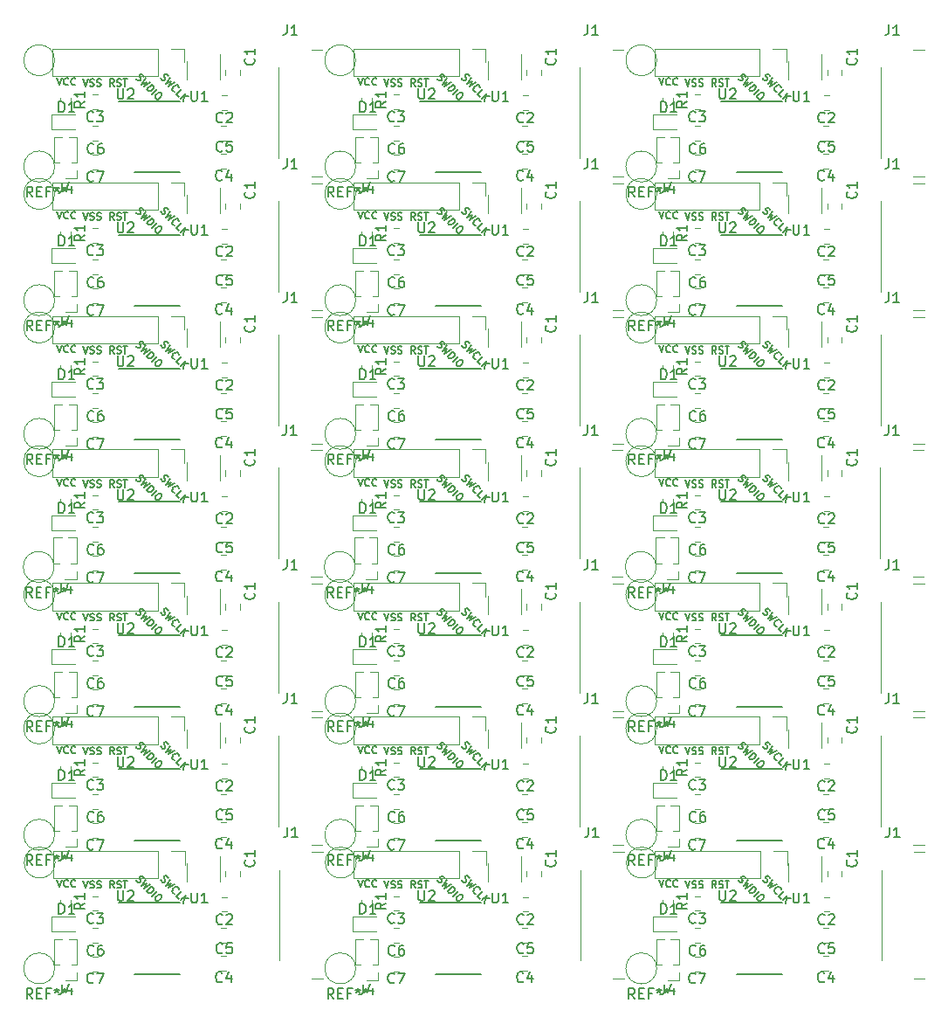
<source format=gbr>
G04 #@! TF.GenerationSoftware,KiCad,Pcbnew,5.1.2*
G04 #@! TF.CreationDate,2019-05-21T19:32:40-05:00*
G04 #@! TF.ProjectId,PlasticFrog,506c6173-7469-4634-9672-6f672e6b6963,rev?*
G04 #@! TF.SameCoordinates,Original*
G04 #@! TF.FileFunction,Legend,Top*
G04 #@! TF.FilePolarity,Positive*
%FSLAX46Y46*%
G04 Gerber Fmt 4.6, Leading zero omitted, Abs format (unit mm)*
G04 Created by KiCad (PCBNEW 5.1.2) date 2019-05-21 19:32:40*
%MOMM*%
%LPD*%
G04 APERTURE LIST*
%ADD10C,0.150000*%
%ADD11C,0.175000*%
%ADD12C,0.120000*%
G04 APERTURE END LIST*
D10*
X155216666Y-65666666D02*
X154983333Y-65333333D01*
X154816666Y-65666666D02*
X154816666Y-64966666D01*
X155083333Y-64966666D01*
X155150000Y-65000000D01*
X155183333Y-65033333D01*
X155216666Y-65100000D01*
X155216666Y-65200000D01*
X155183333Y-65266666D01*
X155150000Y-65300000D01*
X155083333Y-65333333D01*
X154816666Y-65333333D01*
X155483333Y-65633333D02*
X155583333Y-65666666D01*
X155750000Y-65666666D01*
X155816666Y-65633333D01*
X155850000Y-65600000D01*
X155883333Y-65533333D01*
X155883333Y-65466666D01*
X155850000Y-65400000D01*
X155816666Y-65366666D01*
X155750000Y-65333333D01*
X155616666Y-65300000D01*
X155550000Y-65266666D01*
X155516666Y-65233333D01*
X155483333Y-65166666D01*
X155483333Y-65100000D01*
X155516666Y-65033333D01*
X155550000Y-65000000D01*
X155616666Y-64966666D01*
X155783333Y-64966666D01*
X155883333Y-65000000D01*
X156083333Y-64966666D02*
X156483333Y-64966666D01*
X156283333Y-65666666D02*
X156283333Y-64966666D01*
X120466666Y-64866666D02*
X120700000Y-65566666D01*
X120933333Y-64866666D01*
X121566666Y-65500000D02*
X121533333Y-65533333D01*
X121433333Y-65566666D01*
X121366666Y-65566666D01*
X121266666Y-65533333D01*
X121200000Y-65466666D01*
X121166666Y-65400000D01*
X121133333Y-65266666D01*
X121133333Y-65166666D01*
X121166666Y-65033333D01*
X121200000Y-64966666D01*
X121266666Y-64900000D01*
X121366666Y-64866666D01*
X121433333Y-64866666D01*
X121533333Y-64900000D01*
X121566666Y-64933333D01*
X122266666Y-65500000D02*
X122233333Y-65533333D01*
X122133333Y-65566666D01*
X122066666Y-65566666D01*
X121966666Y-65533333D01*
X121900000Y-65466666D01*
X121866666Y-65400000D01*
X121833333Y-65266666D01*
X121833333Y-65166666D01*
X121866666Y-65033333D01*
X121900000Y-64966666D01*
X121966666Y-64900000D01*
X122066666Y-64866666D01*
X122133333Y-64866666D01*
X122233333Y-64900000D01*
X122266666Y-64933333D01*
X149666666Y-64866666D02*
X149900000Y-65566666D01*
X150133333Y-64866666D01*
X150766666Y-65500000D02*
X150733333Y-65533333D01*
X150633333Y-65566666D01*
X150566666Y-65566666D01*
X150466666Y-65533333D01*
X150400000Y-65466666D01*
X150366666Y-65400000D01*
X150333333Y-65266666D01*
X150333333Y-65166666D01*
X150366666Y-65033333D01*
X150400000Y-64966666D01*
X150466666Y-64900000D01*
X150566666Y-64866666D01*
X150633333Y-64866666D01*
X150733333Y-64900000D01*
X150766666Y-64933333D01*
X151466666Y-65500000D02*
X151433333Y-65533333D01*
X151333333Y-65566666D01*
X151266666Y-65566666D01*
X151166666Y-65533333D01*
X151100000Y-65466666D01*
X151066666Y-65400000D01*
X151033333Y-65266666D01*
X151033333Y-65166666D01*
X151066666Y-65033333D01*
X151100000Y-64966666D01*
X151166666Y-64900000D01*
X151266666Y-64866666D01*
X151333333Y-64866666D01*
X151433333Y-64900000D01*
X151466666Y-64933333D01*
D11*
X101330067Y-64880761D02*
X101377207Y-64975042D01*
X101495058Y-65092893D01*
X101565769Y-65116463D01*
X101612910Y-65116463D01*
X101683620Y-65092893D01*
X101730761Y-65045752D01*
X101754331Y-64975042D01*
X101754331Y-64927901D01*
X101730761Y-64857190D01*
X101660050Y-64739339D01*
X101636480Y-64668629D01*
X101636480Y-64621488D01*
X101660050Y-64550778D01*
X101707190Y-64503637D01*
X101777901Y-64480067D01*
X101825042Y-64480067D01*
X101895752Y-64503637D01*
X102013603Y-64621488D01*
X102060744Y-64715769D01*
X102249306Y-64857190D02*
X101872182Y-65470016D01*
X102320016Y-65210744D01*
X102060744Y-65658578D01*
X102673570Y-65281455D01*
X102697140Y-66200693D02*
X102650000Y-66200693D01*
X102555719Y-66153553D01*
X102508578Y-66106412D01*
X102461438Y-66012132D01*
X102461438Y-65917851D01*
X102485008Y-65847140D01*
X102555719Y-65729289D01*
X102626429Y-65658578D01*
X102744280Y-65587867D01*
X102814991Y-65564297D01*
X102909272Y-65564297D01*
X103003553Y-65611438D01*
X103050693Y-65658578D01*
X103097834Y-65752859D01*
X103097834Y-65799999D01*
X103097834Y-66695668D02*
X102862132Y-66459966D01*
X103357106Y-65964991D01*
X103262825Y-66860660D02*
X103757800Y-66365685D01*
X103545668Y-67143502D02*
X103616379Y-66648528D01*
X104040643Y-66648528D02*
X103474957Y-66648528D01*
D10*
X128150778Y-64901471D02*
X128197918Y-64995752D01*
X128315769Y-65113603D01*
X128386480Y-65137174D01*
X128433620Y-65137174D01*
X128504331Y-65113603D01*
X128551471Y-65066463D01*
X128575042Y-64995752D01*
X128575042Y-64948612D01*
X128551471Y-64877901D01*
X128480761Y-64760050D01*
X128457190Y-64689339D01*
X128457190Y-64642199D01*
X128480761Y-64571488D01*
X128527901Y-64524348D01*
X128598612Y-64500778D01*
X128645752Y-64500778D01*
X128716463Y-64524348D01*
X128834314Y-64642199D01*
X128881455Y-64736480D01*
X129070016Y-64877901D02*
X128692893Y-65490727D01*
X129140727Y-65231455D01*
X128881455Y-65679289D01*
X129494280Y-65302165D01*
X129187867Y-65985702D02*
X129682842Y-65490727D01*
X129800693Y-65608578D01*
X129847834Y-65702859D01*
X129847834Y-65797140D01*
X129824264Y-65867851D01*
X129753553Y-65985702D01*
X129682842Y-66056412D01*
X129564991Y-66127123D01*
X129494280Y-66150693D01*
X129400000Y-66150693D01*
X129305719Y-66103553D01*
X129187867Y-65985702D01*
X129682842Y-66480677D02*
X130177817Y-65985702D01*
X130507800Y-66315685D02*
X130602081Y-66409966D01*
X130625651Y-66480677D01*
X130625651Y-66574957D01*
X130554941Y-66692809D01*
X130389949Y-66857800D01*
X130272098Y-66928511D01*
X130177817Y-66928511D01*
X130107106Y-66904941D01*
X130012825Y-66810660D01*
X129989255Y-66739949D01*
X129989255Y-66645668D01*
X130059966Y-66527817D01*
X130224957Y-66362825D01*
X130342809Y-66292115D01*
X130437089Y-66292115D01*
X130507800Y-66315685D01*
X98950778Y-64901471D02*
X98997918Y-64995752D01*
X99115769Y-65113603D01*
X99186480Y-65137174D01*
X99233620Y-65137174D01*
X99304331Y-65113603D01*
X99351471Y-65066463D01*
X99375042Y-64995752D01*
X99375042Y-64948612D01*
X99351471Y-64877901D01*
X99280761Y-64760050D01*
X99257190Y-64689339D01*
X99257190Y-64642199D01*
X99280761Y-64571488D01*
X99327901Y-64524348D01*
X99398612Y-64500778D01*
X99445752Y-64500778D01*
X99516463Y-64524348D01*
X99634314Y-64642199D01*
X99681455Y-64736480D01*
X99870016Y-64877901D02*
X99492893Y-65490727D01*
X99940727Y-65231455D01*
X99681455Y-65679289D01*
X100294280Y-65302165D01*
X99987867Y-65985702D02*
X100482842Y-65490727D01*
X100600693Y-65608578D01*
X100647834Y-65702859D01*
X100647834Y-65797140D01*
X100624264Y-65867851D01*
X100553553Y-65985702D01*
X100482842Y-66056412D01*
X100364991Y-66127123D01*
X100294280Y-66150693D01*
X100200000Y-66150693D01*
X100105719Y-66103553D01*
X99987867Y-65985702D01*
X100482842Y-66480677D02*
X100977817Y-65985702D01*
X101307800Y-66315685D02*
X101402081Y-66409966D01*
X101425651Y-66480677D01*
X101425651Y-66574957D01*
X101354941Y-66692809D01*
X101189949Y-66857800D01*
X101072098Y-66928511D01*
X100977817Y-66928511D01*
X100907106Y-66904941D01*
X100812825Y-66810660D01*
X100789255Y-66739949D01*
X100789255Y-66645668D01*
X100859966Y-66527817D01*
X101024957Y-66362825D01*
X101142809Y-66292115D01*
X101237089Y-66292115D01*
X101307800Y-66315685D01*
D11*
X130530067Y-64880761D02*
X130577207Y-64975042D01*
X130695058Y-65092893D01*
X130765769Y-65116463D01*
X130812910Y-65116463D01*
X130883620Y-65092893D01*
X130930761Y-65045752D01*
X130954331Y-64975042D01*
X130954331Y-64927901D01*
X130930761Y-64857190D01*
X130860050Y-64739339D01*
X130836480Y-64668629D01*
X130836480Y-64621488D01*
X130860050Y-64550778D01*
X130907190Y-64503637D01*
X130977901Y-64480067D01*
X131025042Y-64480067D01*
X131095752Y-64503637D01*
X131213603Y-64621488D01*
X131260744Y-64715769D01*
X131449306Y-64857190D02*
X131072182Y-65470016D01*
X131520016Y-65210744D01*
X131260744Y-65658578D01*
X131873570Y-65281455D01*
X131897140Y-66200693D02*
X131850000Y-66200693D01*
X131755719Y-66153553D01*
X131708578Y-66106412D01*
X131661438Y-66012132D01*
X131661438Y-65917851D01*
X131685008Y-65847140D01*
X131755719Y-65729289D01*
X131826429Y-65658578D01*
X131944280Y-65587867D01*
X132014991Y-65564297D01*
X132109272Y-65564297D01*
X132203553Y-65611438D01*
X132250693Y-65658578D01*
X132297834Y-65752859D01*
X132297834Y-65799999D01*
X132297834Y-66695668D02*
X132062132Y-66459966D01*
X132557106Y-65964991D01*
X132462825Y-66860660D02*
X132957800Y-66365685D01*
X132745668Y-67143502D02*
X132816379Y-66648528D01*
X133240643Y-66648528D02*
X132674957Y-66648528D01*
D10*
X93800000Y-64966666D02*
X94033333Y-65666666D01*
X94266666Y-64966666D01*
X94466666Y-65633333D02*
X94566666Y-65666666D01*
X94733333Y-65666666D01*
X94800000Y-65633333D01*
X94833333Y-65600000D01*
X94866666Y-65533333D01*
X94866666Y-65466666D01*
X94833333Y-65400000D01*
X94800000Y-65366666D01*
X94733333Y-65333333D01*
X94600000Y-65300000D01*
X94533333Y-65266666D01*
X94500000Y-65233333D01*
X94466666Y-65166666D01*
X94466666Y-65100000D01*
X94500000Y-65033333D01*
X94533333Y-65000000D01*
X94600000Y-64966666D01*
X94766666Y-64966666D01*
X94866666Y-65000000D01*
X95133333Y-65633333D02*
X95233333Y-65666666D01*
X95400000Y-65666666D01*
X95466666Y-65633333D01*
X95500000Y-65600000D01*
X95533333Y-65533333D01*
X95533333Y-65466666D01*
X95500000Y-65400000D01*
X95466666Y-65366666D01*
X95400000Y-65333333D01*
X95266666Y-65300000D01*
X95200000Y-65266666D01*
X95166666Y-65233333D01*
X95133333Y-65166666D01*
X95133333Y-65100000D01*
X95166666Y-65033333D01*
X95200000Y-65000000D01*
X95266666Y-64966666D01*
X95433333Y-64966666D01*
X95533333Y-65000000D01*
X157350778Y-64901471D02*
X157397918Y-64995752D01*
X157515769Y-65113603D01*
X157586480Y-65137174D01*
X157633620Y-65137174D01*
X157704331Y-65113603D01*
X157751471Y-65066463D01*
X157775042Y-64995752D01*
X157775042Y-64948612D01*
X157751471Y-64877901D01*
X157680761Y-64760050D01*
X157657190Y-64689339D01*
X157657190Y-64642199D01*
X157680761Y-64571488D01*
X157727901Y-64524348D01*
X157798612Y-64500778D01*
X157845752Y-64500778D01*
X157916463Y-64524348D01*
X158034314Y-64642199D01*
X158081455Y-64736480D01*
X158270016Y-64877901D02*
X157892893Y-65490727D01*
X158340727Y-65231455D01*
X158081455Y-65679289D01*
X158694280Y-65302165D01*
X158387867Y-65985702D02*
X158882842Y-65490727D01*
X159000693Y-65608578D01*
X159047834Y-65702859D01*
X159047834Y-65797140D01*
X159024264Y-65867851D01*
X158953553Y-65985702D01*
X158882842Y-66056412D01*
X158764991Y-66127123D01*
X158694280Y-66150693D01*
X158600000Y-66150693D01*
X158505719Y-66103553D01*
X158387867Y-65985702D01*
X158882842Y-66480677D02*
X159377817Y-65985702D01*
X159707800Y-66315685D02*
X159802081Y-66409966D01*
X159825651Y-66480677D01*
X159825651Y-66574957D01*
X159754941Y-66692809D01*
X159589949Y-66857800D01*
X159472098Y-66928511D01*
X159377817Y-66928511D01*
X159307106Y-66904941D01*
X159212825Y-66810660D01*
X159189255Y-66739949D01*
X159189255Y-66645668D01*
X159259966Y-66527817D01*
X159424957Y-66362825D01*
X159542809Y-66292115D01*
X159637089Y-66292115D01*
X159707800Y-66315685D01*
X126016666Y-65666666D02*
X125783333Y-65333333D01*
X125616666Y-65666666D02*
X125616666Y-64966666D01*
X125883333Y-64966666D01*
X125950000Y-65000000D01*
X125983333Y-65033333D01*
X126016666Y-65100000D01*
X126016666Y-65200000D01*
X125983333Y-65266666D01*
X125950000Y-65300000D01*
X125883333Y-65333333D01*
X125616666Y-65333333D01*
X126283333Y-65633333D02*
X126383333Y-65666666D01*
X126550000Y-65666666D01*
X126616666Y-65633333D01*
X126650000Y-65600000D01*
X126683333Y-65533333D01*
X126683333Y-65466666D01*
X126650000Y-65400000D01*
X126616666Y-65366666D01*
X126550000Y-65333333D01*
X126416666Y-65300000D01*
X126350000Y-65266666D01*
X126316666Y-65233333D01*
X126283333Y-65166666D01*
X126283333Y-65100000D01*
X126316666Y-65033333D01*
X126350000Y-65000000D01*
X126416666Y-64966666D01*
X126583333Y-64966666D01*
X126683333Y-65000000D01*
X126883333Y-64966666D02*
X127283333Y-64966666D01*
X127083333Y-65666666D02*
X127083333Y-64966666D01*
X91266666Y-64866666D02*
X91500000Y-65566666D01*
X91733333Y-64866666D01*
X92366666Y-65500000D02*
X92333333Y-65533333D01*
X92233333Y-65566666D01*
X92166666Y-65566666D01*
X92066666Y-65533333D01*
X92000000Y-65466666D01*
X91966666Y-65400000D01*
X91933333Y-65266666D01*
X91933333Y-65166666D01*
X91966666Y-65033333D01*
X92000000Y-64966666D01*
X92066666Y-64900000D01*
X92166666Y-64866666D01*
X92233333Y-64866666D01*
X92333333Y-64900000D01*
X92366666Y-64933333D01*
X93066666Y-65500000D02*
X93033333Y-65533333D01*
X92933333Y-65566666D01*
X92866666Y-65566666D01*
X92766666Y-65533333D01*
X92700000Y-65466666D01*
X92666666Y-65400000D01*
X92633333Y-65266666D01*
X92633333Y-65166666D01*
X92666666Y-65033333D01*
X92700000Y-64966666D01*
X92766666Y-64900000D01*
X92866666Y-64866666D01*
X92933333Y-64866666D01*
X93033333Y-64900000D01*
X93066666Y-64933333D01*
X96816666Y-65666666D02*
X96583333Y-65333333D01*
X96416666Y-65666666D02*
X96416666Y-64966666D01*
X96683333Y-64966666D01*
X96750000Y-65000000D01*
X96783333Y-65033333D01*
X96816666Y-65100000D01*
X96816666Y-65200000D01*
X96783333Y-65266666D01*
X96750000Y-65300000D01*
X96683333Y-65333333D01*
X96416666Y-65333333D01*
X97083333Y-65633333D02*
X97183333Y-65666666D01*
X97350000Y-65666666D01*
X97416666Y-65633333D01*
X97450000Y-65600000D01*
X97483333Y-65533333D01*
X97483333Y-65466666D01*
X97450000Y-65400000D01*
X97416666Y-65366666D01*
X97350000Y-65333333D01*
X97216666Y-65300000D01*
X97150000Y-65266666D01*
X97116666Y-65233333D01*
X97083333Y-65166666D01*
X97083333Y-65100000D01*
X97116666Y-65033333D01*
X97150000Y-65000000D01*
X97216666Y-64966666D01*
X97383333Y-64966666D01*
X97483333Y-65000000D01*
X97683333Y-64966666D02*
X98083333Y-64966666D01*
X97883333Y-65666666D02*
X97883333Y-64966666D01*
D11*
X159730067Y-64880761D02*
X159777207Y-64975042D01*
X159895058Y-65092893D01*
X159965769Y-65116463D01*
X160012910Y-65116463D01*
X160083620Y-65092893D01*
X160130761Y-65045752D01*
X160154331Y-64975042D01*
X160154331Y-64927901D01*
X160130761Y-64857190D01*
X160060050Y-64739339D01*
X160036480Y-64668629D01*
X160036480Y-64621488D01*
X160060050Y-64550778D01*
X160107190Y-64503637D01*
X160177901Y-64480067D01*
X160225042Y-64480067D01*
X160295752Y-64503637D01*
X160413603Y-64621488D01*
X160460744Y-64715769D01*
X160649306Y-64857190D02*
X160272182Y-65470016D01*
X160720016Y-65210744D01*
X160460744Y-65658578D01*
X161073570Y-65281455D01*
X161097140Y-66200693D02*
X161050000Y-66200693D01*
X160955719Y-66153553D01*
X160908578Y-66106412D01*
X160861438Y-66012132D01*
X160861438Y-65917851D01*
X160885008Y-65847140D01*
X160955719Y-65729289D01*
X161026429Y-65658578D01*
X161144280Y-65587867D01*
X161214991Y-65564297D01*
X161309272Y-65564297D01*
X161403553Y-65611438D01*
X161450693Y-65658578D01*
X161497834Y-65752859D01*
X161497834Y-65800000D01*
X161497834Y-66695668D02*
X161262132Y-66459966D01*
X161757106Y-65964991D01*
X161662825Y-66860660D02*
X162157800Y-66365685D01*
X161945668Y-67143502D02*
X162016379Y-66648528D01*
X162440643Y-66648528D02*
X161874957Y-66648528D01*
D10*
X152200000Y-64966666D02*
X152433333Y-65666666D01*
X152666666Y-64966666D01*
X152866666Y-65633333D02*
X152966666Y-65666666D01*
X153133333Y-65666666D01*
X153200000Y-65633333D01*
X153233333Y-65600000D01*
X153266666Y-65533333D01*
X153266666Y-65466666D01*
X153233333Y-65400000D01*
X153200000Y-65366666D01*
X153133333Y-65333333D01*
X153000000Y-65300000D01*
X152933333Y-65266666D01*
X152900000Y-65233333D01*
X152866666Y-65166666D01*
X152866666Y-65100000D01*
X152900000Y-65033333D01*
X152933333Y-65000000D01*
X153000000Y-64966666D01*
X153166666Y-64966666D01*
X153266666Y-65000000D01*
X153533333Y-65633333D02*
X153633333Y-65666666D01*
X153800000Y-65666666D01*
X153866666Y-65633333D01*
X153900000Y-65600000D01*
X153933333Y-65533333D01*
X153933333Y-65466666D01*
X153900000Y-65400000D01*
X153866666Y-65366666D01*
X153800000Y-65333333D01*
X153666666Y-65300000D01*
X153600000Y-65266666D01*
X153566666Y-65233333D01*
X153533333Y-65166666D01*
X153533333Y-65100000D01*
X153566666Y-65033333D01*
X153600000Y-65000000D01*
X153666666Y-64966666D01*
X153833333Y-64966666D01*
X153933333Y-65000000D01*
X123000000Y-64966666D02*
X123233333Y-65666666D01*
X123466666Y-64966666D01*
X123666666Y-65633333D02*
X123766666Y-65666666D01*
X123933333Y-65666666D01*
X124000000Y-65633333D01*
X124033333Y-65600000D01*
X124066666Y-65533333D01*
X124066666Y-65466666D01*
X124033333Y-65400000D01*
X124000000Y-65366666D01*
X123933333Y-65333333D01*
X123800000Y-65300000D01*
X123733333Y-65266666D01*
X123700000Y-65233333D01*
X123666666Y-65166666D01*
X123666666Y-65100000D01*
X123700000Y-65033333D01*
X123733333Y-65000000D01*
X123800000Y-64966666D01*
X123966666Y-64966666D01*
X124066666Y-65000000D01*
X124333333Y-65633333D02*
X124433333Y-65666666D01*
X124600000Y-65666666D01*
X124666666Y-65633333D01*
X124700000Y-65600000D01*
X124733333Y-65533333D01*
X124733333Y-65466666D01*
X124700000Y-65400000D01*
X124666666Y-65366666D01*
X124600000Y-65333333D01*
X124466666Y-65300000D01*
X124400000Y-65266666D01*
X124366666Y-65233333D01*
X124333333Y-65166666D01*
X124333333Y-65100000D01*
X124366666Y-65033333D01*
X124400000Y-65000000D01*
X124466666Y-64966666D01*
X124633333Y-64966666D01*
X124733333Y-65000000D01*
X155216666Y-52716666D02*
X154983333Y-52383333D01*
X154816666Y-52716666D02*
X154816666Y-52016666D01*
X155083333Y-52016666D01*
X155150000Y-52050000D01*
X155183333Y-52083333D01*
X155216666Y-52150000D01*
X155216666Y-52250000D01*
X155183333Y-52316666D01*
X155150000Y-52350000D01*
X155083333Y-52383333D01*
X154816666Y-52383333D01*
X155483333Y-52683333D02*
X155583333Y-52716666D01*
X155750000Y-52716666D01*
X155816666Y-52683333D01*
X155850000Y-52650000D01*
X155883333Y-52583333D01*
X155883333Y-52516666D01*
X155850000Y-52450000D01*
X155816666Y-52416666D01*
X155750000Y-52383333D01*
X155616666Y-52350000D01*
X155550000Y-52316666D01*
X155516666Y-52283333D01*
X155483333Y-52216666D01*
X155483333Y-52150000D01*
X155516666Y-52083333D01*
X155550000Y-52050000D01*
X155616666Y-52016666D01*
X155783333Y-52016666D01*
X155883333Y-52050000D01*
X156083333Y-52016666D02*
X156483333Y-52016666D01*
X156283333Y-52716666D02*
X156283333Y-52016666D01*
D11*
X159730067Y-51930761D02*
X159777207Y-52025042D01*
X159895058Y-52142893D01*
X159965769Y-52166463D01*
X160012910Y-52166463D01*
X160083620Y-52142893D01*
X160130761Y-52095752D01*
X160154331Y-52025042D01*
X160154331Y-51977901D01*
X160130761Y-51907190D01*
X160060050Y-51789339D01*
X160036480Y-51718629D01*
X160036480Y-51671488D01*
X160060050Y-51600778D01*
X160107190Y-51553637D01*
X160177901Y-51530067D01*
X160225042Y-51530067D01*
X160295752Y-51553637D01*
X160413603Y-51671488D01*
X160460744Y-51765769D01*
X160649306Y-51907190D02*
X160272182Y-52520016D01*
X160720016Y-52260744D01*
X160460744Y-52708578D01*
X161073570Y-52331455D01*
X161097140Y-53250693D02*
X161050000Y-53250693D01*
X160955719Y-53203553D01*
X160908578Y-53156412D01*
X160861438Y-53062132D01*
X160861438Y-52967851D01*
X160885008Y-52897140D01*
X160955719Y-52779289D01*
X161026429Y-52708578D01*
X161144280Y-52637867D01*
X161214991Y-52614297D01*
X161309272Y-52614297D01*
X161403553Y-52661438D01*
X161450693Y-52708578D01*
X161497834Y-52802859D01*
X161497834Y-52850000D01*
X161497834Y-53745668D02*
X161262132Y-53509966D01*
X161757106Y-53014991D01*
X161662825Y-53910660D02*
X162157800Y-53415685D01*
X161945668Y-54193502D02*
X162016379Y-53698528D01*
X162440643Y-53698528D02*
X161874957Y-53698528D01*
D10*
X93800000Y-52016666D02*
X94033333Y-52716666D01*
X94266666Y-52016666D01*
X94466666Y-52683333D02*
X94566666Y-52716666D01*
X94733333Y-52716666D01*
X94800000Y-52683333D01*
X94833333Y-52650000D01*
X94866666Y-52583333D01*
X94866666Y-52516666D01*
X94833333Y-52450000D01*
X94800000Y-52416666D01*
X94733333Y-52383333D01*
X94600000Y-52350000D01*
X94533333Y-52316666D01*
X94500000Y-52283333D01*
X94466666Y-52216666D01*
X94466666Y-52150000D01*
X94500000Y-52083333D01*
X94533333Y-52050000D01*
X94600000Y-52016666D01*
X94766666Y-52016666D01*
X94866666Y-52050000D01*
X95133333Y-52683333D02*
X95233333Y-52716666D01*
X95400000Y-52716666D01*
X95466666Y-52683333D01*
X95500000Y-52650000D01*
X95533333Y-52583333D01*
X95533333Y-52516666D01*
X95500000Y-52450000D01*
X95466666Y-52416666D01*
X95400000Y-52383333D01*
X95266666Y-52350000D01*
X95200000Y-52316666D01*
X95166666Y-52283333D01*
X95133333Y-52216666D01*
X95133333Y-52150000D01*
X95166666Y-52083333D01*
X95200000Y-52050000D01*
X95266666Y-52016666D01*
X95433333Y-52016666D01*
X95533333Y-52050000D01*
X128150778Y-51951471D02*
X128197918Y-52045752D01*
X128315769Y-52163603D01*
X128386480Y-52187174D01*
X128433620Y-52187174D01*
X128504331Y-52163603D01*
X128551471Y-52116463D01*
X128575042Y-52045752D01*
X128575042Y-51998612D01*
X128551471Y-51927901D01*
X128480761Y-51810050D01*
X128457190Y-51739339D01*
X128457190Y-51692199D01*
X128480761Y-51621488D01*
X128527901Y-51574348D01*
X128598612Y-51550778D01*
X128645752Y-51550778D01*
X128716463Y-51574348D01*
X128834314Y-51692199D01*
X128881455Y-51786480D01*
X129070016Y-51927901D02*
X128692893Y-52540727D01*
X129140727Y-52281455D01*
X128881455Y-52729289D01*
X129494280Y-52352165D01*
X129187867Y-53035702D02*
X129682842Y-52540727D01*
X129800693Y-52658578D01*
X129847834Y-52752859D01*
X129847834Y-52847140D01*
X129824264Y-52917851D01*
X129753553Y-53035702D01*
X129682842Y-53106412D01*
X129564991Y-53177123D01*
X129494280Y-53200693D01*
X129400000Y-53200693D01*
X129305719Y-53153553D01*
X129187867Y-53035702D01*
X129682842Y-53530677D02*
X130177817Y-53035702D01*
X130507800Y-53365685D02*
X130602081Y-53459966D01*
X130625651Y-53530677D01*
X130625651Y-53624957D01*
X130554941Y-53742809D01*
X130389949Y-53907800D01*
X130272098Y-53978511D01*
X130177817Y-53978511D01*
X130107106Y-53954941D01*
X130012825Y-53860660D01*
X129989255Y-53789949D01*
X129989255Y-53695668D01*
X130059966Y-53577817D01*
X130224957Y-53412825D01*
X130342809Y-53342115D01*
X130437089Y-53342115D01*
X130507800Y-53365685D01*
X126016666Y-52716666D02*
X125783333Y-52383333D01*
X125616666Y-52716666D02*
X125616666Y-52016666D01*
X125883333Y-52016666D01*
X125950000Y-52050000D01*
X125983333Y-52083333D01*
X126016666Y-52150000D01*
X126016666Y-52250000D01*
X125983333Y-52316666D01*
X125950000Y-52350000D01*
X125883333Y-52383333D01*
X125616666Y-52383333D01*
X126283333Y-52683333D02*
X126383333Y-52716666D01*
X126550000Y-52716666D01*
X126616666Y-52683333D01*
X126650000Y-52650000D01*
X126683333Y-52583333D01*
X126683333Y-52516666D01*
X126650000Y-52450000D01*
X126616666Y-52416666D01*
X126550000Y-52383333D01*
X126416666Y-52350000D01*
X126350000Y-52316666D01*
X126316666Y-52283333D01*
X126283333Y-52216666D01*
X126283333Y-52150000D01*
X126316666Y-52083333D01*
X126350000Y-52050000D01*
X126416666Y-52016666D01*
X126583333Y-52016666D01*
X126683333Y-52050000D01*
X126883333Y-52016666D02*
X127283333Y-52016666D01*
X127083333Y-52716666D02*
X127083333Y-52016666D01*
X152200000Y-52016666D02*
X152433333Y-52716666D01*
X152666666Y-52016666D01*
X152866666Y-52683333D02*
X152966666Y-52716666D01*
X153133333Y-52716666D01*
X153200000Y-52683333D01*
X153233333Y-52650000D01*
X153266666Y-52583333D01*
X153266666Y-52516666D01*
X153233333Y-52450000D01*
X153200000Y-52416666D01*
X153133333Y-52383333D01*
X153000000Y-52350000D01*
X152933333Y-52316666D01*
X152900000Y-52283333D01*
X152866666Y-52216666D01*
X152866666Y-52150000D01*
X152900000Y-52083333D01*
X152933333Y-52050000D01*
X153000000Y-52016666D01*
X153166666Y-52016666D01*
X153266666Y-52050000D01*
X153533333Y-52683333D02*
X153633333Y-52716666D01*
X153800000Y-52716666D01*
X153866666Y-52683333D01*
X153900000Y-52650000D01*
X153933333Y-52583333D01*
X153933333Y-52516666D01*
X153900000Y-52450000D01*
X153866666Y-52416666D01*
X153800000Y-52383333D01*
X153666666Y-52350000D01*
X153600000Y-52316666D01*
X153566666Y-52283333D01*
X153533333Y-52216666D01*
X153533333Y-52150000D01*
X153566666Y-52083333D01*
X153600000Y-52050000D01*
X153666666Y-52016666D01*
X153833333Y-52016666D01*
X153933333Y-52050000D01*
D11*
X130530067Y-51930761D02*
X130577207Y-52025042D01*
X130695058Y-52142893D01*
X130765769Y-52166463D01*
X130812910Y-52166463D01*
X130883620Y-52142893D01*
X130930761Y-52095752D01*
X130954331Y-52025042D01*
X130954331Y-51977901D01*
X130930761Y-51907190D01*
X130860050Y-51789339D01*
X130836480Y-51718629D01*
X130836480Y-51671488D01*
X130860050Y-51600778D01*
X130907190Y-51553637D01*
X130977901Y-51530067D01*
X131025042Y-51530067D01*
X131095752Y-51553637D01*
X131213603Y-51671488D01*
X131260744Y-51765769D01*
X131449306Y-51907190D02*
X131072182Y-52520016D01*
X131520016Y-52260744D01*
X131260744Y-52708578D01*
X131873570Y-52331455D01*
X131897140Y-53250693D02*
X131850000Y-53250693D01*
X131755719Y-53203553D01*
X131708578Y-53156412D01*
X131661438Y-53062132D01*
X131661438Y-52967851D01*
X131685008Y-52897140D01*
X131755719Y-52779289D01*
X131826429Y-52708578D01*
X131944280Y-52637867D01*
X132014991Y-52614297D01*
X132109272Y-52614297D01*
X132203553Y-52661438D01*
X132250693Y-52708578D01*
X132297834Y-52802859D01*
X132297834Y-52849999D01*
X132297834Y-53745668D02*
X132062132Y-53509966D01*
X132557106Y-53014991D01*
X132462825Y-53910660D02*
X132957800Y-53415685D01*
X132745668Y-54193502D02*
X132816379Y-53698528D01*
X133240643Y-53698528D02*
X132674957Y-53698528D01*
D10*
X120466666Y-51916666D02*
X120700000Y-52616666D01*
X120933333Y-51916666D01*
X121566666Y-52550000D02*
X121533333Y-52583333D01*
X121433333Y-52616666D01*
X121366666Y-52616666D01*
X121266666Y-52583333D01*
X121200000Y-52516666D01*
X121166666Y-52450000D01*
X121133333Y-52316666D01*
X121133333Y-52216666D01*
X121166666Y-52083333D01*
X121200000Y-52016666D01*
X121266666Y-51950000D01*
X121366666Y-51916666D01*
X121433333Y-51916666D01*
X121533333Y-51950000D01*
X121566666Y-51983333D01*
X122266666Y-52550000D02*
X122233333Y-52583333D01*
X122133333Y-52616666D01*
X122066666Y-52616666D01*
X121966666Y-52583333D01*
X121900000Y-52516666D01*
X121866666Y-52450000D01*
X121833333Y-52316666D01*
X121833333Y-52216666D01*
X121866666Y-52083333D01*
X121900000Y-52016666D01*
X121966666Y-51950000D01*
X122066666Y-51916666D01*
X122133333Y-51916666D01*
X122233333Y-51950000D01*
X122266666Y-51983333D01*
X123000000Y-52016666D02*
X123233333Y-52716666D01*
X123466666Y-52016666D01*
X123666666Y-52683333D02*
X123766666Y-52716666D01*
X123933333Y-52716666D01*
X124000000Y-52683333D01*
X124033333Y-52650000D01*
X124066666Y-52583333D01*
X124066666Y-52516666D01*
X124033333Y-52450000D01*
X124000000Y-52416666D01*
X123933333Y-52383333D01*
X123800000Y-52350000D01*
X123733333Y-52316666D01*
X123700000Y-52283333D01*
X123666666Y-52216666D01*
X123666666Y-52150000D01*
X123700000Y-52083333D01*
X123733333Y-52050000D01*
X123800000Y-52016666D01*
X123966666Y-52016666D01*
X124066666Y-52050000D01*
X124333333Y-52683333D02*
X124433333Y-52716666D01*
X124600000Y-52716666D01*
X124666666Y-52683333D01*
X124700000Y-52650000D01*
X124733333Y-52583333D01*
X124733333Y-52516666D01*
X124700000Y-52450000D01*
X124666666Y-52416666D01*
X124600000Y-52383333D01*
X124466666Y-52350000D01*
X124400000Y-52316666D01*
X124366666Y-52283333D01*
X124333333Y-52216666D01*
X124333333Y-52150000D01*
X124366666Y-52083333D01*
X124400000Y-52050000D01*
X124466666Y-52016666D01*
X124633333Y-52016666D01*
X124733333Y-52050000D01*
X149666666Y-51916666D02*
X149900000Y-52616666D01*
X150133333Y-51916666D01*
X150766666Y-52550000D02*
X150733333Y-52583333D01*
X150633333Y-52616666D01*
X150566666Y-52616666D01*
X150466666Y-52583333D01*
X150400000Y-52516666D01*
X150366666Y-52450000D01*
X150333333Y-52316666D01*
X150333333Y-52216666D01*
X150366666Y-52083333D01*
X150400000Y-52016666D01*
X150466666Y-51950000D01*
X150566666Y-51916666D01*
X150633333Y-51916666D01*
X150733333Y-51950000D01*
X150766666Y-51983333D01*
X151466666Y-52550000D02*
X151433333Y-52583333D01*
X151333333Y-52616666D01*
X151266666Y-52616666D01*
X151166666Y-52583333D01*
X151100000Y-52516666D01*
X151066666Y-52450000D01*
X151033333Y-52316666D01*
X151033333Y-52216666D01*
X151066666Y-52083333D01*
X151100000Y-52016666D01*
X151166666Y-51950000D01*
X151266666Y-51916666D01*
X151333333Y-51916666D01*
X151433333Y-51950000D01*
X151466666Y-51983333D01*
X91266666Y-51916666D02*
X91500000Y-52616666D01*
X91733333Y-51916666D01*
X92366666Y-52550000D02*
X92333333Y-52583333D01*
X92233333Y-52616666D01*
X92166666Y-52616666D01*
X92066666Y-52583333D01*
X92000000Y-52516666D01*
X91966666Y-52450000D01*
X91933333Y-52316666D01*
X91933333Y-52216666D01*
X91966666Y-52083333D01*
X92000000Y-52016666D01*
X92066666Y-51950000D01*
X92166666Y-51916666D01*
X92233333Y-51916666D01*
X92333333Y-51950000D01*
X92366666Y-51983333D01*
X93066666Y-52550000D02*
X93033333Y-52583333D01*
X92933333Y-52616666D01*
X92866666Y-52616666D01*
X92766666Y-52583333D01*
X92700000Y-52516666D01*
X92666666Y-52450000D01*
X92633333Y-52316666D01*
X92633333Y-52216666D01*
X92666666Y-52083333D01*
X92700000Y-52016666D01*
X92766666Y-51950000D01*
X92866666Y-51916666D01*
X92933333Y-51916666D01*
X93033333Y-51950000D01*
X93066666Y-51983333D01*
X98950778Y-51951471D02*
X98997918Y-52045752D01*
X99115769Y-52163603D01*
X99186480Y-52187174D01*
X99233620Y-52187174D01*
X99304331Y-52163603D01*
X99351471Y-52116463D01*
X99375042Y-52045752D01*
X99375042Y-51998612D01*
X99351471Y-51927901D01*
X99280761Y-51810050D01*
X99257190Y-51739339D01*
X99257190Y-51692199D01*
X99280761Y-51621488D01*
X99327901Y-51574348D01*
X99398612Y-51550778D01*
X99445752Y-51550778D01*
X99516463Y-51574348D01*
X99634314Y-51692199D01*
X99681455Y-51786480D01*
X99870016Y-51927901D02*
X99492893Y-52540727D01*
X99940727Y-52281455D01*
X99681455Y-52729289D01*
X100294280Y-52352165D01*
X99987867Y-53035702D02*
X100482842Y-52540727D01*
X100600693Y-52658578D01*
X100647834Y-52752859D01*
X100647834Y-52847140D01*
X100624264Y-52917851D01*
X100553553Y-53035702D01*
X100482842Y-53106412D01*
X100364991Y-53177123D01*
X100294280Y-53200693D01*
X100200000Y-53200693D01*
X100105719Y-53153553D01*
X99987867Y-53035702D01*
X100482842Y-53530677D02*
X100977817Y-53035702D01*
X101307800Y-53365685D02*
X101402081Y-53459966D01*
X101425651Y-53530677D01*
X101425651Y-53624957D01*
X101354941Y-53742809D01*
X101189949Y-53907800D01*
X101072098Y-53978511D01*
X100977817Y-53978511D01*
X100907106Y-53954941D01*
X100812825Y-53860660D01*
X100789255Y-53789949D01*
X100789255Y-53695668D01*
X100859966Y-53577817D01*
X101024957Y-53412825D01*
X101142809Y-53342115D01*
X101237089Y-53342115D01*
X101307800Y-53365685D01*
X157350778Y-51951471D02*
X157397918Y-52045752D01*
X157515769Y-52163603D01*
X157586480Y-52187174D01*
X157633620Y-52187174D01*
X157704331Y-52163603D01*
X157751471Y-52116463D01*
X157775042Y-52045752D01*
X157775042Y-51998612D01*
X157751471Y-51927901D01*
X157680761Y-51810050D01*
X157657190Y-51739339D01*
X157657190Y-51692199D01*
X157680761Y-51621488D01*
X157727901Y-51574348D01*
X157798612Y-51550778D01*
X157845752Y-51550778D01*
X157916463Y-51574348D01*
X158034314Y-51692199D01*
X158081455Y-51786480D01*
X158270016Y-51927901D02*
X157892893Y-52540727D01*
X158340727Y-52281455D01*
X158081455Y-52729289D01*
X158694280Y-52352165D01*
X158387867Y-53035702D02*
X158882842Y-52540727D01*
X159000693Y-52658578D01*
X159047834Y-52752859D01*
X159047834Y-52847140D01*
X159024264Y-52917851D01*
X158953553Y-53035702D01*
X158882842Y-53106412D01*
X158764991Y-53177123D01*
X158694280Y-53200693D01*
X158600000Y-53200693D01*
X158505719Y-53153553D01*
X158387867Y-53035702D01*
X158882842Y-53530677D02*
X159377817Y-53035702D01*
X159707800Y-53365685D02*
X159802081Y-53459966D01*
X159825651Y-53530677D01*
X159825651Y-53624957D01*
X159754941Y-53742809D01*
X159589949Y-53907800D01*
X159472098Y-53978511D01*
X159377817Y-53978511D01*
X159307106Y-53954941D01*
X159212825Y-53860660D01*
X159189255Y-53789949D01*
X159189255Y-53695668D01*
X159259966Y-53577817D01*
X159424957Y-53412825D01*
X159542809Y-53342115D01*
X159637089Y-53342115D01*
X159707800Y-53365685D01*
X96816666Y-52716666D02*
X96583333Y-52383333D01*
X96416666Y-52716666D02*
X96416666Y-52016666D01*
X96683333Y-52016666D01*
X96750000Y-52050000D01*
X96783333Y-52083333D01*
X96816666Y-52150000D01*
X96816666Y-52250000D01*
X96783333Y-52316666D01*
X96750000Y-52350000D01*
X96683333Y-52383333D01*
X96416666Y-52383333D01*
X97083333Y-52683333D02*
X97183333Y-52716666D01*
X97350000Y-52716666D01*
X97416666Y-52683333D01*
X97450000Y-52650000D01*
X97483333Y-52583333D01*
X97483333Y-52516666D01*
X97450000Y-52450000D01*
X97416666Y-52416666D01*
X97350000Y-52383333D01*
X97216666Y-52350000D01*
X97150000Y-52316666D01*
X97116666Y-52283333D01*
X97083333Y-52216666D01*
X97083333Y-52150000D01*
X97116666Y-52083333D01*
X97150000Y-52050000D01*
X97216666Y-52016666D01*
X97383333Y-52016666D01*
X97483333Y-52050000D01*
X97683333Y-52016666D02*
X98083333Y-52016666D01*
X97883333Y-52716666D02*
X97883333Y-52016666D01*
D11*
X101330067Y-51930761D02*
X101377207Y-52025042D01*
X101495058Y-52142893D01*
X101565769Y-52166463D01*
X101612910Y-52166463D01*
X101683620Y-52142893D01*
X101730761Y-52095752D01*
X101754331Y-52025042D01*
X101754331Y-51977901D01*
X101730761Y-51907190D01*
X101660050Y-51789339D01*
X101636480Y-51718629D01*
X101636480Y-51671488D01*
X101660050Y-51600778D01*
X101707190Y-51553637D01*
X101777901Y-51530067D01*
X101825042Y-51530067D01*
X101895752Y-51553637D01*
X102013603Y-51671488D01*
X102060744Y-51765769D01*
X102249306Y-51907190D02*
X101872182Y-52520016D01*
X102320016Y-52260744D01*
X102060744Y-52708578D01*
X102673570Y-52331455D01*
X102697140Y-53250693D02*
X102650000Y-53250693D01*
X102555719Y-53203553D01*
X102508578Y-53156412D01*
X102461438Y-53062132D01*
X102461438Y-52967851D01*
X102485008Y-52897140D01*
X102555719Y-52779289D01*
X102626429Y-52708578D01*
X102744280Y-52637867D01*
X102814991Y-52614297D01*
X102909272Y-52614297D01*
X103003553Y-52661438D01*
X103050693Y-52708578D01*
X103097834Y-52802859D01*
X103097834Y-52849999D01*
X103097834Y-53745668D02*
X102862132Y-53509966D01*
X103357106Y-53014991D01*
X103262825Y-53910660D02*
X103757800Y-53415685D01*
X103545668Y-54193502D02*
X103616379Y-53698528D01*
X104040643Y-53698528D02*
X103474957Y-53698528D01*
D10*
X128150778Y-116701471D02*
X128197918Y-116795752D01*
X128315769Y-116913603D01*
X128386480Y-116937174D01*
X128433620Y-116937174D01*
X128504331Y-116913603D01*
X128551471Y-116866463D01*
X128575042Y-116795752D01*
X128575042Y-116748612D01*
X128551471Y-116677901D01*
X128480761Y-116560050D01*
X128457190Y-116489339D01*
X128457190Y-116442199D01*
X128480761Y-116371488D01*
X128527901Y-116324348D01*
X128598612Y-116300778D01*
X128645752Y-116300778D01*
X128716463Y-116324348D01*
X128834314Y-116442199D01*
X128881455Y-116536480D01*
X129070016Y-116677901D02*
X128692893Y-117290727D01*
X129140727Y-117031455D01*
X128881455Y-117479289D01*
X129494280Y-117102165D01*
X129187867Y-117785702D02*
X129682842Y-117290727D01*
X129800693Y-117408578D01*
X129847834Y-117502859D01*
X129847834Y-117597140D01*
X129824264Y-117667851D01*
X129753553Y-117785702D01*
X129682842Y-117856412D01*
X129564991Y-117927123D01*
X129494280Y-117950693D01*
X129400000Y-117950693D01*
X129305719Y-117903553D01*
X129187867Y-117785702D01*
X129682842Y-118280677D02*
X130177817Y-117785702D01*
X130507800Y-118115685D02*
X130602081Y-118209966D01*
X130625651Y-118280677D01*
X130625651Y-118374957D01*
X130554941Y-118492809D01*
X130389949Y-118657800D01*
X130272098Y-118728511D01*
X130177817Y-118728511D01*
X130107106Y-118704941D01*
X130012825Y-118610660D01*
X129989255Y-118539949D01*
X129989255Y-118445668D01*
X130059966Y-118327817D01*
X130224957Y-118162825D01*
X130342809Y-118092115D01*
X130437089Y-118092115D01*
X130507800Y-118115685D01*
X91266666Y-129616666D02*
X91500000Y-130316666D01*
X91733333Y-129616666D01*
X92366666Y-130250000D02*
X92333333Y-130283333D01*
X92233333Y-130316666D01*
X92166666Y-130316666D01*
X92066666Y-130283333D01*
X92000000Y-130216666D01*
X91966666Y-130150000D01*
X91933333Y-130016666D01*
X91933333Y-129916666D01*
X91966666Y-129783333D01*
X92000000Y-129716666D01*
X92066666Y-129650000D01*
X92166666Y-129616666D01*
X92233333Y-129616666D01*
X92333333Y-129650000D01*
X92366666Y-129683333D01*
X93066666Y-130250000D02*
X93033333Y-130283333D01*
X92933333Y-130316666D01*
X92866666Y-130316666D01*
X92766666Y-130283333D01*
X92700000Y-130216666D01*
X92666666Y-130150000D01*
X92633333Y-130016666D01*
X92633333Y-129916666D01*
X92666666Y-129783333D01*
X92700000Y-129716666D01*
X92766666Y-129650000D01*
X92866666Y-129616666D01*
X92933333Y-129616666D01*
X93033333Y-129650000D01*
X93066666Y-129683333D01*
X93800000Y-129716666D02*
X94033333Y-130416666D01*
X94266666Y-129716666D01*
X94466666Y-130383333D02*
X94566666Y-130416666D01*
X94733333Y-130416666D01*
X94800000Y-130383333D01*
X94833333Y-130350000D01*
X94866666Y-130283333D01*
X94866666Y-130216666D01*
X94833333Y-130150000D01*
X94800000Y-130116666D01*
X94733333Y-130083333D01*
X94600000Y-130050000D01*
X94533333Y-130016666D01*
X94500000Y-129983333D01*
X94466666Y-129916666D01*
X94466666Y-129850000D01*
X94500000Y-129783333D01*
X94533333Y-129750000D01*
X94600000Y-129716666D01*
X94766666Y-129716666D01*
X94866666Y-129750000D01*
X95133333Y-130383333D02*
X95233333Y-130416666D01*
X95400000Y-130416666D01*
X95466666Y-130383333D01*
X95500000Y-130350000D01*
X95533333Y-130283333D01*
X95533333Y-130216666D01*
X95500000Y-130150000D01*
X95466666Y-130116666D01*
X95400000Y-130083333D01*
X95266666Y-130050000D01*
X95200000Y-130016666D01*
X95166666Y-129983333D01*
X95133333Y-129916666D01*
X95133333Y-129850000D01*
X95166666Y-129783333D01*
X95200000Y-129750000D01*
X95266666Y-129716666D01*
X95433333Y-129716666D01*
X95533333Y-129750000D01*
X157350778Y-116701471D02*
X157397918Y-116795752D01*
X157515769Y-116913603D01*
X157586480Y-116937174D01*
X157633620Y-116937174D01*
X157704331Y-116913603D01*
X157751471Y-116866463D01*
X157775042Y-116795752D01*
X157775042Y-116748612D01*
X157751471Y-116677901D01*
X157680761Y-116560050D01*
X157657190Y-116489339D01*
X157657190Y-116442199D01*
X157680761Y-116371488D01*
X157727901Y-116324348D01*
X157798612Y-116300778D01*
X157845752Y-116300778D01*
X157916463Y-116324348D01*
X158034314Y-116442199D01*
X158081455Y-116536480D01*
X158270016Y-116677901D02*
X157892893Y-117290727D01*
X158340727Y-117031455D01*
X158081455Y-117479289D01*
X158694280Y-117102165D01*
X158387867Y-117785702D02*
X158882842Y-117290727D01*
X159000693Y-117408578D01*
X159047834Y-117502859D01*
X159047834Y-117597140D01*
X159024264Y-117667851D01*
X158953553Y-117785702D01*
X158882842Y-117856412D01*
X158764991Y-117927123D01*
X158694280Y-117950693D01*
X158600000Y-117950693D01*
X158505719Y-117903553D01*
X158387867Y-117785702D01*
X158882842Y-118280677D02*
X159377817Y-117785702D01*
X159707800Y-118115685D02*
X159802081Y-118209966D01*
X159825651Y-118280677D01*
X159825651Y-118374957D01*
X159754941Y-118492809D01*
X159589949Y-118657800D01*
X159472098Y-118728511D01*
X159377817Y-118728511D01*
X159307106Y-118704941D01*
X159212825Y-118610660D01*
X159189255Y-118539949D01*
X159189255Y-118445668D01*
X159259966Y-118327817D01*
X159424957Y-118162825D01*
X159542809Y-118092115D01*
X159637089Y-118092115D01*
X159707800Y-118115685D01*
X98950778Y-116701471D02*
X98997918Y-116795752D01*
X99115769Y-116913603D01*
X99186480Y-116937174D01*
X99233620Y-116937174D01*
X99304331Y-116913603D01*
X99351471Y-116866463D01*
X99375042Y-116795752D01*
X99375042Y-116748612D01*
X99351471Y-116677901D01*
X99280761Y-116560050D01*
X99257190Y-116489339D01*
X99257190Y-116442199D01*
X99280761Y-116371488D01*
X99327901Y-116324348D01*
X99398612Y-116300778D01*
X99445752Y-116300778D01*
X99516463Y-116324348D01*
X99634314Y-116442199D01*
X99681455Y-116536480D01*
X99870016Y-116677901D02*
X99492893Y-117290727D01*
X99940727Y-117031455D01*
X99681455Y-117479289D01*
X100294280Y-117102165D01*
X99987867Y-117785702D02*
X100482842Y-117290727D01*
X100600693Y-117408578D01*
X100647834Y-117502859D01*
X100647834Y-117597140D01*
X100624264Y-117667851D01*
X100553553Y-117785702D01*
X100482842Y-117856412D01*
X100364991Y-117927123D01*
X100294280Y-117950693D01*
X100200000Y-117950693D01*
X100105719Y-117903553D01*
X99987867Y-117785702D01*
X100482842Y-118280677D02*
X100977817Y-117785702D01*
X101307800Y-118115685D02*
X101402081Y-118209966D01*
X101425651Y-118280677D01*
X101425651Y-118374957D01*
X101354941Y-118492809D01*
X101189949Y-118657800D01*
X101072098Y-118728511D01*
X100977817Y-118728511D01*
X100907106Y-118704941D01*
X100812825Y-118610660D01*
X100789255Y-118539949D01*
X100789255Y-118445668D01*
X100859966Y-118327817D01*
X101024957Y-118162825D01*
X101142809Y-118092115D01*
X101237089Y-118092115D01*
X101307800Y-118115685D01*
X96816666Y-117466666D02*
X96583333Y-117133333D01*
X96416666Y-117466666D02*
X96416666Y-116766666D01*
X96683333Y-116766666D01*
X96750000Y-116800000D01*
X96783333Y-116833333D01*
X96816666Y-116900000D01*
X96816666Y-117000000D01*
X96783333Y-117066666D01*
X96750000Y-117100000D01*
X96683333Y-117133333D01*
X96416666Y-117133333D01*
X97083333Y-117433333D02*
X97183333Y-117466666D01*
X97350000Y-117466666D01*
X97416666Y-117433333D01*
X97450000Y-117400000D01*
X97483333Y-117333333D01*
X97483333Y-117266666D01*
X97450000Y-117200000D01*
X97416666Y-117166666D01*
X97350000Y-117133333D01*
X97216666Y-117100000D01*
X97150000Y-117066666D01*
X97116666Y-117033333D01*
X97083333Y-116966666D01*
X97083333Y-116900000D01*
X97116666Y-116833333D01*
X97150000Y-116800000D01*
X97216666Y-116766666D01*
X97383333Y-116766666D01*
X97483333Y-116800000D01*
X97683333Y-116766666D02*
X98083333Y-116766666D01*
X97883333Y-117466666D02*
X97883333Y-116766666D01*
X123000000Y-116766666D02*
X123233333Y-117466666D01*
X123466666Y-116766666D01*
X123666666Y-117433333D02*
X123766666Y-117466666D01*
X123933333Y-117466666D01*
X124000000Y-117433333D01*
X124033333Y-117400000D01*
X124066666Y-117333333D01*
X124066666Y-117266666D01*
X124033333Y-117200000D01*
X124000000Y-117166666D01*
X123933333Y-117133333D01*
X123800000Y-117100000D01*
X123733333Y-117066666D01*
X123700000Y-117033333D01*
X123666666Y-116966666D01*
X123666666Y-116900000D01*
X123700000Y-116833333D01*
X123733333Y-116800000D01*
X123800000Y-116766666D01*
X123966666Y-116766666D01*
X124066666Y-116800000D01*
X124333333Y-117433333D02*
X124433333Y-117466666D01*
X124600000Y-117466666D01*
X124666666Y-117433333D01*
X124700000Y-117400000D01*
X124733333Y-117333333D01*
X124733333Y-117266666D01*
X124700000Y-117200000D01*
X124666666Y-117166666D01*
X124600000Y-117133333D01*
X124466666Y-117100000D01*
X124400000Y-117066666D01*
X124366666Y-117033333D01*
X124333333Y-116966666D01*
X124333333Y-116900000D01*
X124366666Y-116833333D01*
X124400000Y-116800000D01*
X124466666Y-116766666D01*
X124633333Y-116766666D01*
X124733333Y-116800000D01*
X91266666Y-116666666D02*
X91500000Y-117366666D01*
X91733333Y-116666666D01*
X92366666Y-117300000D02*
X92333333Y-117333333D01*
X92233333Y-117366666D01*
X92166666Y-117366666D01*
X92066666Y-117333333D01*
X92000000Y-117266666D01*
X91966666Y-117200000D01*
X91933333Y-117066666D01*
X91933333Y-116966666D01*
X91966666Y-116833333D01*
X92000000Y-116766666D01*
X92066666Y-116700000D01*
X92166666Y-116666666D01*
X92233333Y-116666666D01*
X92333333Y-116700000D01*
X92366666Y-116733333D01*
X93066666Y-117300000D02*
X93033333Y-117333333D01*
X92933333Y-117366666D01*
X92866666Y-117366666D01*
X92766666Y-117333333D01*
X92700000Y-117266666D01*
X92666666Y-117200000D01*
X92633333Y-117066666D01*
X92633333Y-116966666D01*
X92666666Y-116833333D01*
X92700000Y-116766666D01*
X92766666Y-116700000D01*
X92866666Y-116666666D01*
X92933333Y-116666666D01*
X93033333Y-116700000D01*
X93066666Y-116733333D01*
X149666666Y-129616666D02*
X149900000Y-130316666D01*
X150133333Y-129616666D01*
X150766666Y-130250000D02*
X150733333Y-130283333D01*
X150633333Y-130316666D01*
X150566666Y-130316666D01*
X150466666Y-130283333D01*
X150400000Y-130216666D01*
X150366666Y-130150000D01*
X150333333Y-130016666D01*
X150333333Y-129916666D01*
X150366666Y-129783333D01*
X150400000Y-129716666D01*
X150466666Y-129650000D01*
X150566666Y-129616666D01*
X150633333Y-129616666D01*
X150733333Y-129650000D01*
X150766666Y-129683333D01*
X151466666Y-130250000D02*
X151433333Y-130283333D01*
X151333333Y-130316666D01*
X151266666Y-130316666D01*
X151166666Y-130283333D01*
X151100000Y-130216666D01*
X151066666Y-130150000D01*
X151033333Y-130016666D01*
X151033333Y-129916666D01*
X151066666Y-129783333D01*
X151100000Y-129716666D01*
X151166666Y-129650000D01*
X151266666Y-129616666D01*
X151333333Y-129616666D01*
X151433333Y-129650000D01*
X151466666Y-129683333D01*
X155216666Y-130416666D02*
X154983333Y-130083333D01*
X154816666Y-130416666D02*
X154816666Y-129716666D01*
X155083333Y-129716666D01*
X155150000Y-129750000D01*
X155183333Y-129783333D01*
X155216666Y-129850000D01*
X155216666Y-129950000D01*
X155183333Y-130016666D01*
X155150000Y-130050000D01*
X155083333Y-130083333D01*
X154816666Y-130083333D01*
X155483333Y-130383333D02*
X155583333Y-130416666D01*
X155750000Y-130416666D01*
X155816666Y-130383333D01*
X155850000Y-130350000D01*
X155883333Y-130283333D01*
X155883333Y-130216666D01*
X155850000Y-130150000D01*
X155816666Y-130116666D01*
X155750000Y-130083333D01*
X155616666Y-130050000D01*
X155550000Y-130016666D01*
X155516666Y-129983333D01*
X155483333Y-129916666D01*
X155483333Y-129850000D01*
X155516666Y-129783333D01*
X155550000Y-129750000D01*
X155616666Y-129716666D01*
X155783333Y-129716666D01*
X155883333Y-129750000D01*
X156083333Y-129716666D02*
X156483333Y-129716666D01*
X156283333Y-130416666D02*
X156283333Y-129716666D01*
D11*
X101330067Y-116680761D02*
X101377207Y-116775042D01*
X101495058Y-116892893D01*
X101565769Y-116916463D01*
X101612910Y-116916463D01*
X101683620Y-116892893D01*
X101730761Y-116845752D01*
X101754331Y-116775042D01*
X101754331Y-116727901D01*
X101730761Y-116657190D01*
X101660050Y-116539339D01*
X101636480Y-116468629D01*
X101636480Y-116421488D01*
X101660050Y-116350778D01*
X101707190Y-116303637D01*
X101777901Y-116280067D01*
X101825042Y-116280067D01*
X101895752Y-116303637D01*
X102013603Y-116421488D01*
X102060744Y-116515769D01*
X102249306Y-116657190D02*
X101872182Y-117270016D01*
X102320016Y-117010744D01*
X102060744Y-117458578D01*
X102673570Y-117081455D01*
X102697140Y-118000693D02*
X102650000Y-118000693D01*
X102555719Y-117953553D01*
X102508578Y-117906412D01*
X102461438Y-117812132D01*
X102461438Y-117717851D01*
X102485008Y-117647140D01*
X102555719Y-117529289D01*
X102626429Y-117458578D01*
X102744280Y-117387867D01*
X102814991Y-117364297D01*
X102909272Y-117364297D01*
X103003553Y-117411438D01*
X103050693Y-117458578D01*
X103097834Y-117552859D01*
X103097834Y-117599999D01*
X103097834Y-118495668D02*
X102862132Y-118259966D01*
X103357106Y-117764991D01*
X103262825Y-118660660D02*
X103757800Y-118165685D01*
X103545668Y-118943502D02*
X103616379Y-118448528D01*
X104040643Y-118448528D02*
X103474957Y-118448528D01*
D10*
X93800000Y-116766666D02*
X94033333Y-117466666D01*
X94266666Y-116766666D01*
X94466666Y-117433333D02*
X94566666Y-117466666D01*
X94733333Y-117466666D01*
X94800000Y-117433333D01*
X94833333Y-117400000D01*
X94866666Y-117333333D01*
X94866666Y-117266666D01*
X94833333Y-117200000D01*
X94800000Y-117166666D01*
X94733333Y-117133333D01*
X94600000Y-117100000D01*
X94533333Y-117066666D01*
X94500000Y-117033333D01*
X94466666Y-116966666D01*
X94466666Y-116900000D01*
X94500000Y-116833333D01*
X94533333Y-116800000D01*
X94600000Y-116766666D01*
X94766666Y-116766666D01*
X94866666Y-116800000D01*
X95133333Y-117433333D02*
X95233333Y-117466666D01*
X95400000Y-117466666D01*
X95466666Y-117433333D01*
X95500000Y-117400000D01*
X95533333Y-117333333D01*
X95533333Y-117266666D01*
X95500000Y-117200000D01*
X95466666Y-117166666D01*
X95400000Y-117133333D01*
X95266666Y-117100000D01*
X95200000Y-117066666D01*
X95166666Y-117033333D01*
X95133333Y-116966666D01*
X95133333Y-116900000D01*
X95166666Y-116833333D01*
X95200000Y-116800000D01*
X95266666Y-116766666D01*
X95433333Y-116766666D01*
X95533333Y-116800000D01*
X126016666Y-117466666D02*
X125783333Y-117133333D01*
X125616666Y-117466666D02*
X125616666Y-116766666D01*
X125883333Y-116766666D01*
X125950000Y-116800000D01*
X125983333Y-116833333D01*
X126016666Y-116900000D01*
X126016666Y-117000000D01*
X125983333Y-117066666D01*
X125950000Y-117100000D01*
X125883333Y-117133333D01*
X125616666Y-117133333D01*
X126283333Y-117433333D02*
X126383333Y-117466666D01*
X126550000Y-117466666D01*
X126616666Y-117433333D01*
X126650000Y-117400000D01*
X126683333Y-117333333D01*
X126683333Y-117266666D01*
X126650000Y-117200000D01*
X126616666Y-117166666D01*
X126550000Y-117133333D01*
X126416666Y-117100000D01*
X126350000Y-117066666D01*
X126316666Y-117033333D01*
X126283333Y-116966666D01*
X126283333Y-116900000D01*
X126316666Y-116833333D01*
X126350000Y-116800000D01*
X126416666Y-116766666D01*
X126583333Y-116766666D01*
X126683333Y-116800000D01*
X126883333Y-116766666D02*
X127283333Y-116766666D01*
X127083333Y-117466666D02*
X127083333Y-116766666D01*
X123000000Y-129716666D02*
X123233333Y-130416666D01*
X123466666Y-129716666D01*
X123666666Y-130383333D02*
X123766666Y-130416666D01*
X123933333Y-130416666D01*
X124000000Y-130383333D01*
X124033333Y-130350000D01*
X124066666Y-130283333D01*
X124066666Y-130216666D01*
X124033333Y-130150000D01*
X124000000Y-130116666D01*
X123933333Y-130083333D01*
X123800000Y-130050000D01*
X123733333Y-130016666D01*
X123700000Y-129983333D01*
X123666666Y-129916666D01*
X123666666Y-129850000D01*
X123700000Y-129783333D01*
X123733333Y-129750000D01*
X123800000Y-129716666D01*
X123966666Y-129716666D01*
X124066666Y-129750000D01*
X124333333Y-130383333D02*
X124433333Y-130416666D01*
X124600000Y-130416666D01*
X124666666Y-130383333D01*
X124700000Y-130350000D01*
X124733333Y-130283333D01*
X124733333Y-130216666D01*
X124700000Y-130150000D01*
X124666666Y-130116666D01*
X124600000Y-130083333D01*
X124466666Y-130050000D01*
X124400000Y-130016666D01*
X124366666Y-129983333D01*
X124333333Y-129916666D01*
X124333333Y-129850000D01*
X124366666Y-129783333D01*
X124400000Y-129750000D01*
X124466666Y-129716666D01*
X124633333Y-129716666D01*
X124733333Y-129750000D01*
D11*
X159730067Y-129630761D02*
X159777207Y-129725042D01*
X159895058Y-129842893D01*
X159965769Y-129866463D01*
X160012910Y-129866463D01*
X160083620Y-129842893D01*
X160130761Y-129795752D01*
X160154331Y-129725042D01*
X160154331Y-129677901D01*
X160130761Y-129607190D01*
X160060050Y-129489339D01*
X160036480Y-129418629D01*
X160036480Y-129371488D01*
X160060050Y-129300778D01*
X160107190Y-129253637D01*
X160177901Y-129230067D01*
X160225042Y-129230067D01*
X160295752Y-129253637D01*
X160413603Y-129371488D01*
X160460744Y-129465769D01*
X160649306Y-129607190D02*
X160272182Y-130220016D01*
X160720016Y-129960744D01*
X160460744Y-130408578D01*
X161073570Y-130031455D01*
X161097140Y-130950693D02*
X161050000Y-130950693D01*
X160955719Y-130903553D01*
X160908578Y-130856412D01*
X160861438Y-130762132D01*
X160861438Y-130667851D01*
X160885008Y-130597140D01*
X160955719Y-130479289D01*
X161026429Y-130408578D01*
X161144280Y-130337867D01*
X161214991Y-130314297D01*
X161309272Y-130314297D01*
X161403553Y-130361438D01*
X161450693Y-130408578D01*
X161497834Y-130502859D01*
X161497834Y-130550000D01*
X161497834Y-131445668D02*
X161262132Y-131209966D01*
X161757106Y-130714991D01*
X161662825Y-131610660D02*
X162157800Y-131115685D01*
X161945668Y-131893502D02*
X162016379Y-131398528D01*
X162440643Y-131398528D02*
X161874957Y-131398528D01*
D10*
X152200000Y-129716666D02*
X152433333Y-130416666D01*
X152666666Y-129716666D01*
X152866666Y-130383333D02*
X152966666Y-130416666D01*
X153133333Y-130416666D01*
X153200000Y-130383333D01*
X153233333Y-130350000D01*
X153266666Y-130283333D01*
X153266666Y-130216666D01*
X153233333Y-130150000D01*
X153200000Y-130116666D01*
X153133333Y-130083333D01*
X153000000Y-130050000D01*
X152933333Y-130016666D01*
X152900000Y-129983333D01*
X152866666Y-129916666D01*
X152866666Y-129850000D01*
X152900000Y-129783333D01*
X152933333Y-129750000D01*
X153000000Y-129716666D01*
X153166666Y-129716666D01*
X153266666Y-129750000D01*
X153533333Y-130383333D02*
X153633333Y-130416666D01*
X153800000Y-130416666D01*
X153866666Y-130383333D01*
X153900000Y-130350000D01*
X153933333Y-130283333D01*
X153933333Y-130216666D01*
X153900000Y-130150000D01*
X153866666Y-130116666D01*
X153800000Y-130083333D01*
X153666666Y-130050000D01*
X153600000Y-130016666D01*
X153566666Y-129983333D01*
X153533333Y-129916666D01*
X153533333Y-129850000D01*
X153566666Y-129783333D01*
X153600000Y-129750000D01*
X153666666Y-129716666D01*
X153833333Y-129716666D01*
X153933333Y-129750000D01*
X98950778Y-129651471D02*
X98997918Y-129745752D01*
X99115769Y-129863603D01*
X99186480Y-129887174D01*
X99233620Y-129887174D01*
X99304331Y-129863603D01*
X99351471Y-129816463D01*
X99375042Y-129745752D01*
X99375042Y-129698612D01*
X99351471Y-129627901D01*
X99280761Y-129510050D01*
X99257190Y-129439339D01*
X99257190Y-129392199D01*
X99280761Y-129321488D01*
X99327901Y-129274348D01*
X99398612Y-129250778D01*
X99445752Y-129250778D01*
X99516463Y-129274348D01*
X99634314Y-129392199D01*
X99681455Y-129486480D01*
X99870016Y-129627901D02*
X99492893Y-130240727D01*
X99940727Y-129981455D01*
X99681455Y-130429289D01*
X100294280Y-130052165D01*
X99987867Y-130735702D02*
X100482842Y-130240727D01*
X100600693Y-130358578D01*
X100647834Y-130452859D01*
X100647834Y-130547140D01*
X100624264Y-130617851D01*
X100553553Y-130735702D01*
X100482842Y-130806412D01*
X100364991Y-130877123D01*
X100294280Y-130900693D01*
X100200000Y-130900693D01*
X100105719Y-130853553D01*
X99987867Y-130735702D01*
X100482842Y-131230677D02*
X100977817Y-130735702D01*
X101307800Y-131065685D02*
X101402081Y-131159966D01*
X101425651Y-131230677D01*
X101425651Y-131324957D01*
X101354941Y-131442809D01*
X101189949Y-131607800D01*
X101072098Y-131678511D01*
X100977817Y-131678511D01*
X100907106Y-131654941D01*
X100812825Y-131560660D01*
X100789255Y-131489949D01*
X100789255Y-131395668D01*
X100859966Y-131277817D01*
X101024957Y-131112825D01*
X101142809Y-131042115D01*
X101237089Y-131042115D01*
X101307800Y-131065685D01*
X157350778Y-129651471D02*
X157397918Y-129745752D01*
X157515769Y-129863603D01*
X157586480Y-129887174D01*
X157633620Y-129887174D01*
X157704331Y-129863603D01*
X157751471Y-129816463D01*
X157775042Y-129745752D01*
X157775042Y-129698612D01*
X157751471Y-129627901D01*
X157680761Y-129510050D01*
X157657190Y-129439339D01*
X157657190Y-129392199D01*
X157680761Y-129321488D01*
X157727901Y-129274348D01*
X157798612Y-129250778D01*
X157845752Y-129250778D01*
X157916463Y-129274348D01*
X158034314Y-129392199D01*
X158081455Y-129486480D01*
X158270016Y-129627901D02*
X157892893Y-130240727D01*
X158340727Y-129981455D01*
X158081455Y-130429289D01*
X158694280Y-130052165D01*
X158387867Y-130735702D02*
X158882842Y-130240727D01*
X159000693Y-130358578D01*
X159047834Y-130452859D01*
X159047834Y-130547140D01*
X159024264Y-130617851D01*
X158953553Y-130735702D01*
X158882842Y-130806412D01*
X158764991Y-130877123D01*
X158694280Y-130900693D01*
X158600000Y-130900693D01*
X158505719Y-130853553D01*
X158387867Y-130735702D01*
X158882842Y-131230677D02*
X159377817Y-130735702D01*
X159707800Y-131065685D02*
X159802081Y-131159966D01*
X159825651Y-131230677D01*
X159825651Y-131324957D01*
X159754941Y-131442809D01*
X159589949Y-131607800D01*
X159472098Y-131678511D01*
X159377817Y-131678511D01*
X159307106Y-131654941D01*
X159212825Y-131560660D01*
X159189255Y-131489949D01*
X159189255Y-131395668D01*
X159259966Y-131277817D01*
X159424957Y-131112825D01*
X159542809Y-131042115D01*
X159637089Y-131042115D01*
X159707800Y-131065685D01*
X120466666Y-116666666D02*
X120700000Y-117366666D01*
X120933333Y-116666666D01*
X121566666Y-117300000D02*
X121533333Y-117333333D01*
X121433333Y-117366666D01*
X121366666Y-117366666D01*
X121266666Y-117333333D01*
X121200000Y-117266666D01*
X121166666Y-117200000D01*
X121133333Y-117066666D01*
X121133333Y-116966666D01*
X121166666Y-116833333D01*
X121200000Y-116766666D01*
X121266666Y-116700000D01*
X121366666Y-116666666D01*
X121433333Y-116666666D01*
X121533333Y-116700000D01*
X121566666Y-116733333D01*
X122266666Y-117300000D02*
X122233333Y-117333333D01*
X122133333Y-117366666D01*
X122066666Y-117366666D01*
X121966666Y-117333333D01*
X121900000Y-117266666D01*
X121866666Y-117200000D01*
X121833333Y-117066666D01*
X121833333Y-116966666D01*
X121866666Y-116833333D01*
X121900000Y-116766666D01*
X121966666Y-116700000D01*
X122066666Y-116666666D01*
X122133333Y-116666666D01*
X122233333Y-116700000D01*
X122266666Y-116733333D01*
X149666666Y-116666666D02*
X149900000Y-117366666D01*
X150133333Y-116666666D01*
X150766666Y-117300000D02*
X150733333Y-117333333D01*
X150633333Y-117366666D01*
X150566666Y-117366666D01*
X150466666Y-117333333D01*
X150400000Y-117266666D01*
X150366666Y-117200000D01*
X150333333Y-117066666D01*
X150333333Y-116966666D01*
X150366666Y-116833333D01*
X150400000Y-116766666D01*
X150466666Y-116700000D01*
X150566666Y-116666666D01*
X150633333Y-116666666D01*
X150733333Y-116700000D01*
X150766666Y-116733333D01*
X151466666Y-117300000D02*
X151433333Y-117333333D01*
X151333333Y-117366666D01*
X151266666Y-117366666D01*
X151166666Y-117333333D01*
X151100000Y-117266666D01*
X151066666Y-117200000D01*
X151033333Y-117066666D01*
X151033333Y-116966666D01*
X151066666Y-116833333D01*
X151100000Y-116766666D01*
X151166666Y-116700000D01*
X151266666Y-116666666D01*
X151333333Y-116666666D01*
X151433333Y-116700000D01*
X151466666Y-116733333D01*
D11*
X159730067Y-116680761D02*
X159777207Y-116775042D01*
X159895058Y-116892893D01*
X159965769Y-116916463D01*
X160012910Y-116916463D01*
X160083620Y-116892893D01*
X160130761Y-116845752D01*
X160154331Y-116775042D01*
X160154331Y-116727901D01*
X160130761Y-116657190D01*
X160060050Y-116539339D01*
X160036480Y-116468629D01*
X160036480Y-116421488D01*
X160060050Y-116350778D01*
X160107190Y-116303637D01*
X160177901Y-116280067D01*
X160225042Y-116280067D01*
X160295752Y-116303637D01*
X160413603Y-116421488D01*
X160460744Y-116515769D01*
X160649306Y-116657190D02*
X160272182Y-117270016D01*
X160720016Y-117010744D01*
X160460744Y-117458578D01*
X161073570Y-117081455D01*
X161097140Y-118000693D02*
X161050000Y-118000693D01*
X160955719Y-117953553D01*
X160908578Y-117906412D01*
X160861438Y-117812132D01*
X160861438Y-117717851D01*
X160885008Y-117647140D01*
X160955719Y-117529289D01*
X161026429Y-117458578D01*
X161144280Y-117387867D01*
X161214991Y-117364297D01*
X161309272Y-117364297D01*
X161403553Y-117411438D01*
X161450693Y-117458578D01*
X161497834Y-117552859D01*
X161497834Y-117600000D01*
X161497834Y-118495668D02*
X161262132Y-118259966D01*
X161757106Y-117764991D01*
X161662825Y-118660660D02*
X162157800Y-118165685D01*
X161945668Y-118943502D02*
X162016379Y-118448528D01*
X162440643Y-118448528D02*
X161874957Y-118448528D01*
X130530067Y-116680761D02*
X130577207Y-116775042D01*
X130695058Y-116892893D01*
X130765769Y-116916463D01*
X130812910Y-116916463D01*
X130883620Y-116892893D01*
X130930761Y-116845752D01*
X130954331Y-116775042D01*
X130954331Y-116727901D01*
X130930761Y-116657190D01*
X130860050Y-116539339D01*
X130836480Y-116468629D01*
X130836480Y-116421488D01*
X130860050Y-116350778D01*
X130907190Y-116303637D01*
X130977901Y-116280067D01*
X131025042Y-116280067D01*
X131095752Y-116303637D01*
X131213603Y-116421488D01*
X131260744Y-116515769D01*
X131449306Y-116657190D02*
X131072182Y-117270016D01*
X131520016Y-117010744D01*
X131260744Y-117458578D01*
X131873570Y-117081455D01*
X131897140Y-118000693D02*
X131850000Y-118000693D01*
X131755719Y-117953553D01*
X131708578Y-117906412D01*
X131661438Y-117812132D01*
X131661438Y-117717851D01*
X131685008Y-117647140D01*
X131755719Y-117529289D01*
X131826429Y-117458578D01*
X131944280Y-117387867D01*
X132014991Y-117364297D01*
X132109272Y-117364297D01*
X132203553Y-117411438D01*
X132250693Y-117458578D01*
X132297834Y-117552859D01*
X132297834Y-117599999D01*
X132297834Y-118495668D02*
X132062132Y-118259966D01*
X132557106Y-117764991D01*
X132462825Y-118660660D02*
X132957800Y-118165685D01*
X132745668Y-118943502D02*
X132816379Y-118448528D01*
X133240643Y-118448528D02*
X132674957Y-118448528D01*
D10*
X96816666Y-130416666D02*
X96583333Y-130083333D01*
X96416666Y-130416666D02*
X96416666Y-129716666D01*
X96683333Y-129716666D01*
X96750000Y-129750000D01*
X96783333Y-129783333D01*
X96816666Y-129850000D01*
X96816666Y-129950000D01*
X96783333Y-130016666D01*
X96750000Y-130050000D01*
X96683333Y-130083333D01*
X96416666Y-130083333D01*
X97083333Y-130383333D02*
X97183333Y-130416666D01*
X97350000Y-130416666D01*
X97416666Y-130383333D01*
X97450000Y-130350000D01*
X97483333Y-130283333D01*
X97483333Y-130216666D01*
X97450000Y-130150000D01*
X97416666Y-130116666D01*
X97350000Y-130083333D01*
X97216666Y-130050000D01*
X97150000Y-130016666D01*
X97116666Y-129983333D01*
X97083333Y-129916666D01*
X97083333Y-129850000D01*
X97116666Y-129783333D01*
X97150000Y-129750000D01*
X97216666Y-129716666D01*
X97383333Y-129716666D01*
X97483333Y-129750000D01*
X97683333Y-129716666D02*
X98083333Y-129716666D01*
X97883333Y-130416666D02*
X97883333Y-129716666D01*
D11*
X101330067Y-129630761D02*
X101377207Y-129725042D01*
X101495058Y-129842893D01*
X101565769Y-129866463D01*
X101612910Y-129866463D01*
X101683620Y-129842893D01*
X101730761Y-129795752D01*
X101754331Y-129725042D01*
X101754331Y-129677901D01*
X101730761Y-129607190D01*
X101660050Y-129489339D01*
X101636480Y-129418629D01*
X101636480Y-129371488D01*
X101660050Y-129300778D01*
X101707190Y-129253637D01*
X101777901Y-129230067D01*
X101825042Y-129230067D01*
X101895752Y-129253637D01*
X102013603Y-129371488D01*
X102060744Y-129465769D01*
X102249306Y-129607190D02*
X101872182Y-130220016D01*
X102320016Y-129960744D01*
X102060744Y-130408578D01*
X102673570Y-130031455D01*
X102697140Y-130950693D02*
X102650000Y-130950693D01*
X102555719Y-130903553D01*
X102508578Y-130856412D01*
X102461438Y-130762132D01*
X102461438Y-130667851D01*
X102485008Y-130597140D01*
X102555719Y-130479289D01*
X102626429Y-130408578D01*
X102744280Y-130337867D01*
X102814991Y-130314297D01*
X102909272Y-130314297D01*
X103003553Y-130361438D01*
X103050693Y-130408578D01*
X103097834Y-130502859D01*
X103097834Y-130549999D01*
X103097834Y-131445668D02*
X102862132Y-131209966D01*
X103357106Y-130714991D01*
X103262825Y-131610660D02*
X103757800Y-131115685D01*
X103545668Y-131893502D02*
X103616379Y-131398528D01*
X104040643Y-131398528D02*
X103474957Y-131398528D01*
X130530067Y-129630761D02*
X130577207Y-129725042D01*
X130695058Y-129842893D01*
X130765769Y-129866463D01*
X130812910Y-129866463D01*
X130883620Y-129842893D01*
X130930761Y-129795752D01*
X130954331Y-129725042D01*
X130954331Y-129677901D01*
X130930761Y-129607190D01*
X130860050Y-129489339D01*
X130836480Y-129418629D01*
X130836480Y-129371488D01*
X130860050Y-129300778D01*
X130907190Y-129253637D01*
X130977901Y-129230067D01*
X131025042Y-129230067D01*
X131095752Y-129253637D01*
X131213603Y-129371488D01*
X131260744Y-129465769D01*
X131449306Y-129607190D02*
X131072182Y-130220016D01*
X131520016Y-129960744D01*
X131260744Y-130408578D01*
X131873570Y-130031455D01*
X131897140Y-130950693D02*
X131850000Y-130950693D01*
X131755719Y-130903553D01*
X131708578Y-130856412D01*
X131661438Y-130762132D01*
X131661438Y-130667851D01*
X131685008Y-130597140D01*
X131755719Y-130479289D01*
X131826429Y-130408578D01*
X131944280Y-130337867D01*
X132014991Y-130314297D01*
X132109272Y-130314297D01*
X132203553Y-130361438D01*
X132250693Y-130408578D01*
X132297834Y-130502859D01*
X132297834Y-130549999D01*
X132297834Y-131445668D02*
X132062132Y-131209966D01*
X132557106Y-130714991D01*
X132462825Y-131610660D02*
X132957800Y-131115685D01*
X132745668Y-131893502D02*
X132816379Y-131398528D01*
X133240643Y-131398528D02*
X132674957Y-131398528D01*
D10*
X155216666Y-117466666D02*
X154983333Y-117133333D01*
X154816666Y-117466666D02*
X154816666Y-116766666D01*
X155083333Y-116766666D01*
X155150000Y-116800000D01*
X155183333Y-116833333D01*
X155216666Y-116900000D01*
X155216666Y-117000000D01*
X155183333Y-117066666D01*
X155150000Y-117100000D01*
X155083333Y-117133333D01*
X154816666Y-117133333D01*
X155483333Y-117433333D02*
X155583333Y-117466666D01*
X155750000Y-117466666D01*
X155816666Y-117433333D01*
X155850000Y-117400000D01*
X155883333Y-117333333D01*
X155883333Y-117266666D01*
X155850000Y-117200000D01*
X155816666Y-117166666D01*
X155750000Y-117133333D01*
X155616666Y-117100000D01*
X155550000Y-117066666D01*
X155516666Y-117033333D01*
X155483333Y-116966666D01*
X155483333Y-116900000D01*
X155516666Y-116833333D01*
X155550000Y-116800000D01*
X155616666Y-116766666D01*
X155783333Y-116766666D01*
X155883333Y-116800000D01*
X156083333Y-116766666D02*
X156483333Y-116766666D01*
X156283333Y-117466666D02*
X156283333Y-116766666D01*
X128150778Y-129651471D02*
X128197918Y-129745752D01*
X128315769Y-129863603D01*
X128386480Y-129887174D01*
X128433620Y-129887174D01*
X128504331Y-129863603D01*
X128551471Y-129816463D01*
X128575042Y-129745752D01*
X128575042Y-129698612D01*
X128551471Y-129627901D01*
X128480761Y-129510050D01*
X128457190Y-129439339D01*
X128457190Y-129392199D01*
X128480761Y-129321488D01*
X128527901Y-129274348D01*
X128598612Y-129250778D01*
X128645752Y-129250778D01*
X128716463Y-129274348D01*
X128834314Y-129392199D01*
X128881455Y-129486480D01*
X129070016Y-129627901D02*
X128692893Y-130240727D01*
X129140727Y-129981455D01*
X128881455Y-130429289D01*
X129494280Y-130052165D01*
X129187867Y-130735702D02*
X129682842Y-130240727D01*
X129800693Y-130358578D01*
X129847834Y-130452859D01*
X129847834Y-130547140D01*
X129824264Y-130617851D01*
X129753553Y-130735702D01*
X129682842Y-130806412D01*
X129564991Y-130877123D01*
X129494280Y-130900693D01*
X129400000Y-130900693D01*
X129305719Y-130853553D01*
X129187867Y-130735702D01*
X129682842Y-131230677D02*
X130177817Y-130735702D01*
X130507800Y-131065685D02*
X130602081Y-131159966D01*
X130625651Y-131230677D01*
X130625651Y-131324957D01*
X130554941Y-131442809D01*
X130389949Y-131607800D01*
X130272098Y-131678511D01*
X130177817Y-131678511D01*
X130107106Y-131654941D01*
X130012825Y-131560660D01*
X129989255Y-131489949D01*
X129989255Y-131395668D01*
X130059966Y-131277817D01*
X130224957Y-131112825D01*
X130342809Y-131042115D01*
X130437089Y-131042115D01*
X130507800Y-131065685D01*
X152200000Y-116766666D02*
X152433333Y-117466666D01*
X152666666Y-116766666D01*
X152866666Y-117433333D02*
X152966666Y-117466666D01*
X153133333Y-117466666D01*
X153200000Y-117433333D01*
X153233333Y-117400000D01*
X153266666Y-117333333D01*
X153266666Y-117266666D01*
X153233333Y-117200000D01*
X153200000Y-117166666D01*
X153133333Y-117133333D01*
X153000000Y-117100000D01*
X152933333Y-117066666D01*
X152900000Y-117033333D01*
X152866666Y-116966666D01*
X152866666Y-116900000D01*
X152900000Y-116833333D01*
X152933333Y-116800000D01*
X153000000Y-116766666D01*
X153166666Y-116766666D01*
X153266666Y-116800000D01*
X153533333Y-117433333D02*
X153633333Y-117466666D01*
X153800000Y-117466666D01*
X153866666Y-117433333D01*
X153900000Y-117400000D01*
X153933333Y-117333333D01*
X153933333Y-117266666D01*
X153900000Y-117200000D01*
X153866666Y-117166666D01*
X153800000Y-117133333D01*
X153666666Y-117100000D01*
X153600000Y-117066666D01*
X153566666Y-117033333D01*
X153533333Y-116966666D01*
X153533333Y-116900000D01*
X153566666Y-116833333D01*
X153600000Y-116800000D01*
X153666666Y-116766666D01*
X153833333Y-116766666D01*
X153933333Y-116800000D01*
X126016666Y-130416666D02*
X125783333Y-130083333D01*
X125616666Y-130416666D02*
X125616666Y-129716666D01*
X125883333Y-129716666D01*
X125950000Y-129750000D01*
X125983333Y-129783333D01*
X126016666Y-129850000D01*
X126016666Y-129950000D01*
X125983333Y-130016666D01*
X125950000Y-130050000D01*
X125883333Y-130083333D01*
X125616666Y-130083333D01*
X126283333Y-130383333D02*
X126383333Y-130416666D01*
X126550000Y-130416666D01*
X126616666Y-130383333D01*
X126650000Y-130350000D01*
X126683333Y-130283333D01*
X126683333Y-130216666D01*
X126650000Y-130150000D01*
X126616666Y-130116666D01*
X126550000Y-130083333D01*
X126416666Y-130050000D01*
X126350000Y-130016666D01*
X126316666Y-129983333D01*
X126283333Y-129916666D01*
X126283333Y-129850000D01*
X126316666Y-129783333D01*
X126350000Y-129750000D01*
X126416666Y-129716666D01*
X126583333Y-129716666D01*
X126683333Y-129750000D01*
X126883333Y-129716666D02*
X127283333Y-129716666D01*
X127083333Y-130416666D02*
X127083333Y-129716666D01*
X120466666Y-129616666D02*
X120700000Y-130316666D01*
X120933333Y-129616666D01*
X121566666Y-130250000D02*
X121533333Y-130283333D01*
X121433333Y-130316666D01*
X121366666Y-130316666D01*
X121266666Y-130283333D01*
X121200000Y-130216666D01*
X121166666Y-130150000D01*
X121133333Y-130016666D01*
X121133333Y-129916666D01*
X121166666Y-129783333D01*
X121200000Y-129716666D01*
X121266666Y-129650000D01*
X121366666Y-129616666D01*
X121433333Y-129616666D01*
X121533333Y-129650000D01*
X121566666Y-129683333D01*
X122266666Y-130250000D02*
X122233333Y-130283333D01*
X122133333Y-130316666D01*
X122066666Y-130316666D01*
X121966666Y-130283333D01*
X121900000Y-130216666D01*
X121866666Y-130150000D01*
X121833333Y-130016666D01*
X121833333Y-129916666D01*
X121866666Y-129783333D01*
X121900000Y-129716666D01*
X121966666Y-129650000D01*
X122066666Y-129616666D01*
X122133333Y-129616666D01*
X122233333Y-129650000D01*
X122266666Y-129683333D01*
X91266666Y-77816666D02*
X91500000Y-78516666D01*
X91733333Y-77816666D01*
X92366666Y-78450000D02*
X92333333Y-78483333D01*
X92233333Y-78516666D01*
X92166666Y-78516666D01*
X92066666Y-78483333D01*
X92000000Y-78416666D01*
X91966666Y-78350000D01*
X91933333Y-78216666D01*
X91933333Y-78116666D01*
X91966666Y-77983333D01*
X92000000Y-77916666D01*
X92066666Y-77850000D01*
X92166666Y-77816666D01*
X92233333Y-77816666D01*
X92333333Y-77850000D01*
X92366666Y-77883333D01*
X93066666Y-78450000D02*
X93033333Y-78483333D01*
X92933333Y-78516666D01*
X92866666Y-78516666D01*
X92766666Y-78483333D01*
X92700000Y-78416666D01*
X92666666Y-78350000D01*
X92633333Y-78216666D01*
X92633333Y-78116666D01*
X92666666Y-77983333D01*
X92700000Y-77916666D01*
X92766666Y-77850000D01*
X92866666Y-77816666D01*
X92933333Y-77816666D01*
X93033333Y-77850000D01*
X93066666Y-77883333D01*
X93800000Y-77916666D02*
X94033333Y-78616666D01*
X94266666Y-77916666D01*
X94466666Y-78583333D02*
X94566666Y-78616666D01*
X94733333Y-78616666D01*
X94800000Y-78583333D01*
X94833333Y-78550000D01*
X94866666Y-78483333D01*
X94866666Y-78416666D01*
X94833333Y-78350000D01*
X94800000Y-78316666D01*
X94733333Y-78283333D01*
X94600000Y-78250000D01*
X94533333Y-78216666D01*
X94500000Y-78183333D01*
X94466666Y-78116666D01*
X94466666Y-78050000D01*
X94500000Y-77983333D01*
X94533333Y-77950000D01*
X94600000Y-77916666D01*
X94766666Y-77916666D01*
X94866666Y-77950000D01*
X95133333Y-78583333D02*
X95233333Y-78616666D01*
X95400000Y-78616666D01*
X95466666Y-78583333D01*
X95500000Y-78550000D01*
X95533333Y-78483333D01*
X95533333Y-78416666D01*
X95500000Y-78350000D01*
X95466666Y-78316666D01*
X95400000Y-78283333D01*
X95266666Y-78250000D01*
X95200000Y-78216666D01*
X95166666Y-78183333D01*
X95133333Y-78116666D01*
X95133333Y-78050000D01*
X95166666Y-77983333D01*
X95200000Y-77950000D01*
X95266666Y-77916666D01*
X95433333Y-77916666D01*
X95533333Y-77950000D01*
X149666666Y-77816666D02*
X149900000Y-78516666D01*
X150133333Y-77816666D01*
X150766666Y-78450000D02*
X150733333Y-78483333D01*
X150633333Y-78516666D01*
X150566666Y-78516666D01*
X150466666Y-78483333D01*
X150400000Y-78416666D01*
X150366666Y-78350000D01*
X150333333Y-78216666D01*
X150333333Y-78116666D01*
X150366666Y-77983333D01*
X150400000Y-77916666D01*
X150466666Y-77850000D01*
X150566666Y-77816666D01*
X150633333Y-77816666D01*
X150733333Y-77850000D01*
X150766666Y-77883333D01*
X151466666Y-78450000D02*
X151433333Y-78483333D01*
X151333333Y-78516666D01*
X151266666Y-78516666D01*
X151166666Y-78483333D01*
X151100000Y-78416666D01*
X151066666Y-78350000D01*
X151033333Y-78216666D01*
X151033333Y-78116666D01*
X151066666Y-77983333D01*
X151100000Y-77916666D01*
X151166666Y-77850000D01*
X151266666Y-77816666D01*
X151333333Y-77816666D01*
X151433333Y-77850000D01*
X151466666Y-77883333D01*
X155216666Y-78616666D02*
X154983333Y-78283333D01*
X154816666Y-78616666D02*
X154816666Y-77916666D01*
X155083333Y-77916666D01*
X155150000Y-77950000D01*
X155183333Y-77983333D01*
X155216666Y-78050000D01*
X155216666Y-78150000D01*
X155183333Y-78216666D01*
X155150000Y-78250000D01*
X155083333Y-78283333D01*
X154816666Y-78283333D01*
X155483333Y-78583333D02*
X155583333Y-78616666D01*
X155750000Y-78616666D01*
X155816666Y-78583333D01*
X155850000Y-78550000D01*
X155883333Y-78483333D01*
X155883333Y-78416666D01*
X155850000Y-78350000D01*
X155816666Y-78316666D01*
X155750000Y-78283333D01*
X155616666Y-78250000D01*
X155550000Y-78216666D01*
X155516666Y-78183333D01*
X155483333Y-78116666D01*
X155483333Y-78050000D01*
X155516666Y-77983333D01*
X155550000Y-77950000D01*
X155616666Y-77916666D01*
X155783333Y-77916666D01*
X155883333Y-77950000D01*
X156083333Y-77916666D02*
X156483333Y-77916666D01*
X156283333Y-78616666D02*
X156283333Y-77916666D01*
X123000000Y-77916666D02*
X123233333Y-78616666D01*
X123466666Y-77916666D01*
X123666666Y-78583333D02*
X123766666Y-78616666D01*
X123933333Y-78616666D01*
X124000000Y-78583333D01*
X124033333Y-78550000D01*
X124066666Y-78483333D01*
X124066666Y-78416666D01*
X124033333Y-78350000D01*
X124000000Y-78316666D01*
X123933333Y-78283333D01*
X123800000Y-78250000D01*
X123733333Y-78216666D01*
X123700000Y-78183333D01*
X123666666Y-78116666D01*
X123666666Y-78050000D01*
X123700000Y-77983333D01*
X123733333Y-77950000D01*
X123800000Y-77916666D01*
X123966666Y-77916666D01*
X124066666Y-77950000D01*
X124333333Y-78583333D02*
X124433333Y-78616666D01*
X124600000Y-78616666D01*
X124666666Y-78583333D01*
X124700000Y-78550000D01*
X124733333Y-78483333D01*
X124733333Y-78416666D01*
X124700000Y-78350000D01*
X124666666Y-78316666D01*
X124600000Y-78283333D01*
X124466666Y-78250000D01*
X124400000Y-78216666D01*
X124366666Y-78183333D01*
X124333333Y-78116666D01*
X124333333Y-78050000D01*
X124366666Y-77983333D01*
X124400000Y-77950000D01*
X124466666Y-77916666D01*
X124633333Y-77916666D01*
X124733333Y-77950000D01*
D11*
X159730067Y-77830761D02*
X159777207Y-77925042D01*
X159895058Y-78042893D01*
X159965769Y-78066463D01*
X160012910Y-78066463D01*
X160083620Y-78042893D01*
X160130761Y-77995752D01*
X160154331Y-77925042D01*
X160154331Y-77877901D01*
X160130761Y-77807190D01*
X160060050Y-77689339D01*
X160036480Y-77618629D01*
X160036480Y-77571488D01*
X160060050Y-77500778D01*
X160107190Y-77453637D01*
X160177901Y-77430067D01*
X160225042Y-77430067D01*
X160295752Y-77453637D01*
X160413603Y-77571488D01*
X160460744Y-77665769D01*
X160649306Y-77807190D02*
X160272182Y-78420016D01*
X160720016Y-78160744D01*
X160460744Y-78608578D01*
X161073570Y-78231455D01*
X161097140Y-79150693D02*
X161050000Y-79150693D01*
X160955719Y-79103553D01*
X160908578Y-79056412D01*
X160861438Y-78962132D01*
X160861438Y-78867851D01*
X160885008Y-78797140D01*
X160955719Y-78679289D01*
X161026429Y-78608578D01*
X161144280Y-78537867D01*
X161214991Y-78514297D01*
X161309272Y-78514297D01*
X161403553Y-78561438D01*
X161450693Y-78608578D01*
X161497834Y-78702859D01*
X161497834Y-78750000D01*
X161497834Y-79645668D02*
X161262132Y-79409966D01*
X161757106Y-78914991D01*
X161662825Y-79810660D02*
X162157800Y-79315685D01*
X161945668Y-80093502D02*
X162016379Y-79598528D01*
X162440643Y-79598528D02*
X161874957Y-79598528D01*
D10*
X152200000Y-77916666D02*
X152433333Y-78616666D01*
X152666666Y-77916666D01*
X152866666Y-78583333D02*
X152966666Y-78616666D01*
X153133333Y-78616666D01*
X153200000Y-78583333D01*
X153233333Y-78550000D01*
X153266666Y-78483333D01*
X153266666Y-78416666D01*
X153233333Y-78350000D01*
X153200000Y-78316666D01*
X153133333Y-78283333D01*
X153000000Y-78250000D01*
X152933333Y-78216666D01*
X152900000Y-78183333D01*
X152866666Y-78116666D01*
X152866666Y-78050000D01*
X152900000Y-77983333D01*
X152933333Y-77950000D01*
X153000000Y-77916666D01*
X153166666Y-77916666D01*
X153266666Y-77950000D01*
X153533333Y-78583333D02*
X153633333Y-78616666D01*
X153800000Y-78616666D01*
X153866666Y-78583333D01*
X153900000Y-78550000D01*
X153933333Y-78483333D01*
X153933333Y-78416666D01*
X153900000Y-78350000D01*
X153866666Y-78316666D01*
X153800000Y-78283333D01*
X153666666Y-78250000D01*
X153600000Y-78216666D01*
X153566666Y-78183333D01*
X153533333Y-78116666D01*
X153533333Y-78050000D01*
X153566666Y-77983333D01*
X153600000Y-77950000D01*
X153666666Y-77916666D01*
X153833333Y-77916666D01*
X153933333Y-77950000D01*
X98950778Y-77851471D02*
X98997918Y-77945752D01*
X99115769Y-78063603D01*
X99186480Y-78087174D01*
X99233620Y-78087174D01*
X99304331Y-78063603D01*
X99351471Y-78016463D01*
X99375042Y-77945752D01*
X99375042Y-77898612D01*
X99351471Y-77827901D01*
X99280761Y-77710050D01*
X99257190Y-77639339D01*
X99257190Y-77592199D01*
X99280761Y-77521488D01*
X99327901Y-77474348D01*
X99398612Y-77450778D01*
X99445752Y-77450778D01*
X99516463Y-77474348D01*
X99634314Y-77592199D01*
X99681455Y-77686480D01*
X99870016Y-77827901D02*
X99492893Y-78440727D01*
X99940727Y-78181455D01*
X99681455Y-78629289D01*
X100294280Y-78252165D01*
X99987867Y-78935702D02*
X100482842Y-78440727D01*
X100600693Y-78558578D01*
X100647834Y-78652859D01*
X100647834Y-78747140D01*
X100624264Y-78817851D01*
X100553553Y-78935702D01*
X100482842Y-79006412D01*
X100364991Y-79077123D01*
X100294280Y-79100693D01*
X100200000Y-79100693D01*
X100105719Y-79053553D01*
X99987867Y-78935702D01*
X100482842Y-79430677D02*
X100977817Y-78935702D01*
X101307800Y-79265685D02*
X101402081Y-79359966D01*
X101425651Y-79430677D01*
X101425651Y-79524957D01*
X101354941Y-79642809D01*
X101189949Y-79807800D01*
X101072098Y-79878511D01*
X100977817Y-79878511D01*
X100907106Y-79854941D01*
X100812825Y-79760660D01*
X100789255Y-79689949D01*
X100789255Y-79595668D01*
X100859966Y-79477817D01*
X101024957Y-79312825D01*
X101142809Y-79242115D01*
X101237089Y-79242115D01*
X101307800Y-79265685D01*
X157350778Y-77851471D02*
X157397918Y-77945752D01*
X157515769Y-78063603D01*
X157586480Y-78087174D01*
X157633620Y-78087174D01*
X157704331Y-78063603D01*
X157751471Y-78016463D01*
X157775042Y-77945752D01*
X157775042Y-77898612D01*
X157751471Y-77827901D01*
X157680761Y-77710050D01*
X157657190Y-77639339D01*
X157657190Y-77592199D01*
X157680761Y-77521488D01*
X157727901Y-77474348D01*
X157798612Y-77450778D01*
X157845752Y-77450778D01*
X157916463Y-77474348D01*
X158034314Y-77592199D01*
X158081455Y-77686480D01*
X158270016Y-77827901D02*
X157892893Y-78440727D01*
X158340727Y-78181455D01*
X158081455Y-78629289D01*
X158694280Y-78252165D01*
X158387867Y-78935702D02*
X158882842Y-78440727D01*
X159000693Y-78558578D01*
X159047834Y-78652859D01*
X159047834Y-78747140D01*
X159024264Y-78817851D01*
X158953553Y-78935702D01*
X158882842Y-79006412D01*
X158764991Y-79077123D01*
X158694280Y-79100693D01*
X158600000Y-79100693D01*
X158505719Y-79053553D01*
X158387867Y-78935702D01*
X158882842Y-79430677D02*
X159377817Y-78935702D01*
X159707800Y-79265685D02*
X159802081Y-79359966D01*
X159825651Y-79430677D01*
X159825651Y-79524957D01*
X159754941Y-79642809D01*
X159589949Y-79807800D01*
X159472098Y-79878511D01*
X159377817Y-79878511D01*
X159307106Y-79854941D01*
X159212825Y-79760660D01*
X159189255Y-79689949D01*
X159189255Y-79595668D01*
X159259966Y-79477817D01*
X159424957Y-79312825D01*
X159542809Y-79242115D01*
X159637089Y-79242115D01*
X159707800Y-79265685D01*
X96816666Y-78616666D02*
X96583333Y-78283333D01*
X96416666Y-78616666D02*
X96416666Y-77916666D01*
X96683333Y-77916666D01*
X96750000Y-77950000D01*
X96783333Y-77983333D01*
X96816666Y-78050000D01*
X96816666Y-78150000D01*
X96783333Y-78216666D01*
X96750000Y-78250000D01*
X96683333Y-78283333D01*
X96416666Y-78283333D01*
X97083333Y-78583333D02*
X97183333Y-78616666D01*
X97350000Y-78616666D01*
X97416666Y-78583333D01*
X97450000Y-78550000D01*
X97483333Y-78483333D01*
X97483333Y-78416666D01*
X97450000Y-78350000D01*
X97416666Y-78316666D01*
X97350000Y-78283333D01*
X97216666Y-78250000D01*
X97150000Y-78216666D01*
X97116666Y-78183333D01*
X97083333Y-78116666D01*
X97083333Y-78050000D01*
X97116666Y-77983333D01*
X97150000Y-77950000D01*
X97216666Y-77916666D01*
X97383333Y-77916666D01*
X97483333Y-77950000D01*
X97683333Y-77916666D02*
X98083333Y-77916666D01*
X97883333Y-78616666D02*
X97883333Y-77916666D01*
D11*
X101330067Y-77830761D02*
X101377207Y-77925042D01*
X101495058Y-78042893D01*
X101565769Y-78066463D01*
X101612910Y-78066463D01*
X101683620Y-78042893D01*
X101730761Y-77995752D01*
X101754331Y-77925042D01*
X101754331Y-77877901D01*
X101730761Y-77807190D01*
X101660050Y-77689339D01*
X101636480Y-77618629D01*
X101636480Y-77571488D01*
X101660050Y-77500778D01*
X101707190Y-77453637D01*
X101777901Y-77430067D01*
X101825042Y-77430067D01*
X101895752Y-77453637D01*
X102013603Y-77571488D01*
X102060744Y-77665769D01*
X102249306Y-77807190D02*
X101872182Y-78420016D01*
X102320016Y-78160744D01*
X102060744Y-78608578D01*
X102673570Y-78231455D01*
X102697140Y-79150693D02*
X102650000Y-79150693D01*
X102555719Y-79103553D01*
X102508578Y-79056412D01*
X102461438Y-78962132D01*
X102461438Y-78867851D01*
X102485008Y-78797140D01*
X102555719Y-78679289D01*
X102626429Y-78608578D01*
X102744280Y-78537867D01*
X102814991Y-78514297D01*
X102909272Y-78514297D01*
X103003553Y-78561438D01*
X103050693Y-78608578D01*
X103097834Y-78702859D01*
X103097834Y-78749999D01*
X103097834Y-79645668D02*
X102862132Y-79409966D01*
X103357106Y-78914991D01*
X103262825Y-79810660D02*
X103757800Y-79315685D01*
X103545668Y-80093502D02*
X103616379Y-79598528D01*
X104040643Y-79598528D02*
X103474957Y-79598528D01*
X130530067Y-77830761D02*
X130577207Y-77925042D01*
X130695058Y-78042893D01*
X130765769Y-78066463D01*
X130812910Y-78066463D01*
X130883620Y-78042893D01*
X130930761Y-77995752D01*
X130954331Y-77925042D01*
X130954331Y-77877901D01*
X130930761Y-77807190D01*
X130860050Y-77689339D01*
X130836480Y-77618629D01*
X130836480Y-77571488D01*
X130860050Y-77500778D01*
X130907190Y-77453637D01*
X130977901Y-77430067D01*
X131025042Y-77430067D01*
X131095752Y-77453637D01*
X131213603Y-77571488D01*
X131260744Y-77665769D01*
X131449306Y-77807190D02*
X131072182Y-78420016D01*
X131520016Y-78160744D01*
X131260744Y-78608578D01*
X131873570Y-78231455D01*
X131897140Y-79150693D02*
X131850000Y-79150693D01*
X131755719Y-79103553D01*
X131708578Y-79056412D01*
X131661438Y-78962132D01*
X131661438Y-78867851D01*
X131685008Y-78797140D01*
X131755719Y-78679289D01*
X131826429Y-78608578D01*
X131944280Y-78537867D01*
X132014991Y-78514297D01*
X132109272Y-78514297D01*
X132203553Y-78561438D01*
X132250693Y-78608578D01*
X132297834Y-78702859D01*
X132297834Y-78749999D01*
X132297834Y-79645668D02*
X132062132Y-79409966D01*
X132557106Y-78914991D01*
X132462825Y-79810660D02*
X132957800Y-79315685D01*
X132745668Y-80093502D02*
X132816379Y-79598528D01*
X133240643Y-79598528D02*
X132674957Y-79598528D01*
D10*
X128150778Y-77851471D02*
X128197918Y-77945752D01*
X128315769Y-78063603D01*
X128386480Y-78087174D01*
X128433620Y-78087174D01*
X128504331Y-78063603D01*
X128551471Y-78016463D01*
X128575042Y-77945752D01*
X128575042Y-77898612D01*
X128551471Y-77827901D01*
X128480761Y-77710050D01*
X128457190Y-77639339D01*
X128457190Y-77592199D01*
X128480761Y-77521488D01*
X128527901Y-77474348D01*
X128598612Y-77450778D01*
X128645752Y-77450778D01*
X128716463Y-77474348D01*
X128834314Y-77592199D01*
X128881455Y-77686480D01*
X129070016Y-77827901D02*
X128692893Y-78440727D01*
X129140727Y-78181455D01*
X128881455Y-78629289D01*
X129494280Y-78252165D01*
X129187867Y-78935702D02*
X129682842Y-78440727D01*
X129800693Y-78558578D01*
X129847834Y-78652859D01*
X129847834Y-78747140D01*
X129824264Y-78817851D01*
X129753553Y-78935702D01*
X129682842Y-79006412D01*
X129564991Y-79077123D01*
X129494280Y-79100693D01*
X129400000Y-79100693D01*
X129305719Y-79053553D01*
X129187867Y-78935702D01*
X129682842Y-79430677D02*
X130177817Y-78935702D01*
X130507800Y-79265685D02*
X130602081Y-79359966D01*
X130625651Y-79430677D01*
X130625651Y-79524957D01*
X130554941Y-79642809D01*
X130389949Y-79807800D01*
X130272098Y-79878511D01*
X130177817Y-79878511D01*
X130107106Y-79854941D01*
X130012825Y-79760660D01*
X129989255Y-79689949D01*
X129989255Y-79595668D01*
X130059966Y-79477817D01*
X130224957Y-79312825D01*
X130342809Y-79242115D01*
X130437089Y-79242115D01*
X130507800Y-79265685D01*
X126016666Y-78616666D02*
X125783333Y-78283333D01*
X125616666Y-78616666D02*
X125616666Y-77916666D01*
X125883333Y-77916666D01*
X125950000Y-77950000D01*
X125983333Y-77983333D01*
X126016666Y-78050000D01*
X126016666Y-78150000D01*
X125983333Y-78216666D01*
X125950000Y-78250000D01*
X125883333Y-78283333D01*
X125616666Y-78283333D01*
X126283333Y-78583333D02*
X126383333Y-78616666D01*
X126550000Y-78616666D01*
X126616666Y-78583333D01*
X126650000Y-78550000D01*
X126683333Y-78483333D01*
X126683333Y-78416666D01*
X126650000Y-78350000D01*
X126616666Y-78316666D01*
X126550000Y-78283333D01*
X126416666Y-78250000D01*
X126350000Y-78216666D01*
X126316666Y-78183333D01*
X126283333Y-78116666D01*
X126283333Y-78050000D01*
X126316666Y-77983333D01*
X126350000Y-77950000D01*
X126416666Y-77916666D01*
X126583333Y-77916666D01*
X126683333Y-77950000D01*
X126883333Y-77916666D02*
X127283333Y-77916666D01*
X127083333Y-78616666D02*
X127083333Y-77916666D01*
X120466666Y-77816666D02*
X120700000Y-78516666D01*
X120933333Y-77816666D01*
X121566666Y-78450000D02*
X121533333Y-78483333D01*
X121433333Y-78516666D01*
X121366666Y-78516666D01*
X121266666Y-78483333D01*
X121200000Y-78416666D01*
X121166666Y-78350000D01*
X121133333Y-78216666D01*
X121133333Y-78116666D01*
X121166666Y-77983333D01*
X121200000Y-77916666D01*
X121266666Y-77850000D01*
X121366666Y-77816666D01*
X121433333Y-77816666D01*
X121533333Y-77850000D01*
X121566666Y-77883333D01*
X122266666Y-78450000D02*
X122233333Y-78483333D01*
X122133333Y-78516666D01*
X122066666Y-78516666D01*
X121966666Y-78483333D01*
X121900000Y-78416666D01*
X121866666Y-78350000D01*
X121833333Y-78216666D01*
X121833333Y-78116666D01*
X121866666Y-77983333D01*
X121900000Y-77916666D01*
X121966666Y-77850000D01*
X122066666Y-77816666D01*
X122133333Y-77816666D01*
X122233333Y-77850000D01*
X122266666Y-77883333D01*
X128150778Y-103751471D02*
X128197918Y-103845752D01*
X128315769Y-103963603D01*
X128386480Y-103987174D01*
X128433620Y-103987174D01*
X128504331Y-103963603D01*
X128551471Y-103916463D01*
X128575042Y-103845752D01*
X128575042Y-103798612D01*
X128551471Y-103727901D01*
X128480761Y-103610050D01*
X128457190Y-103539339D01*
X128457190Y-103492199D01*
X128480761Y-103421488D01*
X128527901Y-103374348D01*
X128598612Y-103350778D01*
X128645752Y-103350778D01*
X128716463Y-103374348D01*
X128834314Y-103492199D01*
X128881455Y-103586480D01*
X129070016Y-103727901D02*
X128692893Y-104340727D01*
X129140727Y-104081455D01*
X128881455Y-104529289D01*
X129494280Y-104152165D01*
X129187867Y-104835702D02*
X129682842Y-104340727D01*
X129800693Y-104458578D01*
X129847834Y-104552859D01*
X129847834Y-104647140D01*
X129824264Y-104717851D01*
X129753553Y-104835702D01*
X129682842Y-104906412D01*
X129564991Y-104977123D01*
X129494280Y-105000693D01*
X129400000Y-105000693D01*
X129305719Y-104953553D01*
X129187867Y-104835702D01*
X129682842Y-105330677D02*
X130177817Y-104835702D01*
X130507800Y-105165685D02*
X130602081Y-105259966D01*
X130625651Y-105330677D01*
X130625651Y-105424957D01*
X130554941Y-105542809D01*
X130389949Y-105707800D01*
X130272098Y-105778511D01*
X130177817Y-105778511D01*
X130107106Y-105754941D01*
X130012825Y-105660660D01*
X129989255Y-105589949D01*
X129989255Y-105495668D01*
X130059966Y-105377817D01*
X130224957Y-105212825D01*
X130342809Y-105142115D01*
X130437089Y-105142115D01*
X130507800Y-105165685D01*
X157350778Y-103751471D02*
X157397918Y-103845752D01*
X157515769Y-103963603D01*
X157586480Y-103987174D01*
X157633620Y-103987174D01*
X157704331Y-103963603D01*
X157751471Y-103916463D01*
X157775042Y-103845752D01*
X157775042Y-103798612D01*
X157751471Y-103727901D01*
X157680761Y-103610050D01*
X157657190Y-103539339D01*
X157657190Y-103492199D01*
X157680761Y-103421488D01*
X157727901Y-103374348D01*
X157798612Y-103350778D01*
X157845752Y-103350778D01*
X157916463Y-103374348D01*
X158034314Y-103492199D01*
X158081455Y-103586480D01*
X158270016Y-103727901D02*
X157892893Y-104340727D01*
X158340727Y-104081455D01*
X158081455Y-104529289D01*
X158694280Y-104152165D01*
X158387867Y-104835702D02*
X158882842Y-104340727D01*
X159000693Y-104458578D01*
X159047834Y-104552859D01*
X159047834Y-104647140D01*
X159024264Y-104717851D01*
X158953553Y-104835702D01*
X158882842Y-104906412D01*
X158764991Y-104977123D01*
X158694280Y-105000693D01*
X158600000Y-105000693D01*
X158505719Y-104953553D01*
X158387867Y-104835702D01*
X158882842Y-105330677D02*
X159377817Y-104835702D01*
X159707800Y-105165685D02*
X159802081Y-105259966D01*
X159825651Y-105330677D01*
X159825651Y-105424957D01*
X159754941Y-105542809D01*
X159589949Y-105707800D01*
X159472098Y-105778511D01*
X159377817Y-105778511D01*
X159307106Y-105754941D01*
X159212825Y-105660660D01*
X159189255Y-105589949D01*
X159189255Y-105495668D01*
X159259966Y-105377817D01*
X159424957Y-105212825D01*
X159542809Y-105142115D01*
X159637089Y-105142115D01*
X159707800Y-105165685D01*
X98950778Y-103751471D02*
X98997918Y-103845752D01*
X99115769Y-103963603D01*
X99186480Y-103987174D01*
X99233620Y-103987174D01*
X99304331Y-103963603D01*
X99351471Y-103916463D01*
X99375042Y-103845752D01*
X99375042Y-103798612D01*
X99351471Y-103727901D01*
X99280761Y-103610050D01*
X99257190Y-103539339D01*
X99257190Y-103492199D01*
X99280761Y-103421488D01*
X99327901Y-103374348D01*
X99398612Y-103350778D01*
X99445752Y-103350778D01*
X99516463Y-103374348D01*
X99634314Y-103492199D01*
X99681455Y-103586480D01*
X99870016Y-103727901D02*
X99492893Y-104340727D01*
X99940727Y-104081455D01*
X99681455Y-104529289D01*
X100294280Y-104152165D01*
X99987867Y-104835702D02*
X100482842Y-104340727D01*
X100600693Y-104458578D01*
X100647834Y-104552859D01*
X100647834Y-104647140D01*
X100624264Y-104717851D01*
X100553553Y-104835702D01*
X100482842Y-104906412D01*
X100364991Y-104977123D01*
X100294280Y-105000693D01*
X100200000Y-105000693D01*
X100105719Y-104953553D01*
X99987867Y-104835702D01*
X100482842Y-105330677D02*
X100977817Y-104835702D01*
X101307800Y-105165685D02*
X101402081Y-105259966D01*
X101425651Y-105330677D01*
X101425651Y-105424957D01*
X101354941Y-105542809D01*
X101189949Y-105707800D01*
X101072098Y-105778511D01*
X100977817Y-105778511D01*
X100907106Y-105754941D01*
X100812825Y-105660660D01*
X100789255Y-105589949D01*
X100789255Y-105495668D01*
X100859966Y-105377817D01*
X101024957Y-105212825D01*
X101142809Y-105142115D01*
X101237089Y-105142115D01*
X101307800Y-105165685D01*
X96816666Y-104516666D02*
X96583333Y-104183333D01*
X96416666Y-104516666D02*
X96416666Y-103816666D01*
X96683333Y-103816666D01*
X96750000Y-103850000D01*
X96783333Y-103883333D01*
X96816666Y-103950000D01*
X96816666Y-104050000D01*
X96783333Y-104116666D01*
X96750000Y-104150000D01*
X96683333Y-104183333D01*
X96416666Y-104183333D01*
X97083333Y-104483333D02*
X97183333Y-104516666D01*
X97350000Y-104516666D01*
X97416666Y-104483333D01*
X97450000Y-104450000D01*
X97483333Y-104383333D01*
X97483333Y-104316666D01*
X97450000Y-104250000D01*
X97416666Y-104216666D01*
X97350000Y-104183333D01*
X97216666Y-104150000D01*
X97150000Y-104116666D01*
X97116666Y-104083333D01*
X97083333Y-104016666D01*
X97083333Y-103950000D01*
X97116666Y-103883333D01*
X97150000Y-103850000D01*
X97216666Y-103816666D01*
X97383333Y-103816666D01*
X97483333Y-103850000D01*
X97683333Y-103816666D02*
X98083333Y-103816666D01*
X97883333Y-104516666D02*
X97883333Y-103816666D01*
X123000000Y-103816666D02*
X123233333Y-104516666D01*
X123466666Y-103816666D01*
X123666666Y-104483333D02*
X123766666Y-104516666D01*
X123933333Y-104516666D01*
X124000000Y-104483333D01*
X124033333Y-104450000D01*
X124066666Y-104383333D01*
X124066666Y-104316666D01*
X124033333Y-104250000D01*
X124000000Y-104216666D01*
X123933333Y-104183333D01*
X123800000Y-104150000D01*
X123733333Y-104116666D01*
X123700000Y-104083333D01*
X123666666Y-104016666D01*
X123666666Y-103950000D01*
X123700000Y-103883333D01*
X123733333Y-103850000D01*
X123800000Y-103816666D01*
X123966666Y-103816666D01*
X124066666Y-103850000D01*
X124333333Y-104483333D02*
X124433333Y-104516666D01*
X124600000Y-104516666D01*
X124666666Y-104483333D01*
X124700000Y-104450000D01*
X124733333Y-104383333D01*
X124733333Y-104316666D01*
X124700000Y-104250000D01*
X124666666Y-104216666D01*
X124600000Y-104183333D01*
X124466666Y-104150000D01*
X124400000Y-104116666D01*
X124366666Y-104083333D01*
X124333333Y-104016666D01*
X124333333Y-103950000D01*
X124366666Y-103883333D01*
X124400000Y-103850000D01*
X124466666Y-103816666D01*
X124633333Y-103816666D01*
X124733333Y-103850000D01*
X91266666Y-103716666D02*
X91500000Y-104416666D01*
X91733333Y-103716666D01*
X92366666Y-104350000D02*
X92333333Y-104383333D01*
X92233333Y-104416666D01*
X92166666Y-104416666D01*
X92066666Y-104383333D01*
X92000000Y-104316666D01*
X91966666Y-104250000D01*
X91933333Y-104116666D01*
X91933333Y-104016666D01*
X91966666Y-103883333D01*
X92000000Y-103816666D01*
X92066666Y-103750000D01*
X92166666Y-103716666D01*
X92233333Y-103716666D01*
X92333333Y-103750000D01*
X92366666Y-103783333D01*
X93066666Y-104350000D02*
X93033333Y-104383333D01*
X92933333Y-104416666D01*
X92866666Y-104416666D01*
X92766666Y-104383333D01*
X92700000Y-104316666D01*
X92666666Y-104250000D01*
X92633333Y-104116666D01*
X92633333Y-104016666D01*
X92666666Y-103883333D01*
X92700000Y-103816666D01*
X92766666Y-103750000D01*
X92866666Y-103716666D01*
X92933333Y-103716666D01*
X93033333Y-103750000D01*
X93066666Y-103783333D01*
D11*
X101330067Y-103730761D02*
X101377207Y-103825042D01*
X101495058Y-103942893D01*
X101565769Y-103966463D01*
X101612910Y-103966463D01*
X101683620Y-103942893D01*
X101730761Y-103895752D01*
X101754331Y-103825042D01*
X101754331Y-103777901D01*
X101730761Y-103707190D01*
X101660050Y-103589339D01*
X101636480Y-103518629D01*
X101636480Y-103471488D01*
X101660050Y-103400778D01*
X101707190Y-103353637D01*
X101777901Y-103330067D01*
X101825042Y-103330067D01*
X101895752Y-103353637D01*
X102013603Y-103471488D01*
X102060744Y-103565769D01*
X102249306Y-103707190D02*
X101872182Y-104320016D01*
X102320016Y-104060744D01*
X102060744Y-104508578D01*
X102673570Y-104131455D01*
X102697140Y-105050693D02*
X102650000Y-105050693D01*
X102555719Y-105003553D01*
X102508578Y-104956412D01*
X102461438Y-104862132D01*
X102461438Y-104767851D01*
X102485008Y-104697140D01*
X102555719Y-104579289D01*
X102626429Y-104508578D01*
X102744280Y-104437867D01*
X102814991Y-104414297D01*
X102909272Y-104414297D01*
X103003553Y-104461438D01*
X103050693Y-104508578D01*
X103097834Y-104602859D01*
X103097834Y-104649999D01*
X103097834Y-105545668D02*
X102862132Y-105309966D01*
X103357106Y-104814991D01*
X103262825Y-105710660D02*
X103757800Y-105215685D01*
X103545668Y-105993502D02*
X103616379Y-105498528D01*
X104040643Y-105498528D02*
X103474957Y-105498528D01*
D10*
X93800000Y-103816666D02*
X94033333Y-104516666D01*
X94266666Y-103816666D01*
X94466666Y-104483333D02*
X94566666Y-104516666D01*
X94733333Y-104516666D01*
X94800000Y-104483333D01*
X94833333Y-104450000D01*
X94866666Y-104383333D01*
X94866666Y-104316666D01*
X94833333Y-104250000D01*
X94800000Y-104216666D01*
X94733333Y-104183333D01*
X94600000Y-104150000D01*
X94533333Y-104116666D01*
X94500000Y-104083333D01*
X94466666Y-104016666D01*
X94466666Y-103950000D01*
X94500000Y-103883333D01*
X94533333Y-103850000D01*
X94600000Y-103816666D01*
X94766666Y-103816666D01*
X94866666Y-103850000D01*
X95133333Y-104483333D02*
X95233333Y-104516666D01*
X95400000Y-104516666D01*
X95466666Y-104483333D01*
X95500000Y-104450000D01*
X95533333Y-104383333D01*
X95533333Y-104316666D01*
X95500000Y-104250000D01*
X95466666Y-104216666D01*
X95400000Y-104183333D01*
X95266666Y-104150000D01*
X95200000Y-104116666D01*
X95166666Y-104083333D01*
X95133333Y-104016666D01*
X95133333Y-103950000D01*
X95166666Y-103883333D01*
X95200000Y-103850000D01*
X95266666Y-103816666D01*
X95433333Y-103816666D01*
X95533333Y-103850000D01*
X126016666Y-104516666D02*
X125783333Y-104183333D01*
X125616666Y-104516666D02*
X125616666Y-103816666D01*
X125883333Y-103816666D01*
X125950000Y-103850000D01*
X125983333Y-103883333D01*
X126016666Y-103950000D01*
X126016666Y-104050000D01*
X125983333Y-104116666D01*
X125950000Y-104150000D01*
X125883333Y-104183333D01*
X125616666Y-104183333D01*
X126283333Y-104483333D02*
X126383333Y-104516666D01*
X126550000Y-104516666D01*
X126616666Y-104483333D01*
X126650000Y-104450000D01*
X126683333Y-104383333D01*
X126683333Y-104316666D01*
X126650000Y-104250000D01*
X126616666Y-104216666D01*
X126550000Y-104183333D01*
X126416666Y-104150000D01*
X126350000Y-104116666D01*
X126316666Y-104083333D01*
X126283333Y-104016666D01*
X126283333Y-103950000D01*
X126316666Y-103883333D01*
X126350000Y-103850000D01*
X126416666Y-103816666D01*
X126583333Y-103816666D01*
X126683333Y-103850000D01*
X126883333Y-103816666D02*
X127283333Y-103816666D01*
X127083333Y-104516666D02*
X127083333Y-103816666D01*
X120466666Y-103716666D02*
X120700000Y-104416666D01*
X120933333Y-103716666D01*
X121566666Y-104350000D02*
X121533333Y-104383333D01*
X121433333Y-104416666D01*
X121366666Y-104416666D01*
X121266666Y-104383333D01*
X121200000Y-104316666D01*
X121166666Y-104250000D01*
X121133333Y-104116666D01*
X121133333Y-104016666D01*
X121166666Y-103883333D01*
X121200000Y-103816666D01*
X121266666Y-103750000D01*
X121366666Y-103716666D01*
X121433333Y-103716666D01*
X121533333Y-103750000D01*
X121566666Y-103783333D01*
X122266666Y-104350000D02*
X122233333Y-104383333D01*
X122133333Y-104416666D01*
X122066666Y-104416666D01*
X121966666Y-104383333D01*
X121900000Y-104316666D01*
X121866666Y-104250000D01*
X121833333Y-104116666D01*
X121833333Y-104016666D01*
X121866666Y-103883333D01*
X121900000Y-103816666D01*
X121966666Y-103750000D01*
X122066666Y-103716666D01*
X122133333Y-103716666D01*
X122233333Y-103750000D01*
X122266666Y-103783333D01*
X149666666Y-103716666D02*
X149900000Y-104416666D01*
X150133333Y-103716666D01*
X150766666Y-104350000D02*
X150733333Y-104383333D01*
X150633333Y-104416666D01*
X150566666Y-104416666D01*
X150466666Y-104383333D01*
X150400000Y-104316666D01*
X150366666Y-104250000D01*
X150333333Y-104116666D01*
X150333333Y-104016666D01*
X150366666Y-103883333D01*
X150400000Y-103816666D01*
X150466666Y-103750000D01*
X150566666Y-103716666D01*
X150633333Y-103716666D01*
X150733333Y-103750000D01*
X150766666Y-103783333D01*
X151466666Y-104350000D02*
X151433333Y-104383333D01*
X151333333Y-104416666D01*
X151266666Y-104416666D01*
X151166666Y-104383333D01*
X151100000Y-104316666D01*
X151066666Y-104250000D01*
X151033333Y-104116666D01*
X151033333Y-104016666D01*
X151066666Y-103883333D01*
X151100000Y-103816666D01*
X151166666Y-103750000D01*
X151266666Y-103716666D01*
X151333333Y-103716666D01*
X151433333Y-103750000D01*
X151466666Y-103783333D01*
D11*
X159730067Y-103730761D02*
X159777207Y-103825042D01*
X159895058Y-103942893D01*
X159965769Y-103966463D01*
X160012910Y-103966463D01*
X160083620Y-103942893D01*
X160130761Y-103895752D01*
X160154331Y-103825042D01*
X160154331Y-103777901D01*
X160130761Y-103707190D01*
X160060050Y-103589339D01*
X160036480Y-103518629D01*
X160036480Y-103471488D01*
X160060050Y-103400778D01*
X160107190Y-103353637D01*
X160177901Y-103330067D01*
X160225042Y-103330067D01*
X160295752Y-103353637D01*
X160413603Y-103471488D01*
X160460744Y-103565769D01*
X160649306Y-103707190D02*
X160272182Y-104320016D01*
X160720016Y-104060744D01*
X160460744Y-104508578D01*
X161073570Y-104131455D01*
X161097140Y-105050693D02*
X161050000Y-105050693D01*
X160955719Y-105003553D01*
X160908578Y-104956412D01*
X160861438Y-104862132D01*
X160861438Y-104767851D01*
X160885008Y-104697140D01*
X160955719Y-104579289D01*
X161026429Y-104508578D01*
X161144280Y-104437867D01*
X161214991Y-104414297D01*
X161309272Y-104414297D01*
X161403553Y-104461438D01*
X161450693Y-104508578D01*
X161497834Y-104602859D01*
X161497834Y-104650000D01*
X161497834Y-105545668D02*
X161262132Y-105309966D01*
X161757106Y-104814991D01*
X161662825Y-105710660D02*
X162157800Y-105215685D01*
X161945668Y-105993502D02*
X162016379Y-105498528D01*
X162440643Y-105498528D02*
X161874957Y-105498528D01*
X130530067Y-103730761D02*
X130577207Y-103825042D01*
X130695058Y-103942893D01*
X130765769Y-103966463D01*
X130812910Y-103966463D01*
X130883620Y-103942893D01*
X130930761Y-103895752D01*
X130954331Y-103825042D01*
X130954331Y-103777901D01*
X130930761Y-103707190D01*
X130860050Y-103589339D01*
X130836480Y-103518629D01*
X130836480Y-103471488D01*
X130860050Y-103400778D01*
X130907190Y-103353637D01*
X130977901Y-103330067D01*
X131025042Y-103330067D01*
X131095752Y-103353637D01*
X131213603Y-103471488D01*
X131260744Y-103565769D01*
X131449306Y-103707190D02*
X131072182Y-104320016D01*
X131520016Y-104060744D01*
X131260744Y-104508578D01*
X131873570Y-104131455D01*
X131897140Y-105050693D02*
X131850000Y-105050693D01*
X131755719Y-105003553D01*
X131708578Y-104956412D01*
X131661438Y-104862132D01*
X131661438Y-104767851D01*
X131685008Y-104697140D01*
X131755719Y-104579289D01*
X131826429Y-104508578D01*
X131944280Y-104437867D01*
X132014991Y-104414297D01*
X132109272Y-104414297D01*
X132203553Y-104461438D01*
X132250693Y-104508578D01*
X132297834Y-104602859D01*
X132297834Y-104649999D01*
X132297834Y-105545668D02*
X132062132Y-105309966D01*
X132557106Y-104814991D01*
X132462825Y-105710660D02*
X132957800Y-105215685D01*
X132745668Y-105993502D02*
X132816379Y-105498528D01*
X133240643Y-105498528D02*
X132674957Y-105498528D01*
D10*
X155216666Y-104516666D02*
X154983333Y-104183333D01*
X154816666Y-104516666D02*
X154816666Y-103816666D01*
X155083333Y-103816666D01*
X155150000Y-103850000D01*
X155183333Y-103883333D01*
X155216666Y-103950000D01*
X155216666Y-104050000D01*
X155183333Y-104116666D01*
X155150000Y-104150000D01*
X155083333Y-104183333D01*
X154816666Y-104183333D01*
X155483333Y-104483333D02*
X155583333Y-104516666D01*
X155750000Y-104516666D01*
X155816666Y-104483333D01*
X155850000Y-104450000D01*
X155883333Y-104383333D01*
X155883333Y-104316666D01*
X155850000Y-104250000D01*
X155816666Y-104216666D01*
X155750000Y-104183333D01*
X155616666Y-104150000D01*
X155550000Y-104116666D01*
X155516666Y-104083333D01*
X155483333Y-104016666D01*
X155483333Y-103950000D01*
X155516666Y-103883333D01*
X155550000Y-103850000D01*
X155616666Y-103816666D01*
X155783333Y-103816666D01*
X155883333Y-103850000D01*
X156083333Y-103816666D02*
X156483333Y-103816666D01*
X156283333Y-104516666D02*
X156283333Y-103816666D01*
X152200000Y-103816666D02*
X152433333Y-104516666D01*
X152666666Y-103816666D01*
X152866666Y-104483333D02*
X152966666Y-104516666D01*
X153133333Y-104516666D01*
X153200000Y-104483333D01*
X153233333Y-104450000D01*
X153266666Y-104383333D01*
X153266666Y-104316666D01*
X153233333Y-104250000D01*
X153200000Y-104216666D01*
X153133333Y-104183333D01*
X153000000Y-104150000D01*
X152933333Y-104116666D01*
X152900000Y-104083333D01*
X152866666Y-104016666D01*
X152866666Y-103950000D01*
X152900000Y-103883333D01*
X152933333Y-103850000D01*
X153000000Y-103816666D01*
X153166666Y-103816666D01*
X153266666Y-103850000D01*
X153533333Y-104483333D02*
X153633333Y-104516666D01*
X153800000Y-104516666D01*
X153866666Y-104483333D01*
X153900000Y-104450000D01*
X153933333Y-104383333D01*
X153933333Y-104316666D01*
X153900000Y-104250000D01*
X153866666Y-104216666D01*
X153800000Y-104183333D01*
X153666666Y-104150000D01*
X153600000Y-104116666D01*
X153566666Y-104083333D01*
X153533333Y-104016666D01*
X153533333Y-103950000D01*
X153566666Y-103883333D01*
X153600000Y-103850000D01*
X153666666Y-103816666D01*
X153833333Y-103816666D01*
X153933333Y-103850000D01*
X157350778Y-90801471D02*
X157397918Y-90895752D01*
X157515769Y-91013603D01*
X157586480Y-91037174D01*
X157633620Y-91037174D01*
X157704331Y-91013603D01*
X157751471Y-90966463D01*
X157775042Y-90895752D01*
X157775042Y-90848612D01*
X157751471Y-90777901D01*
X157680761Y-90660050D01*
X157657190Y-90589339D01*
X157657190Y-90542199D01*
X157680761Y-90471488D01*
X157727901Y-90424348D01*
X157798612Y-90400778D01*
X157845752Y-90400778D01*
X157916463Y-90424348D01*
X158034314Y-90542199D01*
X158081455Y-90636480D01*
X158270016Y-90777901D02*
X157892893Y-91390727D01*
X158340727Y-91131455D01*
X158081455Y-91579289D01*
X158694280Y-91202165D01*
X158387867Y-91885702D02*
X158882842Y-91390727D01*
X159000693Y-91508578D01*
X159047834Y-91602859D01*
X159047834Y-91697140D01*
X159024264Y-91767851D01*
X158953553Y-91885702D01*
X158882842Y-91956412D01*
X158764991Y-92027123D01*
X158694280Y-92050693D01*
X158600000Y-92050693D01*
X158505719Y-92003553D01*
X158387867Y-91885702D01*
X158882842Y-92380677D02*
X159377817Y-91885702D01*
X159707800Y-92215685D02*
X159802081Y-92309966D01*
X159825651Y-92380677D01*
X159825651Y-92474957D01*
X159754941Y-92592809D01*
X159589949Y-92757800D01*
X159472098Y-92828511D01*
X159377817Y-92828511D01*
X159307106Y-92804941D01*
X159212825Y-92710660D01*
X159189255Y-92639949D01*
X159189255Y-92545668D01*
X159259966Y-92427817D01*
X159424957Y-92262825D01*
X159542809Y-92192115D01*
X159637089Y-92192115D01*
X159707800Y-92215685D01*
X152200000Y-90866666D02*
X152433333Y-91566666D01*
X152666666Y-90866666D01*
X152866666Y-91533333D02*
X152966666Y-91566666D01*
X153133333Y-91566666D01*
X153200000Y-91533333D01*
X153233333Y-91500000D01*
X153266666Y-91433333D01*
X153266666Y-91366666D01*
X153233333Y-91300000D01*
X153200000Y-91266666D01*
X153133333Y-91233333D01*
X153000000Y-91200000D01*
X152933333Y-91166666D01*
X152900000Y-91133333D01*
X152866666Y-91066666D01*
X152866666Y-91000000D01*
X152900000Y-90933333D01*
X152933333Y-90900000D01*
X153000000Y-90866666D01*
X153166666Y-90866666D01*
X153266666Y-90900000D01*
X153533333Y-91533333D02*
X153633333Y-91566666D01*
X153800000Y-91566666D01*
X153866666Y-91533333D01*
X153900000Y-91500000D01*
X153933333Y-91433333D01*
X153933333Y-91366666D01*
X153900000Y-91300000D01*
X153866666Y-91266666D01*
X153800000Y-91233333D01*
X153666666Y-91200000D01*
X153600000Y-91166666D01*
X153566666Y-91133333D01*
X153533333Y-91066666D01*
X153533333Y-91000000D01*
X153566666Y-90933333D01*
X153600000Y-90900000D01*
X153666666Y-90866666D01*
X153833333Y-90866666D01*
X153933333Y-90900000D01*
X155216666Y-91566666D02*
X154983333Y-91233333D01*
X154816666Y-91566666D02*
X154816666Y-90866666D01*
X155083333Y-90866666D01*
X155150000Y-90900000D01*
X155183333Y-90933333D01*
X155216666Y-91000000D01*
X155216666Y-91100000D01*
X155183333Y-91166666D01*
X155150000Y-91200000D01*
X155083333Y-91233333D01*
X154816666Y-91233333D01*
X155483333Y-91533333D02*
X155583333Y-91566666D01*
X155750000Y-91566666D01*
X155816666Y-91533333D01*
X155850000Y-91500000D01*
X155883333Y-91433333D01*
X155883333Y-91366666D01*
X155850000Y-91300000D01*
X155816666Y-91266666D01*
X155750000Y-91233333D01*
X155616666Y-91200000D01*
X155550000Y-91166666D01*
X155516666Y-91133333D01*
X155483333Y-91066666D01*
X155483333Y-91000000D01*
X155516666Y-90933333D01*
X155550000Y-90900000D01*
X155616666Y-90866666D01*
X155783333Y-90866666D01*
X155883333Y-90900000D01*
X156083333Y-90866666D02*
X156483333Y-90866666D01*
X156283333Y-91566666D02*
X156283333Y-90866666D01*
X149666666Y-90766666D02*
X149900000Y-91466666D01*
X150133333Y-90766666D01*
X150766666Y-91400000D02*
X150733333Y-91433333D01*
X150633333Y-91466666D01*
X150566666Y-91466666D01*
X150466666Y-91433333D01*
X150400000Y-91366666D01*
X150366666Y-91300000D01*
X150333333Y-91166666D01*
X150333333Y-91066666D01*
X150366666Y-90933333D01*
X150400000Y-90866666D01*
X150466666Y-90800000D01*
X150566666Y-90766666D01*
X150633333Y-90766666D01*
X150733333Y-90800000D01*
X150766666Y-90833333D01*
X151466666Y-91400000D02*
X151433333Y-91433333D01*
X151333333Y-91466666D01*
X151266666Y-91466666D01*
X151166666Y-91433333D01*
X151100000Y-91366666D01*
X151066666Y-91300000D01*
X151033333Y-91166666D01*
X151033333Y-91066666D01*
X151066666Y-90933333D01*
X151100000Y-90866666D01*
X151166666Y-90800000D01*
X151266666Y-90766666D01*
X151333333Y-90766666D01*
X151433333Y-90800000D01*
X151466666Y-90833333D01*
D11*
X159730067Y-90780761D02*
X159777207Y-90875042D01*
X159895058Y-90992893D01*
X159965769Y-91016463D01*
X160012910Y-91016463D01*
X160083620Y-90992893D01*
X160130761Y-90945752D01*
X160154331Y-90875042D01*
X160154331Y-90827901D01*
X160130761Y-90757190D01*
X160060050Y-90639339D01*
X160036480Y-90568629D01*
X160036480Y-90521488D01*
X160060050Y-90450778D01*
X160107190Y-90403637D01*
X160177901Y-90380067D01*
X160225042Y-90380067D01*
X160295752Y-90403637D01*
X160413603Y-90521488D01*
X160460744Y-90615769D01*
X160649306Y-90757190D02*
X160272182Y-91370016D01*
X160720016Y-91110744D01*
X160460744Y-91558578D01*
X161073570Y-91181455D01*
X161097140Y-92100693D02*
X161050000Y-92100693D01*
X160955719Y-92053553D01*
X160908578Y-92006412D01*
X160861438Y-91912132D01*
X160861438Y-91817851D01*
X160885008Y-91747140D01*
X160955719Y-91629289D01*
X161026429Y-91558578D01*
X161144280Y-91487867D01*
X161214991Y-91464297D01*
X161309272Y-91464297D01*
X161403553Y-91511438D01*
X161450693Y-91558578D01*
X161497834Y-91652859D01*
X161497834Y-91700000D01*
X161497834Y-92595668D02*
X161262132Y-92359966D01*
X161757106Y-91864991D01*
X161662825Y-92760660D02*
X162157800Y-92265685D01*
X161945668Y-93043502D02*
X162016379Y-92548528D01*
X162440643Y-92548528D02*
X161874957Y-92548528D01*
D10*
X128150778Y-90801471D02*
X128197918Y-90895752D01*
X128315769Y-91013603D01*
X128386480Y-91037174D01*
X128433620Y-91037174D01*
X128504331Y-91013603D01*
X128551471Y-90966463D01*
X128575042Y-90895752D01*
X128575042Y-90848612D01*
X128551471Y-90777901D01*
X128480761Y-90660050D01*
X128457190Y-90589339D01*
X128457190Y-90542199D01*
X128480761Y-90471488D01*
X128527901Y-90424348D01*
X128598612Y-90400778D01*
X128645752Y-90400778D01*
X128716463Y-90424348D01*
X128834314Y-90542199D01*
X128881455Y-90636480D01*
X129070016Y-90777901D02*
X128692893Y-91390727D01*
X129140727Y-91131455D01*
X128881455Y-91579289D01*
X129494280Y-91202165D01*
X129187867Y-91885702D02*
X129682842Y-91390727D01*
X129800693Y-91508578D01*
X129847834Y-91602859D01*
X129847834Y-91697140D01*
X129824264Y-91767851D01*
X129753553Y-91885702D01*
X129682842Y-91956412D01*
X129564991Y-92027123D01*
X129494280Y-92050693D01*
X129400000Y-92050693D01*
X129305719Y-92003553D01*
X129187867Y-91885702D01*
X129682842Y-92380677D02*
X130177817Y-91885702D01*
X130507800Y-92215685D02*
X130602081Y-92309966D01*
X130625651Y-92380677D01*
X130625651Y-92474957D01*
X130554941Y-92592809D01*
X130389949Y-92757800D01*
X130272098Y-92828511D01*
X130177817Y-92828511D01*
X130107106Y-92804941D01*
X130012825Y-92710660D01*
X129989255Y-92639949D01*
X129989255Y-92545668D01*
X130059966Y-92427817D01*
X130224957Y-92262825D01*
X130342809Y-92192115D01*
X130437089Y-92192115D01*
X130507800Y-92215685D01*
X126016666Y-91566666D02*
X125783333Y-91233333D01*
X125616666Y-91566666D02*
X125616666Y-90866666D01*
X125883333Y-90866666D01*
X125950000Y-90900000D01*
X125983333Y-90933333D01*
X126016666Y-91000000D01*
X126016666Y-91100000D01*
X125983333Y-91166666D01*
X125950000Y-91200000D01*
X125883333Y-91233333D01*
X125616666Y-91233333D01*
X126283333Y-91533333D02*
X126383333Y-91566666D01*
X126550000Y-91566666D01*
X126616666Y-91533333D01*
X126650000Y-91500000D01*
X126683333Y-91433333D01*
X126683333Y-91366666D01*
X126650000Y-91300000D01*
X126616666Y-91266666D01*
X126550000Y-91233333D01*
X126416666Y-91200000D01*
X126350000Y-91166666D01*
X126316666Y-91133333D01*
X126283333Y-91066666D01*
X126283333Y-91000000D01*
X126316666Y-90933333D01*
X126350000Y-90900000D01*
X126416666Y-90866666D01*
X126583333Y-90866666D01*
X126683333Y-90900000D01*
X126883333Y-90866666D02*
X127283333Y-90866666D01*
X127083333Y-91566666D02*
X127083333Y-90866666D01*
X120466666Y-90766666D02*
X120700000Y-91466666D01*
X120933333Y-90766666D01*
X121566666Y-91400000D02*
X121533333Y-91433333D01*
X121433333Y-91466666D01*
X121366666Y-91466666D01*
X121266666Y-91433333D01*
X121200000Y-91366666D01*
X121166666Y-91300000D01*
X121133333Y-91166666D01*
X121133333Y-91066666D01*
X121166666Y-90933333D01*
X121200000Y-90866666D01*
X121266666Y-90800000D01*
X121366666Y-90766666D01*
X121433333Y-90766666D01*
X121533333Y-90800000D01*
X121566666Y-90833333D01*
X122266666Y-91400000D02*
X122233333Y-91433333D01*
X122133333Y-91466666D01*
X122066666Y-91466666D01*
X121966666Y-91433333D01*
X121900000Y-91366666D01*
X121866666Y-91300000D01*
X121833333Y-91166666D01*
X121833333Y-91066666D01*
X121866666Y-90933333D01*
X121900000Y-90866666D01*
X121966666Y-90800000D01*
X122066666Y-90766666D01*
X122133333Y-90766666D01*
X122233333Y-90800000D01*
X122266666Y-90833333D01*
D11*
X130530067Y-90780761D02*
X130577207Y-90875042D01*
X130695058Y-90992893D01*
X130765769Y-91016463D01*
X130812910Y-91016463D01*
X130883620Y-90992893D01*
X130930761Y-90945752D01*
X130954331Y-90875042D01*
X130954331Y-90827901D01*
X130930761Y-90757190D01*
X130860050Y-90639339D01*
X130836480Y-90568629D01*
X130836480Y-90521488D01*
X130860050Y-90450778D01*
X130907190Y-90403637D01*
X130977901Y-90380067D01*
X131025042Y-90380067D01*
X131095752Y-90403637D01*
X131213603Y-90521488D01*
X131260744Y-90615769D01*
X131449306Y-90757190D02*
X131072182Y-91370016D01*
X131520016Y-91110744D01*
X131260744Y-91558578D01*
X131873570Y-91181455D01*
X131897140Y-92100693D02*
X131850000Y-92100693D01*
X131755719Y-92053553D01*
X131708578Y-92006412D01*
X131661438Y-91912132D01*
X131661438Y-91817851D01*
X131685008Y-91747140D01*
X131755719Y-91629289D01*
X131826429Y-91558578D01*
X131944280Y-91487867D01*
X132014991Y-91464297D01*
X132109272Y-91464297D01*
X132203553Y-91511438D01*
X132250693Y-91558578D01*
X132297834Y-91652859D01*
X132297834Y-91699999D01*
X132297834Y-92595668D02*
X132062132Y-92359966D01*
X132557106Y-91864991D01*
X132462825Y-92760660D02*
X132957800Y-92265685D01*
X132745668Y-93043502D02*
X132816379Y-92548528D01*
X133240643Y-92548528D02*
X132674957Y-92548528D01*
D10*
X123000000Y-90866666D02*
X123233333Y-91566666D01*
X123466666Y-90866666D01*
X123666666Y-91533333D02*
X123766666Y-91566666D01*
X123933333Y-91566666D01*
X124000000Y-91533333D01*
X124033333Y-91500000D01*
X124066666Y-91433333D01*
X124066666Y-91366666D01*
X124033333Y-91300000D01*
X124000000Y-91266666D01*
X123933333Y-91233333D01*
X123800000Y-91200000D01*
X123733333Y-91166666D01*
X123700000Y-91133333D01*
X123666666Y-91066666D01*
X123666666Y-91000000D01*
X123700000Y-90933333D01*
X123733333Y-90900000D01*
X123800000Y-90866666D01*
X123966666Y-90866666D01*
X124066666Y-90900000D01*
X124333333Y-91533333D02*
X124433333Y-91566666D01*
X124600000Y-91566666D01*
X124666666Y-91533333D01*
X124700000Y-91500000D01*
X124733333Y-91433333D01*
X124733333Y-91366666D01*
X124700000Y-91300000D01*
X124666666Y-91266666D01*
X124600000Y-91233333D01*
X124466666Y-91200000D01*
X124400000Y-91166666D01*
X124366666Y-91133333D01*
X124333333Y-91066666D01*
X124333333Y-91000000D01*
X124366666Y-90933333D01*
X124400000Y-90900000D01*
X124466666Y-90866666D01*
X124633333Y-90866666D01*
X124733333Y-90900000D01*
X91266666Y-90766666D02*
X91500000Y-91466666D01*
X91733333Y-90766666D01*
X92366666Y-91400000D02*
X92333333Y-91433333D01*
X92233333Y-91466666D01*
X92166666Y-91466666D01*
X92066666Y-91433333D01*
X92000000Y-91366666D01*
X91966666Y-91300000D01*
X91933333Y-91166666D01*
X91933333Y-91066666D01*
X91966666Y-90933333D01*
X92000000Y-90866666D01*
X92066666Y-90800000D01*
X92166666Y-90766666D01*
X92233333Y-90766666D01*
X92333333Y-90800000D01*
X92366666Y-90833333D01*
X93066666Y-91400000D02*
X93033333Y-91433333D01*
X92933333Y-91466666D01*
X92866666Y-91466666D01*
X92766666Y-91433333D01*
X92700000Y-91366666D01*
X92666666Y-91300000D01*
X92633333Y-91166666D01*
X92633333Y-91066666D01*
X92666666Y-90933333D01*
X92700000Y-90866666D01*
X92766666Y-90800000D01*
X92866666Y-90766666D01*
X92933333Y-90766666D01*
X93033333Y-90800000D01*
X93066666Y-90833333D01*
X93800000Y-90866666D02*
X94033333Y-91566666D01*
X94266666Y-90866666D01*
X94466666Y-91533333D02*
X94566666Y-91566666D01*
X94733333Y-91566666D01*
X94800000Y-91533333D01*
X94833333Y-91500000D01*
X94866666Y-91433333D01*
X94866666Y-91366666D01*
X94833333Y-91300000D01*
X94800000Y-91266666D01*
X94733333Y-91233333D01*
X94600000Y-91200000D01*
X94533333Y-91166666D01*
X94500000Y-91133333D01*
X94466666Y-91066666D01*
X94466666Y-91000000D01*
X94500000Y-90933333D01*
X94533333Y-90900000D01*
X94600000Y-90866666D01*
X94766666Y-90866666D01*
X94866666Y-90900000D01*
X95133333Y-91533333D02*
X95233333Y-91566666D01*
X95400000Y-91566666D01*
X95466666Y-91533333D01*
X95500000Y-91500000D01*
X95533333Y-91433333D01*
X95533333Y-91366666D01*
X95500000Y-91300000D01*
X95466666Y-91266666D01*
X95400000Y-91233333D01*
X95266666Y-91200000D01*
X95200000Y-91166666D01*
X95166666Y-91133333D01*
X95133333Y-91066666D01*
X95133333Y-91000000D01*
X95166666Y-90933333D01*
X95200000Y-90900000D01*
X95266666Y-90866666D01*
X95433333Y-90866666D01*
X95533333Y-90900000D01*
X96816666Y-91566666D02*
X96583333Y-91233333D01*
X96416666Y-91566666D02*
X96416666Y-90866666D01*
X96683333Y-90866666D01*
X96750000Y-90900000D01*
X96783333Y-90933333D01*
X96816666Y-91000000D01*
X96816666Y-91100000D01*
X96783333Y-91166666D01*
X96750000Y-91200000D01*
X96683333Y-91233333D01*
X96416666Y-91233333D01*
X97083333Y-91533333D02*
X97183333Y-91566666D01*
X97350000Y-91566666D01*
X97416666Y-91533333D01*
X97450000Y-91500000D01*
X97483333Y-91433333D01*
X97483333Y-91366666D01*
X97450000Y-91300000D01*
X97416666Y-91266666D01*
X97350000Y-91233333D01*
X97216666Y-91200000D01*
X97150000Y-91166666D01*
X97116666Y-91133333D01*
X97083333Y-91066666D01*
X97083333Y-91000000D01*
X97116666Y-90933333D01*
X97150000Y-90900000D01*
X97216666Y-90866666D01*
X97383333Y-90866666D01*
X97483333Y-90900000D01*
X97683333Y-90866666D02*
X98083333Y-90866666D01*
X97883333Y-91566666D02*
X97883333Y-90866666D01*
X98950778Y-90801471D02*
X98997918Y-90895752D01*
X99115769Y-91013603D01*
X99186480Y-91037174D01*
X99233620Y-91037174D01*
X99304331Y-91013603D01*
X99351471Y-90966463D01*
X99375042Y-90895752D01*
X99375042Y-90848612D01*
X99351471Y-90777901D01*
X99280761Y-90660050D01*
X99257190Y-90589339D01*
X99257190Y-90542199D01*
X99280761Y-90471488D01*
X99327901Y-90424348D01*
X99398612Y-90400778D01*
X99445752Y-90400778D01*
X99516463Y-90424348D01*
X99634314Y-90542199D01*
X99681455Y-90636480D01*
X99870016Y-90777901D02*
X99492893Y-91390727D01*
X99940727Y-91131455D01*
X99681455Y-91579289D01*
X100294280Y-91202165D01*
X99987867Y-91885702D02*
X100482842Y-91390727D01*
X100600693Y-91508578D01*
X100647834Y-91602859D01*
X100647834Y-91697140D01*
X100624264Y-91767851D01*
X100553553Y-91885702D01*
X100482842Y-91956412D01*
X100364991Y-92027123D01*
X100294280Y-92050693D01*
X100200000Y-92050693D01*
X100105719Y-92003553D01*
X99987867Y-91885702D01*
X100482842Y-92380677D02*
X100977817Y-91885702D01*
X101307800Y-92215685D02*
X101402081Y-92309966D01*
X101425651Y-92380677D01*
X101425651Y-92474957D01*
X101354941Y-92592809D01*
X101189949Y-92757800D01*
X101072098Y-92828511D01*
X100977817Y-92828511D01*
X100907106Y-92804941D01*
X100812825Y-92710660D01*
X100789255Y-92639949D01*
X100789255Y-92545668D01*
X100859966Y-92427817D01*
X101024957Y-92262825D01*
X101142809Y-92192115D01*
X101237089Y-92192115D01*
X101307800Y-92215685D01*
D11*
X101330067Y-90780761D02*
X101377207Y-90875042D01*
X101495058Y-90992893D01*
X101565769Y-91016463D01*
X101612910Y-91016463D01*
X101683620Y-90992893D01*
X101730761Y-90945752D01*
X101754331Y-90875042D01*
X101754331Y-90827901D01*
X101730761Y-90757190D01*
X101660050Y-90639339D01*
X101636480Y-90568629D01*
X101636480Y-90521488D01*
X101660050Y-90450778D01*
X101707190Y-90403637D01*
X101777901Y-90380067D01*
X101825042Y-90380067D01*
X101895752Y-90403637D01*
X102013603Y-90521488D01*
X102060744Y-90615769D01*
X102249306Y-90757190D02*
X101872182Y-91370016D01*
X102320016Y-91110744D01*
X102060744Y-91558578D01*
X102673570Y-91181455D01*
X102697140Y-92100693D02*
X102650000Y-92100693D01*
X102555719Y-92053553D01*
X102508578Y-92006412D01*
X102461438Y-91912132D01*
X102461438Y-91817851D01*
X102485008Y-91747140D01*
X102555719Y-91629289D01*
X102626429Y-91558578D01*
X102744280Y-91487867D01*
X102814991Y-91464297D01*
X102909272Y-91464297D01*
X103003553Y-91511438D01*
X103050693Y-91558578D01*
X103097834Y-91652859D01*
X103097834Y-91699999D01*
X103097834Y-92595668D02*
X102862132Y-92359966D01*
X103357106Y-91864991D01*
X103262825Y-92760660D02*
X103757800Y-92265685D01*
X103545668Y-93043502D02*
X103616379Y-92548528D01*
X104040643Y-92548528D02*
X103474957Y-92548528D01*
D12*
X94741422Y-70960000D02*
X95258578Y-70960000D01*
X94741422Y-69540000D02*
X95258578Y-69540000D01*
X120250000Y-63150000D02*
G75*
G03X120250000Y-63150000I-1500000J0D01*
G01*
X91050000Y-73450000D02*
G75*
G03X91050000Y-73450000I-1500000J0D01*
G01*
X91050000Y-63150000D02*
G75*
G03X91050000Y-63150000I-1500000J0D01*
G01*
X151610000Y-70615000D02*
X150807530Y-70615000D01*
X150192470Y-70615000D02*
X149390000Y-70615000D01*
X151610000Y-73090000D02*
X151610000Y-70615000D01*
X149390000Y-73090000D02*
X149390000Y-70615000D01*
X151610000Y-73090000D02*
X151063471Y-73090000D01*
X149936529Y-73090000D02*
X149390000Y-73090000D01*
X151610000Y-73850000D02*
X151610000Y-74610000D01*
X151610000Y-74610000D02*
X150500000Y-74610000D01*
D10*
X98775000Y-74000000D02*
X103225000Y-74000000D01*
X97250000Y-67100000D02*
X103225000Y-67100000D01*
D12*
X136478922Y-66540000D02*
X136996078Y-66540000D01*
X136478922Y-67960000D02*
X136996078Y-67960000D01*
D10*
X157175000Y-74000000D02*
X161625000Y-74000000D01*
X155650000Y-67100000D02*
X161625000Y-67100000D01*
D12*
X167410000Y-64053922D02*
X167410000Y-64571078D01*
X165990000Y-64053922D02*
X165990000Y-64571078D01*
X123903922Y-73760000D02*
X124421078Y-73760000D01*
X123903922Y-72340000D02*
X124421078Y-72340000D01*
X93000000Y-68415000D02*
X90715000Y-68415000D01*
X90715000Y-68415000D02*
X90715000Y-69885000D01*
X90715000Y-69885000D02*
X93000000Y-69885000D01*
X136260000Y-65050000D02*
X136260000Y-62600000D01*
X133040000Y-63250000D02*
X133040000Y-65050000D01*
X151400000Y-68415000D02*
X149115000Y-68415000D01*
X149115000Y-68415000D02*
X149115000Y-69885000D01*
X149115000Y-69885000D02*
X151400000Y-69885000D01*
X136790000Y-64053922D02*
X136790000Y-64571078D01*
X138210000Y-64053922D02*
X138210000Y-64571078D01*
X165603922Y-69540000D02*
X166121078Y-69540000D01*
X165603922Y-70960000D02*
X166121078Y-70960000D01*
X90830000Y-62020000D02*
X90830000Y-64680000D01*
X101050000Y-62020000D02*
X90830000Y-62020000D01*
X101050000Y-64680000D02*
X90830000Y-64680000D01*
X101050000Y-62020000D02*
X101050000Y-64680000D01*
X102320000Y-62020000D02*
X103650000Y-62020000D01*
X103650000Y-62020000D02*
X103650000Y-63350000D01*
X153141422Y-70960000D02*
X153658578Y-70960000D01*
X153141422Y-69540000D02*
X153658578Y-69540000D01*
X107203922Y-73660000D02*
X107721078Y-73660000D01*
X107203922Y-72240000D02*
X107721078Y-72240000D01*
X107278922Y-67960000D02*
X107796078Y-67960000D01*
X107278922Y-66540000D02*
X107796078Y-66540000D01*
X123941422Y-69540000D02*
X124458578Y-69540000D01*
X123941422Y-70960000D02*
X124458578Y-70960000D01*
X132850000Y-62020000D02*
X132850000Y-63350000D01*
X131520000Y-62020000D02*
X132850000Y-62020000D01*
X130250000Y-62020000D02*
X130250000Y-64680000D01*
X130250000Y-64680000D02*
X120030000Y-64680000D01*
X130250000Y-62020000D02*
X120030000Y-62020000D01*
X120030000Y-62020000D02*
X120030000Y-64680000D01*
X145150000Y-74395000D02*
X146200000Y-74395000D01*
X145150000Y-62105000D02*
X146200000Y-62105000D01*
X141980000Y-63850000D02*
X141980000Y-72650000D01*
X153103922Y-72340000D02*
X153621078Y-72340000D01*
X153103922Y-73760000D02*
X153621078Y-73760000D01*
X151010000Y-66787221D02*
X151010000Y-67112779D01*
X149990000Y-66787221D02*
X149990000Y-67112779D01*
X122410000Y-74610000D02*
X121300000Y-74610000D01*
X122410000Y-73850000D02*
X122410000Y-74610000D01*
X120736529Y-73090000D02*
X120190000Y-73090000D01*
X122410000Y-73090000D02*
X121863471Y-73090000D01*
X120190000Y-73090000D02*
X120190000Y-70615000D01*
X122410000Y-73090000D02*
X122410000Y-70615000D01*
X120992470Y-70615000D02*
X120190000Y-70615000D01*
X122410000Y-70615000D02*
X121607530Y-70615000D01*
X136403922Y-72240000D02*
X136921078Y-72240000D01*
X136403922Y-73660000D02*
X136921078Y-73660000D01*
X109010000Y-64053922D02*
X109010000Y-64571078D01*
X107590000Y-64053922D02*
X107590000Y-64571078D01*
X153103922Y-66440000D02*
X153621078Y-66440000D01*
X153103922Y-67860000D02*
X153621078Y-67860000D01*
X107203922Y-69540000D02*
X107721078Y-69540000D01*
X107203922Y-70960000D02*
X107721078Y-70960000D01*
X93210000Y-70615000D02*
X92407530Y-70615000D01*
X91792470Y-70615000D02*
X90990000Y-70615000D01*
X93210000Y-73090000D02*
X93210000Y-70615000D01*
X90990000Y-73090000D02*
X90990000Y-70615000D01*
X93210000Y-73090000D02*
X92663471Y-73090000D01*
X91536529Y-73090000D02*
X90990000Y-73090000D01*
X93210000Y-73850000D02*
X93210000Y-74610000D01*
X93210000Y-74610000D02*
X92100000Y-74610000D01*
X171180000Y-63850000D02*
X171180000Y-72650000D01*
X174350000Y-62105000D02*
X175400000Y-62105000D01*
X174350000Y-74395000D02*
X175400000Y-74395000D01*
X120790000Y-66787221D02*
X120790000Y-67112779D01*
X121810000Y-66787221D02*
X121810000Y-67112779D01*
X165603922Y-73660000D02*
X166121078Y-73660000D01*
X165603922Y-72240000D02*
X166121078Y-72240000D01*
D10*
X126450000Y-67100000D02*
X132425000Y-67100000D01*
X127975000Y-74000000D02*
X132425000Y-74000000D01*
D12*
X149230000Y-62020000D02*
X149230000Y-64680000D01*
X159450000Y-62020000D02*
X149230000Y-62020000D01*
X159450000Y-64680000D02*
X149230000Y-64680000D01*
X159450000Y-62020000D02*
X159450000Y-64680000D01*
X160720000Y-62020000D02*
X162050000Y-62020000D01*
X162050000Y-62020000D02*
X162050000Y-63350000D01*
X165678922Y-67960000D02*
X166196078Y-67960000D01*
X165678922Y-66540000D02*
X166196078Y-66540000D01*
X149450000Y-73450000D02*
G75*
G03X149450000Y-73450000I-1500000J0D01*
G01*
X120250000Y-73450000D02*
G75*
G03X120250000Y-73450000I-1500000J0D01*
G01*
X92610000Y-66787221D02*
X92610000Y-67112779D01*
X91590000Y-66787221D02*
X91590000Y-67112779D01*
X94703922Y-72340000D02*
X95221078Y-72340000D01*
X94703922Y-73760000D02*
X95221078Y-73760000D01*
X103840000Y-63250000D02*
X103840000Y-65050000D01*
X107060000Y-65050000D02*
X107060000Y-62600000D01*
X94703922Y-66440000D02*
X95221078Y-66440000D01*
X94703922Y-67860000D02*
X95221078Y-67860000D01*
X123903922Y-67860000D02*
X124421078Y-67860000D01*
X123903922Y-66440000D02*
X124421078Y-66440000D01*
X149450000Y-63150000D02*
G75*
G03X149450000Y-63150000I-1500000J0D01*
G01*
X119915000Y-69885000D02*
X122200000Y-69885000D01*
X119915000Y-68415000D02*
X119915000Y-69885000D01*
X122200000Y-68415000D02*
X119915000Y-68415000D01*
X112780000Y-63850000D02*
X112780000Y-72650000D01*
X115950000Y-62105000D02*
X117000000Y-62105000D01*
X115950000Y-74395000D02*
X117000000Y-74395000D01*
X162240000Y-63250000D02*
X162240000Y-65050000D01*
X165460000Y-65050000D02*
X165460000Y-62600000D01*
X136403922Y-70960000D02*
X136921078Y-70960000D01*
X136403922Y-69540000D02*
X136921078Y-69540000D01*
X91050000Y-50200000D02*
G75*
G03X91050000Y-50200000I-1500000J0D01*
G01*
X153103922Y-54910000D02*
X153621078Y-54910000D01*
X153103922Y-53490000D02*
X153621078Y-53490000D01*
X107590000Y-51103922D02*
X107590000Y-51621078D01*
X109010000Y-51103922D02*
X109010000Y-51621078D01*
X91590000Y-53837221D02*
X91590000Y-54162779D01*
X92610000Y-53837221D02*
X92610000Y-54162779D01*
X165460000Y-52100000D02*
X165460000Y-49650000D01*
X162240000Y-50300000D02*
X162240000Y-52100000D01*
X149115000Y-56935000D02*
X151400000Y-56935000D01*
X149115000Y-55465000D02*
X149115000Y-56935000D01*
X151400000Y-55465000D02*
X149115000Y-55465000D01*
D10*
X127975000Y-61050000D02*
X132425000Y-61050000D01*
X126450000Y-54150000D02*
X132425000Y-54150000D01*
D12*
X136403922Y-60710000D02*
X136921078Y-60710000D01*
X136403922Y-59290000D02*
X136921078Y-59290000D01*
X153103922Y-60810000D02*
X153621078Y-60810000D01*
X153103922Y-59390000D02*
X153621078Y-59390000D01*
X122200000Y-55465000D02*
X119915000Y-55465000D01*
X119915000Y-55465000D02*
X119915000Y-56935000D01*
X119915000Y-56935000D02*
X122200000Y-56935000D01*
X94741422Y-56590000D02*
X95258578Y-56590000D01*
X94741422Y-58010000D02*
X95258578Y-58010000D01*
X120250000Y-50200000D02*
G75*
G03X120250000Y-50200000I-1500000J0D01*
G01*
X120250000Y-60500000D02*
G75*
G03X120250000Y-60500000I-1500000J0D01*
G01*
X165603922Y-59290000D02*
X166121078Y-59290000D01*
X165603922Y-60710000D02*
X166121078Y-60710000D01*
X153141422Y-56590000D02*
X153658578Y-56590000D01*
X153141422Y-58010000D02*
X153658578Y-58010000D01*
X90715000Y-56935000D02*
X93000000Y-56935000D01*
X90715000Y-55465000D02*
X90715000Y-56935000D01*
X93000000Y-55465000D02*
X90715000Y-55465000D01*
X149450000Y-60500000D02*
G75*
G03X149450000Y-60500000I-1500000J0D01*
G01*
X136403922Y-56590000D02*
X136921078Y-56590000D01*
X136403922Y-58010000D02*
X136921078Y-58010000D01*
X107060000Y-52100000D02*
X107060000Y-49650000D01*
X103840000Y-50300000D02*
X103840000Y-52100000D01*
X107203922Y-59290000D02*
X107721078Y-59290000D01*
X107203922Y-60710000D02*
X107721078Y-60710000D01*
X93210000Y-61660000D02*
X92100000Y-61660000D01*
X93210000Y-60900000D02*
X93210000Y-61660000D01*
X91536529Y-60140000D02*
X90990000Y-60140000D01*
X93210000Y-60140000D02*
X92663471Y-60140000D01*
X90990000Y-60140000D02*
X90990000Y-57665000D01*
X93210000Y-60140000D02*
X93210000Y-57665000D01*
X91792470Y-57665000D02*
X90990000Y-57665000D01*
X93210000Y-57665000D02*
X92407530Y-57665000D01*
X149450000Y-50200000D02*
G75*
G03X149450000Y-50200000I-1500000J0D01*
G01*
X151610000Y-61660000D02*
X150500000Y-61660000D01*
X151610000Y-60900000D02*
X151610000Y-61660000D01*
X149936529Y-60140000D02*
X149390000Y-60140000D01*
X151610000Y-60140000D02*
X151063471Y-60140000D01*
X149390000Y-60140000D02*
X149390000Y-57665000D01*
X151610000Y-60140000D02*
X151610000Y-57665000D01*
X150192470Y-57665000D02*
X149390000Y-57665000D01*
X151610000Y-57665000D02*
X150807530Y-57665000D01*
D10*
X97250000Y-54150000D02*
X103225000Y-54150000D01*
X98775000Y-61050000D02*
X103225000Y-61050000D01*
D12*
X122410000Y-57665000D02*
X121607530Y-57665000D01*
X120992470Y-57665000D02*
X120190000Y-57665000D01*
X122410000Y-60140000D02*
X122410000Y-57665000D01*
X120190000Y-60140000D02*
X120190000Y-57665000D01*
X122410000Y-60140000D02*
X121863471Y-60140000D01*
X120736529Y-60140000D02*
X120190000Y-60140000D01*
X122410000Y-60900000D02*
X122410000Y-61660000D01*
X122410000Y-61660000D02*
X121300000Y-61660000D01*
X123903922Y-59390000D02*
X124421078Y-59390000D01*
X123903922Y-60810000D02*
X124421078Y-60810000D01*
X94703922Y-60810000D02*
X95221078Y-60810000D01*
X94703922Y-59390000D02*
X95221078Y-59390000D01*
X123903922Y-53490000D02*
X124421078Y-53490000D01*
X123903922Y-54910000D02*
X124421078Y-54910000D01*
X174350000Y-61445000D02*
X175400000Y-61445000D01*
X174350000Y-49155000D02*
X175400000Y-49155000D01*
X171180000Y-50900000D02*
X171180000Y-59700000D01*
X138210000Y-51103922D02*
X138210000Y-51621078D01*
X136790000Y-51103922D02*
X136790000Y-51621078D01*
X103650000Y-49070000D02*
X103650000Y-50400000D01*
X102320000Y-49070000D02*
X103650000Y-49070000D01*
X101050000Y-49070000D02*
X101050000Y-51730000D01*
X101050000Y-51730000D02*
X90830000Y-51730000D01*
X101050000Y-49070000D02*
X90830000Y-49070000D01*
X90830000Y-49070000D02*
X90830000Y-51730000D01*
X165990000Y-51103922D02*
X165990000Y-51621078D01*
X167410000Y-51103922D02*
X167410000Y-51621078D01*
X149990000Y-53837221D02*
X149990000Y-54162779D01*
X151010000Y-53837221D02*
X151010000Y-54162779D01*
X136478922Y-55010000D02*
X136996078Y-55010000D01*
X136478922Y-53590000D02*
X136996078Y-53590000D01*
X121810000Y-53837221D02*
X121810000Y-54162779D01*
X120790000Y-53837221D02*
X120790000Y-54162779D01*
X91050000Y-60500000D02*
G75*
G03X91050000Y-60500000I-1500000J0D01*
G01*
X165678922Y-53590000D02*
X166196078Y-53590000D01*
X165678922Y-55010000D02*
X166196078Y-55010000D01*
X107278922Y-53590000D02*
X107796078Y-53590000D01*
X107278922Y-55010000D02*
X107796078Y-55010000D01*
X107203922Y-58010000D02*
X107721078Y-58010000D01*
X107203922Y-56590000D02*
X107721078Y-56590000D01*
X133040000Y-50300000D02*
X133040000Y-52100000D01*
X136260000Y-52100000D02*
X136260000Y-49650000D01*
X94703922Y-54910000D02*
X95221078Y-54910000D01*
X94703922Y-53490000D02*
X95221078Y-53490000D01*
X120030000Y-49070000D02*
X120030000Y-51730000D01*
X130250000Y-49070000D02*
X120030000Y-49070000D01*
X130250000Y-51730000D02*
X120030000Y-51730000D01*
X130250000Y-49070000D02*
X130250000Y-51730000D01*
X131520000Y-49070000D02*
X132850000Y-49070000D01*
X132850000Y-49070000D02*
X132850000Y-50400000D01*
X141980000Y-50900000D02*
X141980000Y-59700000D01*
X145150000Y-49155000D02*
X146200000Y-49155000D01*
X145150000Y-61445000D02*
X146200000Y-61445000D01*
X123941422Y-58010000D02*
X124458578Y-58010000D01*
X123941422Y-56590000D02*
X124458578Y-56590000D01*
X115950000Y-61445000D02*
X117000000Y-61445000D01*
X115950000Y-49155000D02*
X117000000Y-49155000D01*
X112780000Y-50900000D02*
X112780000Y-59700000D01*
X162050000Y-49070000D02*
X162050000Y-50400000D01*
X160720000Y-49070000D02*
X162050000Y-49070000D01*
X159450000Y-49070000D02*
X159450000Y-51730000D01*
X159450000Y-51730000D02*
X149230000Y-51730000D01*
X159450000Y-49070000D02*
X149230000Y-49070000D01*
X149230000Y-49070000D02*
X149230000Y-51730000D01*
D10*
X155650000Y-54150000D02*
X161625000Y-54150000D01*
X157175000Y-61050000D02*
X161625000Y-61050000D01*
D12*
X165603922Y-58010000D02*
X166121078Y-58010000D01*
X165603922Y-56590000D02*
X166121078Y-56590000D01*
X93000000Y-133165000D02*
X90715000Y-133165000D01*
X90715000Y-133165000D02*
X90715000Y-134635000D01*
X90715000Y-134635000D02*
X93000000Y-134635000D01*
X120030000Y-113820000D02*
X120030000Y-116480000D01*
X130250000Y-113820000D02*
X120030000Y-113820000D01*
X130250000Y-116480000D02*
X120030000Y-116480000D01*
X130250000Y-113820000D02*
X130250000Y-116480000D01*
X131520000Y-113820000D02*
X132850000Y-113820000D01*
X132850000Y-113820000D02*
X132850000Y-115150000D01*
X91050000Y-125250000D02*
G75*
G03X91050000Y-125250000I-1500000J0D01*
G01*
X149500000Y-127950000D02*
G75*
G03X149500000Y-127950000I-1500000J0D01*
G01*
X149280000Y-126820000D02*
X149280000Y-129480000D01*
X159500000Y-126820000D02*
X149280000Y-126820000D01*
X159500000Y-129480000D02*
X149280000Y-129480000D01*
X159500000Y-126820000D02*
X159500000Y-129480000D01*
X160770000Y-126820000D02*
X162100000Y-126820000D01*
X162100000Y-126820000D02*
X162100000Y-128150000D01*
X153103922Y-125560000D02*
X153621078Y-125560000D01*
X153103922Y-124140000D02*
X153621078Y-124140000D01*
D10*
X98775000Y-138750000D02*
X103225000Y-138750000D01*
X97250000Y-131850000D02*
X103225000Y-131850000D01*
X127975000Y-125800000D02*
X132425000Y-125800000D01*
X126450000Y-118900000D02*
X132425000Y-118900000D01*
D12*
X151010000Y-131537221D02*
X151010000Y-131862779D01*
X149990000Y-131537221D02*
X149990000Y-131862779D01*
X165678922Y-132710000D02*
X166196078Y-132710000D01*
X165678922Y-131290000D02*
X166196078Y-131290000D01*
X94703922Y-137090000D02*
X95221078Y-137090000D01*
X94703922Y-138510000D02*
X95221078Y-138510000D01*
X136790000Y-128803922D02*
X136790000Y-129321078D01*
X138210000Y-128803922D02*
X138210000Y-129321078D01*
X93210000Y-135365000D02*
X92407530Y-135365000D01*
X91792470Y-135365000D02*
X90990000Y-135365000D01*
X93210000Y-137840000D02*
X93210000Y-135365000D01*
X90990000Y-137840000D02*
X90990000Y-135365000D01*
X93210000Y-137840000D02*
X92663471Y-137840000D01*
X91536529Y-137840000D02*
X90990000Y-137840000D01*
X93210000Y-138600000D02*
X93210000Y-139360000D01*
X93210000Y-139360000D02*
X92100000Y-139360000D01*
X149115000Y-121685000D02*
X151400000Y-121685000D01*
X149115000Y-120215000D02*
X149115000Y-121685000D01*
X151400000Y-120215000D02*
X149115000Y-120215000D01*
X149450000Y-125250000D02*
G75*
G03X149450000Y-125250000I-1500000J0D01*
G01*
X165603922Y-134290000D02*
X166121078Y-134290000D01*
X165603922Y-135710000D02*
X166121078Y-135710000D01*
X171230000Y-128650000D02*
X171230000Y-137450000D01*
X174400000Y-126905000D02*
X175450000Y-126905000D01*
X174400000Y-139195000D02*
X175450000Y-139195000D01*
X120250000Y-114950000D02*
G75*
G03X120250000Y-114950000I-1500000J0D01*
G01*
X107203922Y-134290000D02*
X107721078Y-134290000D01*
X107203922Y-135710000D02*
X107721078Y-135710000D01*
X165460000Y-116850000D02*
X165460000Y-114400000D01*
X162240000Y-115050000D02*
X162240000Y-116850000D01*
X91050000Y-138200000D02*
G75*
G03X91050000Y-138200000I-1500000J0D01*
G01*
X149450000Y-138200000D02*
G75*
G03X149450000Y-138200000I-1500000J0D01*
G01*
X132900000Y-126820000D02*
X132900000Y-128150000D01*
X131570000Y-126820000D02*
X132900000Y-126820000D01*
X130300000Y-126820000D02*
X130300000Y-129480000D01*
X130300000Y-129480000D02*
X120080000Y-129480000D01*
X130300000Y-126820000D02*
X120080000Y-126820000D01*
X120080000Y-126820000D02*
X120080000Y-129480000D01*
X153103922Y-137090000D02*
X153621078Y-137090000D01*
X153103922Y-138510000D02*
X153621078Y-138510000D01*
X91590000Y-118587221D02*
X91590000Y-118912779D01*
X92610000Y-118587221D02*
X92610000Y-118912779D01*
X136478922Y-131290000D02*
X136996078Y-131290000D01*
X136478922Y-132710000D02*
X136996078Y-132710000D01*
X151610000Y-135365000D02*
X150807530Y-135365000D01*
X150192470Y-135365000D02*
X149390000Y-135365000D01*
X151610000Y-137840000D02*
X151610000Y-135365000D01*
X149390000Y-137840000D02*
X149390000Y-135365000D01*
X151610000Y-137840000D02*
X151063471Y-137840000D01*
X149936529Y-137840000D02*
X149390000Y-137840000D01*
X151610000Y-138600000D02*
X151610000Y-139360000D01*
X151610000Y-139360000D02*
X150500000Y-139360000D01*
X94741422Y-121340000D02*
X95258578Y-121340000D01*
X94741422Y-122760000D02*
X95258578Y-122760000D01*
X103650000Y-113820000D02*
X103650000Y-115150000D01*
X102320000Y-113820000D02*
X103650000Y-113820000D01*
X101050000Y-113820000D02*
X101050000Y-116480000D01*
X101050000Y-116480000D02*
X90830000Y-116480000D01*
X101050000Y-113820000D02*
X90830000Y-113820000D01*
X90830000Y-113820000D02*
X90830000Y-116480000D01*
X120250000Y-138200000D02*
G75*
G03X120250000Y-138200000I-1500000J0D01*
G01*
X109010000Y-128803922D02*
X109010000Y-129321078D01*
X107590000Y-128803922D02*
X107590000Y-129321078D01*
D10*
X126450000Y-131850000D02*
X132425000Y-131850000D01*
X127975000Y-138750000D02*
X132425000Y-138750000D01*
D12*
X90880000Y-126820000D02*
X90880000Y-129480000D01*
X101100000Y-126820000D02*
X90880000Y-126820000D01*
X101100000Y-129480000D02*
X90880000Y-129480000D01*
X101100000Y-126820000D02*
X101100000Y-129480000D01*
X102370000Y-126820000D02*
X103700000Y-126820000D01*
X103700000Y-126820000D02*
X103700000Y-128150000D01*
X91050000Y-114950000D02*
G75*
G03X91050000Y-114950000I-1500000J0D01*
G01*
X153103922Y-131190000D02*
X153621078Y-131190000D01*
X153103922Y-132610000D02*
X153621078Y-132610000D01*
X153141422Y-121340000D02*
X153658578Y-121340000D01*
X153141422Y-122760000D02*
X153658578Y-122760000D01*
X165678922Y-118340000D02*
X166196078Y-118340000D01*
X165678922Y-119760000D02*
X166196078Y-119760000D01*
X138210000Y-115853922D02*
X138210000Y-116371078D01*
X136790000Y-115853922D02*
X136790000Y-116371078D01*
X93210000Y-126410000D02*
X92100000Y-126410000D01*
X93210000Y-125650000D02*
X93210000Y-126410000D01*
X91536529Y-124890000D02*
X90990000Y-124890000D01*
X93210000Y-124890000D02*
X92663471Y-124890000D01*
X90990000Y-124890000D02*
X90990000Y-122415000D01*
X93210000Y-124890000D02*
X93210000Y-122415000D01*
X91792470Y-122415000D02*
X90990000Y-122415000D01*
X93210000Y-122415000D02*
X92407530Y-122415000D01*
X165990000Y-115853922D02*
X165990000Y-116371078D01*
X167410000Y-115853922D02*
X167410000Y-116371078D01*
X153103922Y-119660000D02*
X153621078Y-119660000D01*
X153103922Y-118240000D02*
X153621078Y-118240000D01*
X107203922Y-122760000D02*
X107721078Y-122760000D01*
X107203922Y-121340000D02*
X107721078Y-121340000D01*
X107060000Y-116850000D02*
X107060000Y-114400000D01*
X103840000Y-115050000D02*
X103840000Y-116850000D01*
X151400000Y-133165000D02*
X149115000Y-133165000D01*
X149115000Y-133165000D02*
X149115000Y-134635000D01*
X149115000Y-134635000D02*
X151400000Y-134635000D01*
X107278922Y-132710000D02*
X107796078Y-132710000D01*
X107278922Y-131290000D02*
X107796078Y-131290000D01*
X90715000Y-121685000D02*
X93000000Y-121685000D01*
X90715000Y-120215000D02*
X90715000Y-121685000D01*
X93000000Y-120215000D02*
X90715000Y-120215000D01*
X94703922Y-119660000D02*
X95221078Y-119660000D01*
X94703922Y-118240000D02*
X95221078Y-118240000D01*
X107278922Y-118340000D02*
X107796078Y-118340000D01*
X107278922Y-119760000D02*
X107796078Y-119760000D01*
D10*
X97250000Y-118900000D02*
X103225000Y-118900000D01*
X98775000Y-125800000D02*
X103225000Y-125800000D01*
D12*
X107590000Y-115853922D02*
X107590000Y-116371078D01*
X109010000Y-115853922D02*
X109010000Y-116371078D01*
X94703922Y-125560000D02*
X95221078Y-125560000D01*
X94703922Y-124140000D02*
X95221078Y-124140000D01*
X167410000Y-128803922D02*
X167410000Y-129321078D01*
X165990000Y-128803922D02*
X165990000Y-129321078D01*
X94741422Y-135710000D02*
X95258578Y-135710000D01*
X94741422Y-134290000D02*
X95258578Y-134290000D01*
X115950000Y-126195000D02*
X117000000Y-126195000D01*
X115950000Y-113905000D02*
X117000000Y-113905000D01*
X112780000Y-115650000D02*
X112780000Y-124450000D01*
X119915000Y-134635000D02*
X122200000Y-134635000D01*
X119915000Y-133165000D02*
X119915000Y-134635000D01*
X122200000Y-133165000D02*
X119915000Y-133165000D01*
X153141422Y-135710000D02*
X153658578Y-135710000D01*
X153141422Y-134290000D02*
X153658578Y-134290000D01*
X112830000Y-128650000D02*
X112830000Y-137450000D01*
X116000000Y-126905000D02*
X117050000Y-126905000D01*
X116000000Y-139195000D02*
X117050000Y-139195000D01*
X122410000Y-122415000D02*
X121607530Y-122415000D01*
X120992470Y-122415000D02*
X120190000Y-122415000D01*
X122410000Y-124890000D02*
X122410000Y-122415000D01*
X120190000Y-124890000D02*
X120190000Y-122415000D01*
X122410000Y-124890000D02*
X121863471Y-124890000D01*
X120736529Y-124890000D02*
X120190000Y-124890000D01*
X122410000Y-125650000D02*
X122410000Y-126410000D01*
X122410000Y-126410000D02*
X121300000Y-126410000D01*
X123903922Y-132610000D02*
X124421078Y-132610000D01*
X123903922Y-131190000D02*
X124421078Y-131190000D01*
X122410000Y-139360000D02*
X121300000Y-139360000D01*
X122410000Y-138600000D02*
X122410000Y-139360000D01*
X120736529Y-137840000D02*
X120190000Y-137840000D01*
X122410000Y-137840000D02*
X121863471Y-137840000D01*
X120190000Y-137840000D02*
X120190000Y-135365000D01*
X122410000Y-137840000D02*
X122410000Y-135365000D01*
X120992470Y-135365000D02*
X120190000Y-135365000D01*
X122410000Y-135365000D02*
X121607530Y-135365000D01*
X123903922Y-124140000D02*
X124421078Y-124140000D01*
X123903922Y-125560000D02*
X124421078Y-125560000D01*
X120790000Y-131537221D02*
X120790000Y-131862779D01*
X121810000Y-131537221D02*
X121810000Y-131862779D01*
X123903922Y-118240000D02*
X124421078Y-118240000D01*
X123903922Y-119660000D02*
X124421078Y-119660000D01*
X165603922Y-124040000D02*
X166121078Y-124040000D01*
X165603922Y-125460000D02*
X166121078Y-125460000D01*
X136403922Y-136990000D02*
X136921078Y-136990000D01*
X136403922Y-138410000D02*
X136921078Y-138410000D01*
X165603922Y-122760000D02*
X166121078Y-122760000D01*
X165603922Y-121340000D02*
X166121078Y-121340000D01*
X107203922Y-138410000D02*
X107721078Y-138410000D01*
X107203922Y-136990000D02*
X107721078Y-136990000D01*
X91100000Y-127950000D02*
G75*
G03X91100000Y-127950000I-1500000J0D01*
G01*
X121810000Y-118587221D02*
X121810000Y-118912779D01*
X120790000Y-118587221D02*
X120790000Y-118912779D01*
X145200000Y-139195000D02*
X146250000Y-139195000D01*
X145200000Y-126905000D02*
X146250000Y-126905000D01*
X142030000Y-128650000D02*
X142030000Y-137450000D01*
X120300000Y-127950000D02*
G75*
G03X120300000Y-127950000I-1500000J0D01*
G01*
X165603922Y-138410000D02*
X166121078Y-138410000D01*
X165603922Y-136990000D02*
X166121078Y-136990000D01*
X136478922Y-119760000D02*
X136996078Y-119760000D01*
X136478922Y-118340000D02*
X136996078Y-118340000D01*
X162240000Y-128000000D02*
X162240000Y-129800000D01*
X165460000Y-129800000D02*
X165460000Y-127350000D01*
X151610000Y-126410000D02*
X150500000Y-126410000D01*
X151610000Y-125650000D02*
X151610000Y-126410000D01*
X149936529Y-124890000D02*
X149390000Y-124890000D01*
X151610000Y-124890000D02*
X151063471Y-124890000D01*
X149390000Y-124890000D02*
X149390000Y-122415000D01*
X151610000Y-124890000D02*
X151610000Y-122415000D01*
X150192470Y-122415000D02*
X149390000Y-122415000D01*
X151610000Y-122415000D02*
X150807530Y-122415000D01*
X149450000Y-114950000D02*
G75*
G03X149450000Y-114950000I-1500000J0D01*
G01*
X136403922Y-121340000D02*
X136921078Y-121340000D01*
X136403922Y-122760000D02*
X136921078Y-122760000D01*
X103840000Y-128000000D02*
X103840000Y-129800000D01*
X107060000Y-129800000D02*
X107060000Y-127350000D01*
X122200000Y-120215000D02*
X119915000Y-120215000D01*
X119915000Y-120215000D02*
X119915000Y-121685000D01*
X119915000Y-121685000D02*
X122200000Y-121685000D01*
D10*
X155650000Y-118900000D02*
X161625000Y-118900000D01*
X157175000Y-125800000D02*
X161625000Y-125800000D01*
D12*
X141980000Y-115650000D02*
X141980000Y-124450000D01*
X145150000Y-113905000D02*
X146200000Y-113905000D01*
X145150000Y-126195000D02*
X146200000Y-126195000D01*
X136260000Y-129800000D02*
X136260000Y-127350000D01*
X133040000Y-128000000D02*
X133040000Y-129800000D01*
X133040000Y-115050000D02*
X133040000Y-116850000D01*
X136260000Y-116850000D02*
X136260000Y-114400000D01*
X123903922Y-138510000D02*
X124421078Y-138510000D01*
X123903922Y-137090000D02*
X124421078Y-137090000D01*
X149990000Y-118587221D02*
X149990000Y-118912779D01*
X151010000Y-118587221D02*
X151010000Y-118912779D01*
X136403922Y-125460000D02*
X136921078Y-125460000D01*
X136403922Y-124040000D02*
X136921078Y-124040000D01*
D10*
X157175000Y-138750000D02*
X161625000Y-138750000D01*
X155650000Y-131850000D02*
X161625000Y-131850000D01*
D12*
X107203922Y-124040000D02*
X107721078Y-124040000D01*
X107203922Y-125460000D02*
X107721078Y-125460000D01*
X123941422Y-134290000D02*
X124458578Y-134290000D01*
X123941422Y-135710000D02*
X124458578Y-135710000D01*
X123941422Y-122760000D02*
X124458578Y-122760000D01*
X123941422Y-121340000D02*
X124458578Y-121340000D01*
X174350000Y-126195000D02*
X175400000Y-126195000D01*
X174350000Y-113905000D02*
X175400000Y-113905000D01*
X171180000Y-115650000D02*
X171180000Y-124450000D01*
X162050000Y-113820000D02*
X162050000Y-115150000D01*
X160720000Y-113820000D02*
X162050000Y-113820000D01*
X159450000Y-113820000D02*
X159450000Y-116480000D01*
X159450000Y-116480000D02*
X149230000Y-116480000D01*
X159450000Y-113820000D02*
X149230000Y-113820000D01*
X149230000Y-113820000D02*
X149230000Y-116480000D01*
X136403922Y-135710000D02*
X136921078Y-135710000D01*
X136403922Y-134290000D02*
X136921078Y-134290000D01*
X92610000Y-131537221D02*
X92610000Y-131862779D01*
X91590000Y-131537221D02*
X91590000Y-131862779D01*
X94703922Y-131190000D02*
X95221078Y-131190000D01*
X94703922Y-132610000D02*
X95221078Y-132610000D01*
X120250000Y-125250000D02*
G75*
G03X120250000Y-125250000I-1500000J0D01*
G01*
X93000000Y-81365000D02*
X90715000Y-81365000D01*
X90715000Y-81365000D02*
X90715000Y-82835000D01*
X90715000Y-82835000D02*
X93000000Y-82835000D01*
X149450000Y-76100000D02*
G75*
G03X149450000Y-76100000I-1500000J0D01*
G01*
X149230000Y-74970000D02*
X149230000Y-77630000D01*
X159450000Y-74970000D02*
X149230000Y-74970000D01*
X159450000Y-77630000D02*
X149230000Y-77630000D01*
X159450000Y-74970000D02*
X159450000Y-77630000D01*
X160720000Y-74970000D02*
X162050000Y-74970000D01*
X162050000Y-74970000D02*
X162050000Y-76300000D01*
D10*
X98775000Y-86950000D02*
X103225000Y-86950000D01*
X97250000Y-80050000D02*
X103225000Y-80050000D01*
D12*
X151010000Y-79737221D02*
X151010000Y-80062779D01*
X149990000Y-79737221D02*
X149990000Y-80062779D01*
X165678922Y-80910000D02*
X166196078Y-80910000D01*
X165678922Y-79490000D02*
X166196078Y-79490000D01*
X94703922Y-85290000D02*
X95221078Y-85290000D01*
X94703922Y-86710000D02*
X95221078Y-86710000D01*
X136790000Y-77003922D02*
X136790000Y-77521078D01*
X138210000Y-77003922D02*
X138210000Y-77521078D01*
X93210000Y-83565000D02*
X92407530Y-83565000D01*
X91792470Y-83565000D02*
X90990000Y-83565000D01*
X93210000Y-86040000D02*
X93210000Y-83565000D01*
X90990000Y-86040000D02*
X90990000Y-83565000D01*
X93210000Y-86040000D02*
X92663471Y-86040000D01*
X91536529Y-86040000D02*
X90990000Y-86040000D01*
X93210000Y-86800000D02*
X93210000Y-87560000D01*
X93210000Y-87560000D02*
X92100000Y-87560000D01*
X165603922Y-82490000D02*
X166121078Y-82490000D01*
X165603922Y-83910000D02*
X166121078Y-83910000D01*
X171180000Y-76800000D02*
X171180000Y-85600000D01*
X174350000Y-75055000D02*
X175400000Y-75055000D01*
X174350000Y-87345000D02*
X175400000Y-87345000D01*
X107203922Y-82490000D02*
X107721078Y-82490000D01*
X107203922Y-83910000D02*
X107721078Y-83910000D01*
X91050000Y-86400000D02*
G75*
G03X91050000Y-86400000I-1500000J0D01*
G01*
X149450000Y-86400000D02*
G75*
G03X149450000Y-86400000I-1500000J0D01*
G01*
X132850000Y-74970000D02*
X132850000Y-76300000D01*
X131520000Y-74970000D02*
X132850000Y-74970000D01*
X130250000Y-74970000D02*
X130250000Y-77630000D01*
X130250000Y-77630000D02*
X120030000Y-77630000D01*
X130250000Y-74970000D02*
X120030000Y-74970000D01*
X120030000Y-74970000D02*
X120030000Y-77630000D01*
X153103922Y-85290000D02*
X153621078Y-85290000D01*
X153103922Y-86710000D02*
X153621078Y-86710000D01*
X136478922Y-79490000D02*
X136996078Y-79490000D01*
X136478922Y-80910000D02*
X136996078Y-80910000D01*
X151610000Y-83565000D02*
X150807530Y-83565000D01*
X150192470Y-83565000D02*
X149390000Y-83565000D01*
X151610000Y-86040000D02*
X151610000Y-83565000D01*
X149390000Y-86040000D02*
X149390000Y-83565000D01*
X151610000Y-86040000D02*
X151063471Y-86040000D01*
X149936529Y-86040000D02*
X149390000Y-86040000D01*
X151610000Y-86800000D02*
X151610000Y-87560000D01*
X151610000Y-87560000D02*
X150500000Y-87560000D01*
X120250000Y-86400000D02*
G75*
G03X120250000Y-86400000I-1500000J0D01*
G01*
X109010000Y-77003922D02*
X109010000Y-77521078D01*
X107590000Y-77003922D02*
X107590000Y-77521078D01*
D10*
X126450000Y-80050000D02*
X132425000Y-80050000D01*
X127975000Y-86950000D02*
X132425000Y-86950000D01*
D12*
X90830000Y-74970000D02*
X90830000Y-77630000D01*
X101050000Y-74970000D02*
X90830000Y-74970000D01*
X101050000Y-77630000D02*
X90830000Y-77630000D01*
X101050000Y-74970000D02*
X101050000Y-77630000D01*
X102320000Y-74970000D02*
X103650000Y-74970000D01*
X103650000Y-74970000D02*
X103650000Y-76300000D01*
X153103922Y-79390000D02*
X153621078Y-79390000D01*
X153103922Y-80810000D02*
X153621078Y-80810000D01*
X151400000Y-81365000D02*
X149115000Y-81365000D01*
X149115000Y-81365000D02*
X149115000Y-82835000D01*
X149115000Y-82835000D02*
X151400000Y-82835000D01*
X107278922Y-80910000D02*
X107796078Y-80910000D01*
X107278922Y-79490000D02*
X107796078Y-79490000D01*
X167410000Y-77003922D02*
X167410000Y-77521078D01*
X165990000Y-77003922D02*
X165990000Y-77521078D01*
X94741422Y-83910000D02*
X95258578Y-83910000D01*
X94741422Y-82490000D02*
X95258578Y-82490000D01*
X119915000Y-82835000D02*
X122200000Y-82835000D01*
X119915000Y-81365000D02*
X119915000Y-82835000D01*
X122200000Y-81365000D02*
X119915000Y-81365000D01*
X153141422Y-83910000D02*
X153658578Y-83910000D01*
X153141422Y-82490000D02*
X153658578Y-82490000D01*
X112780000Y-76800000D02*
X112780000Y-85600000D01*
X115950000Y-75055000D02*
X117000000Y-75055000D01*
X115950000Y-87345000D02*
X117000000Y-87345000D01*
X123903922Y-80810000D02*
X124421078Y-80810000D01*
X123903922Y-79390000D02*
X124421078Y-79390000D01*
X122410000Y-87560000D02*
X121300000Y-87560000D01*
X122410000Y-86800000D02*
X122410000Y-87560000D01*
X120736529Y-86040000D02*
X120190000Y-86040000D01*
X122410000Y-86040000D02*
X121863471Y-86040000D01*
X120190000Y-86040000D02*
X120190000Y-83565000D01*
X122410000Y-86040000D02*
X122410000Y-83565000D01*
X120992470Y-83565000D02*
X120190000Y-83565000D01*
X122410000Y-83565000D02*
X121607530Y-83565000D01*
X120790000Y-79737221D02*
X120790000Y-80062779D01*
X121810000Y-79737221D02*
X121810000Y-80062779D01*
X136403922Y-85190000D02*
X136921078Y-85190000D01*
X136403922Y-86610000D02*
X136921078Y-86610000D01*
X107203922Y-86610000D02*
X107721078Y-86610000D01*
X107203922Y-85190000D02*
X107721078Y-85190000D01*
X91050000Y-76100000D02*
G75*
G03X91050000Y-76100000I-1500000J0D01*
G01*
X145150000Y-87345000D02*
X146200000Y-87345000D01*
X145150000Y-75055000D02*
X146200000Y-75055000D01*
X141980000Y-76800000D02*
X141980000Y-85600000D01*
X120250000Y-76100000D02*
G75*
G03X120250000Y-76100000I-1500000J0D01*
G01*
X165603922Y-86610000D02*
X166121078Y-86610000D01*
X165603922Y-85190000D02*
X166121078Y-85190000D01*
X162240000Y-76200000D02*
X162240000Y-78000000D01*
X165460000Y-78000000D02*
X165460000Y-75550000D01*
X103840000Y-76200000D02*
X103840000Y-78000000D01*
X107060000Y-78000000D02*
X107060000Y-75550000D01*
X136260000Y-78000000D02*
X136260000Y-75550000D01*
X133040000Y-76200000D02*
X133040000Y-78000000D01*
X123903922Y-86710000D02*
X124421078Y-86710000D01*
X123903922Y-85290000D02*
X124421078Y-85290000D01*
D10*
X157175000Y-86950000D02*
X161625000Y-86950000D01*
X155650000Y-80050000D02*
X161625000Y-80050000D01*
D12*
X123941422Y-82490000D02*
X124458578Y-82490000D01*
X123941422Y-83910000D02*
X124458578Y-83910000D01*
X136403922Y-83910000D02*
X136921078Y-83910000D01*
X136403922Y-82490000D02*
X136921078Y-82490000D01*
X92610000Y-79737221D02*
X92610000Y-80062779D01*
X91590000Y-79737221D02*
X91590000Y-80062779D01*
X94703922Y-79390000D02*
X95221078Y-79390000D01*
X94703922Y-80810000D02*
X95221078Y-80810000D01*
X120030000Y-100870000D02*
X120030000Y-103530000D01*
X130250000Y-100870000D02*
X120030000Y-100870000D01*
X130250000Y-103530000D02*
X120030000Y-103530000D01*
X130250000Y-100870000D02*
X130250000Y-103530000D01*
X131520000Y-100870000D02*
X132850000Y-100870000D01*
X132850000Y-100870000D02*
X132850000Y-102200000D01*
X91050000Y-112300000D02*
G75*
G03X91050000Y-112300000I-1500000J0D01*
G01*
X153103922Y-112610000D02*
X153621078Y-112610000D01*
X153103922Y-111190000D02*
X153621078Y-111190000D01*
D10*
X127975000Y-112850000D02*
X132425000Y-112850000D01*
X126450000Y-105950000D02*
X132425000Y-105950000D01*
D12*
X149115000Y-108735000D02*
X151400000Y-108735000D01*
X149115000Y-107265000D02*
X149115000Y-108735000D01*
X151400000Y-107265000D02*
X149115000Y-107265000D01*
X149450000Y-112300000D02*
G75*
G03X149450000Y-112300000I-1500000J0D01*
G01*
X120250000Y-102000000D02*
G75*
G03X120250000Y-102000000I-1500000J0D01*
G01*
X165460000Y-103900000D02*
X165460000Y-101450000D01*
X162240000Y-102100000D02*
X162240000Y-103900000D01*
X91590000Y-105637221D02*
X91590000Y-105962779D01*
X92610000Y-105637221D02*
X92610000Y-105962779D01*
X94741422Y-108390000D02*
X95258578Y-108390000D01*
X94741422Y-109810000D02*
X95258578Y-109810000D01*
X103650000Y-100870000D02*
X103650000Y-102200000D01*
X102320000Y-100870000D02*
X103650000Y-100870000D01*
X101050000Y-100870000D02*
X101050000Y-103530000D01*
X101050000Y-103530000D02*
X90830000Y-103530000D01*
X101050000Y-100870000D02*
X90830000Y-100870000D01*
X90830000Y-100870000D02*
X90830000Y-103530000D01*
X91050000Y-102000000D02*
G75*
G03X91050000Y-102000000I-1500000J0D01*
G01*
X153141422Y-108390000D02*
X153658578Y-108390000D01*
X153141422Y-109810000D02*
X153658578Y-109810000D01*
X165678922Y-105390000D02*
X166196078Y-105390000D01*
X165678922Y-106810000D02*
X166196078Y-106810000D01*
X138210000Y-102903922D02*
X138210000Y-103421078D01*
X136790000Y-102903922D02*
X136790000Y-103421078D01*
X93210000Y-113460000D02*
X92100000Y-113460000D01*
X93210000Y-112700000D02*
X93210000Y-113460000D01*
X91536529Y-111940000D02*
X90990000Y-111940000D01*
X93210000Y-111940000D02*
X92663471Y-111940000D01*
X90990000Y-111940000D02*
X90990000Y-109465000D01*
X93210000Y-111940000D02*
X93210000Y-109465000D01*
X91792470Y-109465000D02*
X90990000Y-109465000D01*
X93210000Y-109465000D02*
X92407530Y-109465000D01*
X165990000Y-102903922D02*
X165990000Y-103421078D01*
X167410000Y-102903922D02*
X167410000Y-103421078D01*
X153103922Y-106710000D02*
X153621078Y-106710000D01*
X153103922Y-105290000D02*
X153621078Y-105290000D01*
X107203922Y-109810000D02*
X107721078Y-109810000D01*
X107203922Y-108390000D02*
X107721078Y-108390000D01*
X107060000Y-103900000D02*
X107060000Y-101450000D01*
X103840000Y-102100000D02*
X103840000Y-103900000D01*
X90715000Y-108735000D02*
X93000000Y-108735000D01*
X90715000Y-107265000D02*
X90715000Y-108735000D01*
X93000000Y-107265000D02*
X90715000Y-107265000D01*
X94703922Y-106710000D02*
X95221078Y-106710000D01*
X94703922Y-105290000D02*
X95221078Y-105290000D01*
X107278922Y-105390000D02*
X107796078Y-105390000D01*
X107278922Y-106810000D02*
X107796078Y-106810000D01*
D10*
X97250000Y-105950000D02*
X103225000Y-105950000D01*
X98775000Y-112850000D02*
X103225000Y-112850000D01*
D12*
X107590000Y-102903922D02*
X107590000Y-103421078D01*
X109010000Y-102903922D02*
X109010000Y-103421078D01*
X94703922Y-112610000D02*
X95221078Y-112610000D01*
X94703922Y-111190000D02*
X95221078Y-111190000D01*
X115950000Y-113245000D02*
X117000000Y-113245000D01*
X115950000Y-100955000D02*
X117000000Y-100955000D01*
X112780000Y-102700000D02*
X112780000Y-111500000D01*
X122410000Y-109465000D02*
X121607530Y-109465000D01*
X120992470Y-109465000D02*
X120190000Y-109465000D01*
X122410000Y-111940000D02*
X122410000Y-109465000D01*
X120190000Y-111940000D02*
X120190000Y-109465000D01*
X122410000Y-111940000D02*
X121863471Y-111940000D01*
X120736529Y-111940000D02*
X120190000Y-111940000D01*
X122410000Y-112700000D02*
X122410000Y-113460000D01*
X122410000Y-113460000D02*
X121300000Y-113460000D01*
X123903922Y-111190000D02*
X124421078Y-111190000D01*
X123903922Y-112610000D02*
X124421078Y-112610000D01*
X123903922Y-105290000D02*
X124421078Y-105290000D01*
X123903922Y-106710000D02*
X124421078Y-106710000D01*
X165603922Y-111090000D02*
X166121078Y-111090000D01*
X165603922Y-112510000D02*
X166121078Y-112510000D01*
X165603922Y-109810000D02*
X166121078Y-109810000D01*
X165603922Y-108390000D02*
X166121078Y-108390000D01*
X121810000Y-105637221D02*
X121810000Y-105962779D01*
X120790000Y-105637221D02*
X120790000Y-105962779D01*
X136478922Y-106810000D02*
X136996078Y-106810000D01*
X136478922Y-105390000D02*
X136996078Y-105390000D01*
X151610000Y-113460000D02*
X150500000Y-113460000D01*
X151610000Y-112700000D02*
X151610000Y-113460000D01*
X149936529Y-111940000D02*
X149390000Y-111940000D01*
X151610000Y-111940000D02*
X151063471Y-111940000D01*
X149390000Y-111940000D02*
X149390000Y-109465000D01*
X151610000Y-111940000D02*
X151610000Y-109465000D01*
X150192470Y-109465000D02*
X149390000Y-109465000D01*
X151610000Y-109465000D02*
X150807530Y-109465000D01*
X149450000Y-102000000D02*
G75*
G03X149450000Y-102000000I-1500000J0D01*
G01*
X136403922Y-108390000D02*
X136921078Y-108390000D01*
X136403922Y-109810000D02*
X136921078Y-109810000D01*
X122200000Y-107265000D02*
X119915000Y-107265000D01*
X119915000Y-107265000D02*
X119915000Y-108735000D01*
X119915000Y-108735000D02*
X122200000Y-108735000D01*
D10*
X155650000Y-105950000D02*
X161625000Y-105950000D01*
X157175000Y-112850000D02*
X161625000Y-112850000D01*
D12*
X141980000Y-102700000D02*
X141980000Y-111500000D01*
X145150000Y-100955000D02*
X146200000Y-100955000D01*
X145150000Y-113245000D02*
X146200000Y-113245000D01*
X133040000Y-102100000D02*
X133040000Y-103900000D01*
X136260000Y-103900000D02*
X136260000Y-101450000D01*
X149990000Y-105637221D02*
X149990000Y-105962779D01*
X151010000Y-105637221D02*
X151010000Y-105962779D01*
X136403922Y-112510000D02*
X136921078Y-112510000D01*
X136403922Y-111090000D02*
X136921078Y-111090000D01*
X107203922Y-111090000D02*
X107721078Y-111090000D01*
X107203922Y-112510000D02*
X107721078Y-112510000D01*
X123941422Y-109810000D02*
X124458578Y-109810000D01*
X123941422Y-108390000D02*
X124458578Y-108390000D01*
X174350000Y-113245000D02*
X175400000Y-113245000D01*
X174350000Y-100955000D02*
X175400000Y-100955000D01*
X171180000Y-102700000D02*
X171180000Y-111500000D01*
X162050000Y-100870000D02*
X162050000Y-102200000D01*
X160720000Y-100870000D02*
X162050000Y-100870000D01*
X159450000Y-100870000D02*
X159450000Y-103530000D01*
X159450000Y-103530000D02*
X149230000Y-103530000D01*
X159450000Y-100870000D02*
X149230000Y-100870000D01*
X149230000Y-100870000D02*
X149230000Y-103530000D01*
X120250000Y-112300000D02*
G75*
G03X120250000Y-112300000I-1500000J0D01*
G01*
X149230000Y-87920000D02*
X149230000Y-90580000D01*
X159450000Y-87920000D02*
X149230000Y-87920000D01*
X159450000Y-90580000D02*
X149230000Y-90580000D01*
X159450000Y-87920000D02*
X159450000Y-90580000D01*
X160720000Y-87920000D02*
X162050000Y-87920000D01*
X162050000Y-87920000D02*
X162050000Y-89250000D01*
D10*
X157175000Y-99900000D02*
X161625000Y-99900000D01*
X155650000Y-93000000D02*
X161625000Y-93000000D01*
D12*
X149450000Y-89050000D02*
G75*
G03X149450000Y-89050000I-1500000J0D01*
G01*
X167410000Y-89953922D02*
X167410000Y-90471078D01*
X165990000Y-89953922D02*
X165990000Y-90471078D01*
X151560000Y-96465000D02*
X150757530Y-96465000D01*
X150142470Y-96465000D02*
X149340000Y-96465000D01*
X151560000Y-98940000D02*
X151560000Y-96465000D01*
X149340000Y-98940000D02*
X149340000Y-96465000D01*
X151560000Y-98940000D02*
X151013471Y-98940000D01*
X149886529Y-98940000D02*
X149340000Y-98940000D01*
X151560000Y-99700000D02*
X151560000Y-100460000D01*
X151560000Y-100460000D02*
X150450000Y-100460000D01*
X153103922Y-98240000D02*
X153621078Y-98240000D01*
X153103922Y-99660000D02*
X153621078Y-99660000D01*
X153103922Y-92340000D02*
X153621078Y-92340000D01*
X153103922Y-93760000D02*
X153621078Y-93760000D01*
X151010000Y-92687221D02*
X151010000Y-93012779D01*
X149990000Y-92687221D02*
X149990000Y-93012779D01*
X165678922Y-93860000D02*
X166196078Y-93860000D01*
X165678922Y-92440000D02*
X166196078Y-92440000D01*
X165603922Y-95440000D02*
X166121078Y-95440000D01*
X165603922Y-96860000D02*
X166121078Y-96860000D01*
X151400000Y-94315000D02*
X149115000Y-94315000D01*
X149115000Y-94315000D02*
X149115000Y-95785000D01*
X149115000Y-95785000D02*
X151400000Y-95785000D01*
X171130000Y-89700000D02*
X171130000Y-98500000D01*
X174300000Y-87955000D02*
X175350000Y-87955000D01*
X174300000Y-100245000D02*
X175350000Y-100245000D01*
X162240000Y-89150000D02*
X162240000Y-90950000D01*
X165460000Y-90950000D02*
X165460000Y-88500000D01*
X165603922Y-99560000D02*
X166121078Y-99560000D01*
X165603922Y-98140000D02*
X166121078Y-98140000D01*
X153141422Y-96860000D02*
X153658578Y-96860000D01*
X153141422Y-95440000D02*
X153658578Y-95440000D01*
X149400000Y-99300000D02*
G75*
G03X149400000Y-99300000I-1500000J0D01*
G01*
X120200000Y-99300000D02*
G75*
G03X120200000Y-99300000I-1500000J0D01*
G01*
X120790000Y-92687221D02*
X120790000Y-93012779D01*
X121810000Y-92687221D02*
X121810000Y-93012779D01*
X123941422Y-95440000D02*
X124458578Y-95440000D01*
X123941422Y-96860000D02*
X124458578Y-96860000D01*
X132850000Y-87920000D02*
X132850000Y-89250000D01*
X131520000Y-87920000D02*
X132850000Y-87920000D01*
X130250000Y-87920000D02*
X130250000Y-90580000D01*
X130250000Y-90580000D02*
X120030000Y-90580000D01*
X130250000Y-87920000D02*
X120030000Y-87920000D01*
X120030000Y-87920000D02*
X120030000Y-90580000D01*
X120250000Y-89050000D02*
G75*
G03X120250000Y-89050000I-1500000J0D01*
G01*
X122360000Y-100460000D02*
X121250000Y-100460000D01*
X122360000Y-99700000D02*
X122360000Y-100460000D01*
X120686529Y-98940000D02*
X120140000Y-98940000D01*
X122360000Y-98940000D02*
X121813471Y-98940000D01*
X120140000Y-98940000D02*
X120140000Y-96465000D01*
X122360000Y-98940000D02*
X122360000Y-96465000D01*
X120942470Y-96465000D02*
X120140000Y-96465000D01*
X122360000Y-96465000D02*
X121557530Y-96465000D01*
X136403922Y-96860000D02*
X136921078Y-96860000D01*
X136403922Y-95440000D02*
X136921078Y-95440000D01*
X136260000Y-90950000D02*
X136260000Y-88500000D01*
X133040000Y-89150000D02*
X133040000Y-90950000D01*
X119915000Y-95785000D02*
X122200000Y-95785000D01*
X119915000Y-94315000D02*
X119915000Y-95785000D01*
X122200000Y-94315000D02*
X119915000Y-94315000D01*
X123903922Y-93760000D02*
X124421078Y-93760000D01*
X123903922Y-92340000D02*
X124421078Y-92340000D01*
X136478922Y-92440000D02*
X136996078Y-92440000D01*
X136478922Y-93860000D02*
X136996078Y-93860000D01*
D10*
X126450000Y-93000000D02*
X132425000Y-93000000D01*
X127975000Y-99900000D02*
X132425000Y-99900000D01*
D12*
X136790000Y-89953922D02*
X136790000Y-90471078D01*
X138210000Y-89953922D02*
X138210000Y-90471078D01*
X123903922Y-99660000D02*
X124421078Y-99660000D01*
X123903922Y-98240000D02*
X124421078Y-98240000D01*
X145100000Y-100245000D02*
X146150000Y-100245000D01*
X145100000Y-87955000D02*
X146150000Y-87955000D01*
X141930000Y-89700000D02*
X141930000Y-98500000D01*
X136403922Y-98140000D02*
X136921078Y-98140000D01*
X136403922Y-99560000D02*
X136921078Y-99560000D01*
X91050000Y-89050000D02*
G75*
G03X91050000Y-89050000I-1500000J0D01*
G01*
X91000000Y-99300000D02*
G75*
G03X91000000Y-99300000I-1500000J0D01*
G01*
X109010000Y-89953922D02*
X109010000Y-90471078D01*
X107590000Y-89953922D02*
X107590000Y-90471078D01*
X107278922Y-93860000D02*
X107796078Y-93860000D01*
X107278922Y-92440000D02*
X107796078Y-92440000D01*
X94703922Y-92340000D02*
X95221078Y-92340000D01*
X94703922Y-93760000D02*
X95221078Y-93760000D01*
X107203922Y-99560000D02*
X107721078Y-99560000D01*
X107203922Y-98140000D02*
X107721078Y-98140000D01*
X107203922Y-95440000D02*
X107721078Y-95440000D01*
X107203922Y-96860000D02*
X107721078Y-96860000D01*
X94741422Y-96860000D02*
X95258578Y-96860000D01*
X94741422Y-95440000D02*
X95258578Y-95440000D01*
X94703922Y-98240000D02*
X95221078Y-98240000D01*
X94703922Y-99660000D02*
X95221078Y-99660000D01*
X93000000Y-94315000D02*
X90715000Y-94315000D01*
X90715000Y-94315000D02*
X90715000Y-95785000D01*
X90715000Y-95785000D02*
X93000000Y-95785000D01*
X112730000Y-89700000D02*
X112730000Y-98500000D01*
X115900000Y-87955000D02*
X116950000Y-87955000D01*
X115900000Y-100245000D02*
X116950000Y-100245000D01*
X90830000Y-87920000D02*
X90830000Y-90580000D01*
X101050000Y-87920000D02*
X90830000Y-87920000D01*
X101050000Y-90580000D02*
X90830000Y-90580000D01*
X101050000Y-87920000D02*
X101050000Y-90580000D01*
X102320000Y-87920000D02*
X103650000Y-87920000D01*
X103650000Y-87920000D02*
X103650000Y-89250000D01*
X92610000Y-92687221D02*
X92610000Y-93012779D01*
X91590000Y-92687221D02*
X91590000Y-93012779D01*
X103840000Y-89150000D02*
X103840000Y-90950000D01*
X107060000Y-90950000D02*
X107060000Y-88500000D01*
D10*
X98775000Y-99900000D02*
X103225000Y-99900000D01*
X97250000Y-93000000D02*
X103225000Y-93000000D01*
D12*
X93160000Y-96465000D02*
X92357530Y-96465000D01*
X91742470Y-96465000D02*
X90940000Y-96465000D01*
X93160000Y-98940000D02*
X93160000Y-96465000D01*
X90940000Y-98940000D02*
X90940000Y-96465000D01*
X93160000Y-98940000D02*
X92613471Y-98940000D01*
X91486529Y-98940000D02*
X90940000Y-98940000D01*
X93160000Y-99700000D02*
X93160000Y-100460000D01*
X93160000Y-100460000D02*
X92050000Y-100460000D01*
D10*
X94833333Y-72107142D02*
X94785714Y-72154761D01*
X94642857Y-72202380D01*
X94547619Y-72202380D01*
X94404761Y-72154761D01*
X94309523Y-72059523D01*
X94261904Y-71964285D01*
X94214285Y-71773809D01*
X94214285Y-71630952D01*
X94261904Y-71440476D01*
X94309523Y-71345238D01*
X94404761Y-71250000D01*
X94547619Y-71202380D01*
X94642857Y-71202380D01*
X94785714Y-71250000D01*
X94833333Y-71297619D01*
X95690476Y-71202380D02*
X95500000Y-71202380D01*
X95404761Y-71250000D01*
X95357142Y-71297619D01*
X95261904Y-71440476D01*
X95214285Y-71630952D01*
X95214285Y-72011904D01*
X95261904Y-72107142D01*
X95309523Y-72154761D01*
X95404761Y-72202380D01*
X95595238Y-72202380D01*
X95690476Y-72154761D01*
X95738095Y-72107142D01*
X95785714Y-72011904D01*
X95785714Y-71773809D01*
X95738095Y-71678571D01*
X95690476Y-71630952D01*
X95595238Y-71583333D01*
X95404761Y-71583333D01*
X95309523Y-71630952D01*
X95261904Y-71678571D01*
X95214285Y-71773809D01*
X88916666Y-76402380D02*
X88583333Y-75926190D01*
X88345238Y-76402380D02*
X88345238Y-75402380D01*
X88726190Y-75402380D01*
X88821428Y-75450000D01*
X88869047Y-75497619D01*
X88916666Y-75592857D01*
X88916666Y-75735714D01*
X88869047Y-75830952D01*
X88821428Y-75878571D01*
X88726190Y-75926190D01*
X88345238Y-75926190D01*
X89345238Y-75878571D02*
X89678571Y-75878571D01*
X89821428Y-76402380D02*
X89345238Y-76402380D01*
X89345238Y-75402380D01*
X89821428Y-75402380D01*
X90583333Y-75878571D02*
X90250000Y-75878571D01*
X90250000Y-76402380D02*
X90250000Y-75402380D01*
X90726190Y-75402380D01*
X91250000Y-75402380D02*
X91250000Y-75640476D01*
X91011904Y-75545238D02*
X91250000Y-75640476D01*
X91488095Y-75545238D01*
X91107142Y-75830952D02*
X91250000Y-75640476D01*
X91392857Y-75830952D01*
X92011904Y-75402380D02*
X92011904Y-75640476D01*
X91773809Y-75545238D02*
X92011904Y-75640476D01*
X92250000Y-75545238D01*
X91869047Y-75830952D02*
X92011904Y-75640476D01*
X92154761Y-75830952D01*
X150166666Y-74997380D02*
X150166666Y-75711666D01*
X150119047Y-75854523D01*
X150023809Y-75949761D01*
X149880952Y-75997380D01*
X149785714Y-75997380D01*
X151071428Y-75330714D02*
X151071428Y-75997380D01*
X150833333Y-74949761D02*
X150595238Y-75664047D01*
X151214285Y-75664047D01*
X97138095Y-65902380D02*
X97138095Y-66711904D01*
X97185714Y-66807142D01*
X97233333Y-66854761D01*
X97328571Y-66902380D01*
X97519047Y-66902380D01*
X97614285Y-66854761D01*
X97661904Y-66807142D01*
X97709523Y-66711904D01*
X97709523Y-65902380D01*
X98138095Y-65997619D02*
X98185714Y-65950000D01*
X98280952Y-65902380D01*
X98519047Y-65902380D01*
X98614285Y-65950000D01*
X98661904Y-65997619D01*
X98709523Y-66092857D01*
X98709523Y-66188095D01*
X98661904Y-66330952D01*
X98090476Y-66902380D01*
X98709523Y-66902380D01*
X136533333Y-69107142D02*
X136485714Y-69154761D01*
X136342857Y-69202380D01*
X136247619Y-69202380D01*
X136104761Y-69154761D01*
X136009523Y-69059523D01*
X135961904Y-68964285D01*
X135914285Y-68773809D01*
X135914285Y-68630952D01*
X135961904Y-68440476D01*
X136009523Y-68345238D01*
X136104761Y-68250000D01*
X136247619Y-68202380D01*
X136342857Y-68202380D01*
X136485714Y-68250000D01*
X136533333Y-68297619D01*
X136914285Y-68297619D02*
X136961904Y-68250000D01*
X137057142Y-68202380D01*
X137295238Y-68202380D01*
X137390476Y-68250000D01*
X137438095Y-68297619D01*
X137485714Y-68392857D01*
X137485714Y-68488095D01*
X137438095Y-68630952D01*
X136866666Y-69202380D01*
X137485714Y-69202380D01*
X155538095Y-65902380D02*
X155538095Y-66711904D01*
X155585714Y-66807142D01*
X155633333Y-66854761D01*
X155728571Y-66902380D01*
X155919047Y-66902380D01*
X156014285Y-66854761D01*
X156061904Y-66807142D01*
X156109523Y-66711904D01*
X156109523Y-65902380D01*
X156538095Y-65997619D02*
X156585714Y-65950000D01*
X156680952Y-65902380D01*
X156919047Y-65902380D01*
X157014285Y-65950000D01*
X157061904Y-65997619D01*
X157109523Y-66092857D01*
X157109523Y-66188095D01*
X157061904Y-66330952D01*
X156490476Y-66902380D01*
X157109523Y-66902380D01*
X168757142Y-62966666D02*
X168804761Y-63014285D01*
X168852380Y-63157142D01*
X168852380Y-63252380D01*
X168804761Y-63395238D01*
X168709523Y-63490476D01*
X168614285Y-63538095D01*
X168423809Y-63585714D01*
X168280952Y-63585714D01*
X168090476Y-63538095D01*
X167995238Y-63490476D01*
X167900000Y-63395238D01*
X167852380Y-63252380D01*
X167852380Y-63157142D01*
X167900000Y-63014285D01*
X167947619Y-62966666D01*
X168852380Y-62014285D02*
X168852380Y-62585714D01*
X168852380Y-62300000D02*
X167852380Y-62300000D01*
X167995238Y-62395238D01*
X168090476Y-62490476D01*
X168138095Y-62585714D01*
X123995833Y-74807142D02*
X123948214Y-74854761D01*
X123805357Y-74902380D01*
X123710119Y-74902380D01*
X123567261Y-74854761D01*
X123472023Y-74759523D01*
X123424404Y-74664285D01*
X123376785Y-74473809D01*
X123376785Y-74330952D01*
X123424404Y-74140476D01*
X123472023Y-74045238D01*
X123567261Y-73950000D01*
X123710119Y-73902380D01*
X123805357Y-73902380D01*
X123948214Y-73950000D01*
X123995833Y-73997619D01*
X124329166Y-73902380D02*
X124995833Y-73902380D01*
X124567261Y-74902380D01*
X91461904Y-68172380D02*
X91461904Y-67172380D01*
X91700000Y-67172380D01*
X91842857Y-67220000D01*
X91938095Y-67315238D01*
X91985714Y-67410476D01*
X92033333Y-67600952D01*
X92033333Y-67743809D01*
X91985714Y-67934285D01*
X91938095Y-68029523D01*
X91842857Y-68124761D01*
X91700000Y-68172380D01*
X91461904Y-68172380D01*
X92985714Y-68172380D02*
X92414285Y-68172380D01*
X92700000Y-68172380D02*
X92700000Y-67172380D01*
X92604761Y-67315238D01*
X92509523Y-67410476D01*
X92414285Y-67458095D01*
X133488095Y-66102380D02*
X133488095Y-66911904D01*
X133535714Y-67007142D01*
X133583333Y-67054761D01*
X133678571Y-67102380D01*
X133869047Y-67102380D01*
X133964285Y-67054761D01*
X134011904Y-67007142D01*
X134059523Y-66911904D01*
X134059523Y-66102380D01*
X135059523Y-67102380D02*
X134488095Y-67102380D01*
X134773809Y-67102380D02*
X134773809Y-66102380D01*
X134678571Y-66245238D01*
X134583333Y-66340476D01*
X134488095Y-66388095D01*
X149861904Y-68172380D02*
X149861904Y-67172380D01*
X150100000Y-67172380D01*
X150242857Y-67220000D01*
X150338095Y-67315238D01*
X150385714Y-67410476D01*
X150433333Y-67600952D01*
X150433333Y-67743809D01*
X150385714Y-67934285D01*
X150338095Y-68029523D01*
X150242857Y-68124761D01*
X150100000Y-68172380D01*
X149861904Y-68172380D01*
X151385714Y-68172380D02*
X150814285Y-68172380D01*
X151100000Y-68172380D02*
X151100000Y-67172380D01*
X151004761Y-67315238D01*
X150909523Y-67410476D01*
X150814285Y-67458095D01*
X139557142Y-62966666D02*
X139604761Y-63014285D01*
X139652380Y-63157142D01*
X139652380Y-63252380D01*
X139604761Y-63395238D01*
X139509523Y-63490476D01*
X139414285Y-63538095D01*
X139223809Y-63585714D01*
X139080952Y-63585714D01*
X138890476Y-63538095D01*
X138795238Y-63490476D01*
X138700000Y-63395238D01*
X138652380Y-63252380D01*
X138652380Y-63157142D01*
X138700000Y-63014285D01*
X138747619Y-62966666D01*
X139652380Y-62014285D02*
X139652380Y-62585714D01*
X139652380Y-62300000D02*
X138652380Y-62300000D01*
X138795238Y-62395238D01*
X138890476Y-62490476D01*
X138938095Y-62585714D01*
X165733333Y-71907142D02*
X165685714Y-71954761D01*
X165542857Y-72002380D01*
X165447619Y-72002380D01*
X165304761Y-71954761D01*
X165209523Y-71859523D01*
X165161904Y-71764285D01*
X165114285Y-71573809D01*
X165114285Y-71430952D01*
X165161904Y-71240476D01*
X165209523Y-71145238D01*
X165304761Y-71050000D01*
X165447619Y-71002380D01*
X165542857Y-71002380D01*
X165685714Y-71050000D01*
X165733333Y-71097619D01*
X166638095Y-71002380D02*
X166161904Y-71002380D01*
X166114285Y-71478571D01*
X166161904Y-71430952D01*
X166257142Y-71383333D01*
X166495238Y-71383333D01*
X166590476Y-71430952D01*
X166638095Y-71478571D01*
X166685714Y-71573809D01*
X166685714Y-71811904D01*
X166638095Y-71907142D01*
X166590476Y-71954761D01*
X166495238Y-72002380D01*
X166257142Y-72002380D01*
X166161904Y-71954761D01*
X166114285Y-71907142D01*
X153233333Y-72107142D02*
X153185714Y-72154761D01*
X153042857Y-72202380D01*
X152947619Y-72202380D01*
X152804761Y-72154761D01*
X152709523Y-72059523D01*
X152661904Y-71964285D01*
X152614285Y-71773809D01*
X152614285Y-71630952D01*
X152661904Y-71440476D01*
X152709523Y-71345238D01*
X152804761Y-71250000D01*
X152947619Y-71202380D01*
X153042857Y-71202380D01*
X153185714Y-71250000D01*
X153233333Y-71297619D01*
X154090476Y-71202380D02*
X153900000Y-71202380D01*
X153804761Y-71250000D01*
X153757142Y-71297619D01*
X153661904Y-71440476D01*
X153614285Y-71630952D01*
X153614285Y-72011904D01*
X153661904Y-72107142D01*
X153709523Y-72154761D01*
X153804761Y-72202380D01*
X153995238Y-72202380D01*
X154090476Y-72154761D01*
X154138095Y-72107142D01*
X154185714Y-72011904D01*
X154185714Y-71773809D01*
X154138095Y-71678571D01*
X154090476Y-71630952D01*
X153995238Y-71583333D01*
X153804761Y-71583333D01*
X153709523Y-71630952D01*
X153661904Y-71678571D01*
X153614285Y-71773809D01*
X107295833Y-74707142D02*
X107248214Y-74754761D01*
X107105357Y-74802380D01*
X107010119Y-74802380D01*
X106867261Y-74754761D01*
X106772023Y-74659523D01*
X106724404Y-74564285D01*
X106676785Y-74373809D01*
X106676785Y-74230952D01*
X106724404Y-74040476D01*
X106772023Y-73945238D01*
X106867261Y-73850000D01*
X107010119Y-73802380D01*
X107105357Y-73802380D01*
X107248214Y-73850000D01*
X107295833Y-73897619D01*
X108152976Y-74135714D02*
X108152976Y-74802380D01*
X107914880Y-73754761D02*
X107676785Y-74469047D01*
X108295833Y-74469047D01*
X107333333Y-69107142D02*
X107285714Y-69154761D01*
X107142857Y-69202380D01*
X107047619Y-69202380D01*
X106904761Y-69154761D01*
X106809523Y-69059523D01*
X106761904Y-68964285D01*
X106714285Y-68773809D01*
X106714285Y-68630952D01*
X106761904Y-68440476D01*
X106809523Y-68345238D01*
X106904761Y-68250000D01*
X107047619Y-68202380D01*
X107142857Y-68202380D01*
X107285714Y-68250000D01*
X107333333Y-68297619D01*
X107714285Y-68297619D02*
X107761904Y-68250000D01*
X107857142Y-68202380D01*
X108095238Y-68202380D01*
X108190476Y-68250000D01*
X108238095Y-68297619D01*
X108285714Y-68392857D01*
X108285714Y-68488095D01*
X108238095Y-68630952D01*
X107666666Y-69202380D01*
X108285714Y-69202380D01*
X124033333Y-72107142D02*
X123985714Y-72154761D01*
X123842857Y-72202380D01*
X123747619Y-72202380D01*
X123604761Y-72154761D01*
X123509523Y-72059523D01*
X123461904Y-71964285D01*
X123414285Y-71773809D01*
X123414285Y-71630952D01*
X123461904Y-71440476D01*
X123509523Y-71345238D01*
X123604761Y-71250000D01*
X123747619Y-71202380D01*
X123842857Y-71202380D01*
X123985714Y-71250000D01*
X124033333Y-71297619D01*
X124890476Y-71202380D02*
X124700000Y-71202380D01*
X124604761Y-71250000D01*
X124557142Y-71297619D01*
X124461904Y-71440476D01*
X124414285Y-71630952D01*
X124414285Y-72011904D01*
X124461904Y-72107142D01*
X124509523Y-72154761D01*
X124604761Y-72202380D01*
X124795238Y-72202380D01*
X124890476Y-72154761D01*
X124938095Y-72107142D01*
X124985714Y-72011904D01*
X124985714Y-71773809D01*
X124938095Y-71678571D01*
X124890476Y-71630952D01*
X124795238Y-71583333D01*
X124604761Y-71583333D01*
X124509523Y-71630952D01*
X124461904Y-71678571D01*
X124414285Y-71773809D01*
X142766666Y-59702380D02*
X142766666Y-60416666D01*
X142719047Y-60559523D01*
X142623809Y-60654761D01*
X142480952Y-60702380D01*
X142385714Y-60702380D01*
X143766666Y-60702380D02*
X143195238Y-60702380D01*
X143480952Y-60702380D02*
X143480952Y-59702380D01*
X143385714Y-59845238D01*
X143290476Y-59940476D01*
X143195238Y-59988095D01*
X153195833Y-74807142D02*
X153148214Y-74854761D01*
X153005357Y-74902380D01*
X152910119Y-74902380D01*
X152767261Y-74854761D01*
X152672023Y-74759523D01*
X152624404Y-74664285D01*
X152576785Y-74473809D01*
X152576785Y-74330952D01*
X152624404Y-74140476D01*
X152672023Y-74045238D01*
X152767261Y-73950000D01*
X152910119Y-73902380D01*
X153005357Y-73902380D01*
X153148214Y-73950000D01*
X153195833Y-73997619D01*
X153529166Y-73902380D02*
X154195833Y-73902380D01*
X153767261Y-74902380D01*
X152382380Y-67116666D02*
X151906190Y-67450000D01*
X152382380Y-67688095D02*
X151382380Y-67688095D01*
X151382380Y-67307142D01*
X151430000Y-67211904D01*
X151477619Y-67164285D01*
X151572857Y-67116666D01*
X151715714Y-67116666D01*
X151810952Y-67164285D01*
X151858571Y-67211904D01*
X151906190Y-67307142D01*
X151906190Y-67688095D01*
X152382380Y-66164285D02*
X152382380Y-66735714D01*
X152382380Y-66450000D02*
X151382380Y-66450000D01*
X151525238Y-66545238D01*
X151620476Y-66640476D01*
X151668095Y-66735714D01*
X120966666Y-74997380D02*
X120966666Y-75711666D01*
X120919047Y-75854523D01*
X120823809Y-75949761D01*
X120680952Y-75997380D01*
X120585714Y-75997380D01*
X121871428Y-75330714D02*
X121871428Y-75997380D01*
X121633333Y-74949761D02*
X121395238Y-75664047D01*
X122014285Y-75664047D01*
X136495833Y-74707142D02*
X136448214Y-74754761D01*
X136305357Y-74802380D01*
X136210119Y-74802380D01*
X136067261Y-74754761D01*
X135972023Y-74659523D01*
X135924404Y-74564285D01*
X135876785Y-74373809D01*
X135876785Y-74230952D01*
X135924404Y-74040476D01*
X135972023Y-73945238D01*
X136067261Y-73850000D01*
X136210119Y-73802380D01*
X136305357Y-73802380D01*
X136448214Y-73850000D01*
X136495833Y-73897619D01*
X137352976Y-74135714D02*
X137352976Y-74802380D01*
X137114880Y-73754761D02*
X136876785Y-74469047D01*
X137495833Y-74469047D01*
X110357142Y-62966666D02*
X110404761Y-63014285D01*
X110452380Y-63157142D01*
X110452380Y-63252380D01*
X110404761Y-63395238D01*
X110309523Y-63490476D01*
X110214285Y-63538095D01*
X110023809Y-63585714D01*
X109880952Y-63585714D01*
X109690476Y-63538095D01*
X109595238Y-63490476D01*
X109500000Y-63395238D01*
X109452380Y-63252380D01*
X109452380Y-63157142D01*
X109500000Y-63014285D01*
X109547619Y-62966666D01*
X110452380Y-62014285D02*
X110452380Y-62585714D01*
X110452380Y-62300000D02*
X109452380Y-62300000D01*
X109595238Y-62395238D01*
X109690476Y-62490476D01*
X109738095Y-62585714D01*
X153195833Y-69007142D02*
X153148214Y-69054761D01*
X153005357Y-69102380D01*
X152910119Y-69102380D01*
X152767261Y-69054761D01*
X152672023Y-68959523D01*
X152624404Y-68864285D01*
X152576785Y-68673809D01*
X152576785Y-68530952D01*
X152624404Y-68340476D01*
X152672023Y-68245238D01*
X152767261Y-68150000D01*
X152910119Y-68102380D01*
X153005357Y-68102380D01*
X153148214Y-68150000D01*
X153195833Y-68197619D01*
X153529166Y-68102380D02*
X154148214Y-68102380D01*
X153814880Y-68483333D01*
X153957738Y-68483333D01*
X154052976Y-68530952D01*
X154100595Y-68578571D01*
X154148214Y-68673809D01*
X154148214Y-68911904D01*
X154100595Y-69007142D01*
X154052976Y-69054761D01*
X153957738Y-69102380D01*
X153672023Y-69102380D01*
X153576785Y-69054761D01*
X153529166Y-69007142D01*
X107333333Y-71907142D02*
X107285714Y-71954761D01*
X107142857Y-72002380D01*
X107047619Y-72002380D01*
X106904761Y-71954761D01*
X106809523Y-71859523D01*
X106761904Y-71764285D01*
X106714285Y-71573809D01*
X106714285Y-71430952D01*
X106761904Y-71240476D01*
X106809523Y-71145238D01*
X106904761Y-71050000D01*
X107047619Y-71002380D01*
X107142857Y-71002380D01*
X107285714Y-71050000D01*
X107333333Y-71097619D01*
X108238095Y-71002380D02*
X107761904Y-71002380D01*
X107714285Y-71478571D01*
X107761904Y-71430952D01*
X107857142Y-71383333D01*
X108095238Y-71383333D01*
X108190476Y-71430952D01*
X108238095Y-71478571D01*
X108285714Y-71573809D01*
X108285714Y-71811904D01*
X108238095Y-71907142D01*
X108190476Y-71954761D01*
X108095238Y-72002380D01*
X107857142Y-72002380D01*
X107761904Y-71954761D01*
X107714285Y-71907142D01*
X91766666Y-74997380D02*
X91766666Y-75711666D01*
X91719047Y-75854523D01*
X91623809Y-75949761D01*
X91480952Y-75997380D01*
X91385714Y-75997380D01*
X92671428Y-75330714D02*
X92671428Y-75997380D01*
X92433333Y-74949761D02*
X92195238Y-75664047D01*
X92814285Y-75664047D01*
X171966666Y-59702380D02*
X171966666Y-60416666D01*
X171919047Y-60559523D01*
X171823809Y-60654761D01*
X171680952Y-60702380D01*
X171585714Y-60702380D01*
X172966666Y-60702380D02*
X172395238Y-60702380D01*
X172680952Y-60702380D02*
X172680952Y-59702380D01*
X172585714Y-59845238D01*
X172490476Y-59940476D01*
X172395238Y-59988095D01*
X123182380Y-67116666D02*
X122706190Y-67450000D01*
X123182380Y-67688095D02*
X122182380Y-67688095D01*
X122182380Y-67307142D01*
X122230000Y-67211904D01*
X122277619Y-67164285D01*
X122372857Y-67116666D01*
X122515714Y-67116666D01*
X122610952Y-67164285D01*
X122658571Y-67211904D01*
X122706190Y-67307142D01*
X122706190Y-67688095D01*
X123182380Y-66164285D02*
X123182380Y-66735714D01*
X123182380Y-66450000D02*
X122182380Y-66450000D01*
X122325238Y-66545238D01*
X122420476Y-66640476D01*
X122468095Y-66735714D01*
X165695833Y-74707142D02*
X165648214Y-74754761D01*
X165505357Y-74802380D01*
X165410119Y-74802380D01*
X165267261Y-74754761D01*
X165172023Y-74659523D01*
X165124404Y-74564285D01*
X165076785Y-74373809D01*
X165076785Y-74230952D01*
X165124404Y-74040476D01*
X165172023Y-73945238D01*
X165267261Y-73850000D01*
X165410119Y-73802380D01*
X165505357Y-73802380D01*
X165648214Y-73850000D01*
X165695833Y-73897619D01*
X166552976Y-74135714D02*
X166552976Y-74802380D01*
X166314880Y-73754761D02*
X166076785Y-74469047D01*
X166695833Y-74469047D01*
X126338095Y-65902380D02*
X126338095Y-66711904D01*
X126385714Y-66807142D01*
X126433333Y-66854761D01*
X126528571Y-66902380D01*
X126719047Y-66902380D01*
X126814285Y-66854761D01*
X126861904Y-66807142D01*
X126909523Y-66711904D01*
X126909523Y-65902380D01*
X127338095Y-65997619D02*
X127385714Y-65950000D01*
X127480952Y-65902380D01*
X127719047Y-65902380D01*
X127814285Y-65950000D01*
X127861904Y-65997619D01*
X127909523Y-66092857D01*
X127909523Y-66188095D01*
X127861904Y-66330952D01*
X127290476Y-66902380D01*
X127909523Y-66902380D01*
X165733333Y-69107142D02*
X165685714Y-69154761D01*
X165542857Y-69202380D01*
X165447619Y-69202380D01*
X165304761Y-69154761D01*
X165209523Y-69059523D01*
X165161904Y-68964285D01*
X165114285Y-68773809D01*
X165114285Y-68630952D01*
X165161904Y-68440476D01*
X165209523Y-68345238D01*
X165304761Y-68250000D01*
X165447619Y-68202380D01*
X165542857Y-68202380D01*
X165685714Y-68250000D01*
X165733333Y-68297619D01*
X166114285Y-68297619D02*
X166161904Y-68250000D01*
X166257142Y-68202380D01*
X166495238Y-68202380D01*
X166590476Y-68250000D01*
X166638095Y-68297619D01*
X166685714Y-68392857D01*
X166685714Y-68488095D01*
X166638095Y-68630952D01*
X166066666Y-69202380D01*
X166685714Y-69202380D01*
X147316666Y-76402380D02*
X146983333Y-75926190D01*
X146745238Y-76402380D02*
X146745238Y-75402380D01*
X147126190Y-75402380D01*
X147221428Y-75450000D01*
X147269047Y-75497619D01*
X147316666Y-75592857D01*
X147316666Y-75735714D01*
X147269047Y-75830952D01*
X147221428Y-75878571D01*
X147126190Y-75926190D01*
X146745238Y-75926190D01*
X147745238Y-75878571D02*
X148078571Y-75878571D01*
X148221428Y-76402380D02*
X147745238Y-76402380D01*
X147745238Y-75402380D01*
X148221428Y-75402380D01*
X148983333Y-75878571D02*
X148650000Y-75878571D01*
X148650000Y-76402380D02*
X148650000Y-75402380D01*
X149126190Y-75402380D01*
X149650000Y-75402380D02*
X149650000Y-75640476D01*
X149411904Y-75545238D02*
X149650000Y-75640476D01*
X149888095Y-75545238D01*
X149507142Y-75830952D02*
X149650000Y-75640476D01*
X149792857Y-75830952D01*
X150411904Y-75402380D02*
X150411904Y-75640476D01*
X150173809Y-75545238D02*
X150411904Y-75640476D01*
X150650000Y-75545238D01*
X150269047Y-75830952D02*
X150411904Y-75640476D01*
X150554761Y-75830952D01*
X118116666Y-76402380D02*
X117783333Y-75926190D01*
X117545238Y-76402380D02*
X117545238Y-75402380D01*
X117926190Y-75402380D01*
X118021428Y-75450000D01*
X118069047Y-75497619D01*
X118116666Y-75592857D01*
X118116666Y-75735714D01*
X118069047Y-75830952D01*
X118021428Y-75878571D01*
X117926190Y-75926190D01*
X117545238Y-75926190D01*
X118545238Y-75878571D02*
X118878571Y-75878571D01*
X119021428Y-76402380D02*
X118545238Y-76402380D01*
X118545238Y-75402380D01*
X119021428Y-75402380D01*
X119783333Y-75878571D02*
X119450000Y-75878571D01*
X119450000Y-76402380D02*
X119450000Y-75402380D01*
X119926190Y-75402380D01*
X120450000Y-75402380D02*
X120450000Y-75640476D01*
X120211904Y-75545238D02*
X120450000Y-75640476D01*
X120688095Y-75545238D01*
X120307142Y-75830952D02*
X120450000Y-75640476D01*
X120592857Y-75830952D01*
X121211904Y-75402380D02*
X121211904Y-75640476D01*
X120973809Y-75545238D02*
X121211904Y-75640476D01*
X121450000Y-75545238D01*
X121069047Y-75830952D02*
X121211904Y-75640476D01*
X121354761Y-75830952D01*
X93982380Y-67116666D02*
X93506190Y-67450000D01*
X93982380Y-67688095D02*
X92982380Y-67688095D01*
X92982380Y-67307142D01*
X93030000Y-67211904D01*
X93077619Y-67164285D01*
X93172857Y-67116666D01*
X93315714Y-67116666D01*
X93410952Y-67164285D01*
X93458571Y-67211904D01*
X93506190Y-67307142D01*
X93506190Y-67688095D01*
X93982380Y-66164285D02*
X93982380Y-66735714D01*
X93982380Y-66450000D02*
X92982380Y-66450000D01*
X93125238Y-66545238D01*
X93220476Y-66640476D01*
X93268095Y-66735714D01*
X94795833Y-74807142D02*
X94748214Y-74854761D01*
X94605357Y-74902380D01*
X94510119Y-74902380D01*
X94367261Y-74854761D01*
X94272023Y-74759523D01*
X94224404Y-74664285D01*
X94176785Y-74473809D01*
X94176785Y-74330952D01*
X94224404Y-74140476D01*
X94272023Y-74045238D01*
X94367261Y-73950000D01*
X94510119Y-73902380D01*
X94605357Y-73902380D01*
X94748214Y-73950000D01*
X94795833Y-73997619D01*
X95129166Y-73902380D02*
X95795833Y-73902380D01*
X95367261Y-74902380D01*
X104288095Y-66102380D02*
X104288095Y-66911904D01*
X104335714Y-67007142D01*
X104383333Y-67054761D01*
X104478571Y-67102380D01*
X104669047Y-67102380D01*
X104764285Y-67054761D01*
X104811904Y-67007142D01*
X104859523Y-66911904D01*
X104859523Y-66102380D01*
X105859523Y-67102380D02*
X105288095Y-67102380D01*
X105573809Y-67102380D02*
X105573809Y-66102380D01*
X105478571Y-66245238D01*
X105383333Y-66340476D01*
X105288095Y-66388095D01*
X94795833Y-69007142D02*
X94748214Y-69054761D01*
X94605357Y-69102380D01*
X94510119Y-69102380D01*
X94367261Y-69054761D01*
X94272023Y-68959523D01*
X94224404Y-68864285D01*
X94176785Y-68673809D01*
X94176785Y-68530952D01*
X94224404Y-68340476D01*
X94272023Y-68245238D01*
X94367261Y-68150000D01*
X94510119Y-68102380D01*
X94605357Y-68102380D01*
X94748214Y-68150000D01*
X94795833Y-68197619D01*
X95129166Y-68102380D02*
X95748214Y-68102380D01*
X95414880Y-68483333D01*
X95557738Y-68483333D01*
X95652976Y-68530952D01*
X95700595Y-68578571D01*
X95748214Y-68673809D01*
X95748214Y-68911904D01*
X95700595Y-69007142D01*
X95652976Y-69054761D01*
X95557738Y-69102380D01*
X95272023Y-69102380D01*
X95176785Y-69054761D01*
X95129166Y-69007142D01*
X123995833Y-69007142D02*
X123948214Y-69054761D01*
X123805357Y-69102380D01*
X123710119Y-69102380D01*
X123567261Y-69054761D01*
X123472023Y-68959523D01*
X123424404Y-68864285D01*
X123376785Y-68673809D01*
X123376785Y-68530952D01*
X123424404Y-68340476D01*
X123472023Y-68245238D01*
X123567261Y-68150000D01*
X123710119Y-68102380D01*
X123805357Y-68102380D01*
X123948214Y-68150000D01*
X123995833Y-68197619D01*
X124329166Y-68102380D02*
X124948214Y-68102380D01*
X124614880Y-68483333D01*
X124757738Y-68483333D01*
X124852976Y-68530952D01*
X124900595Y-68578571D01*
X124948214Y-68673809D01*
X124948214Y-68911904D01*
X124900595Y-69007142D01*
X124852976Y-69054761D01*
X124757738Y-69102380D01*
X124472023Y-69102380D01*
X124376785Y-69054761D01*
X124329166Y-69007142D01*
X120661904Y-68172380D02*
X120661904Y-67172380D01*
X120900000Y-67172380D01*
X121042857Y-67220000D01*
X121138095Y-67315238D01*
X121185714Y-67410476D01*
X121233333Y-67600952D01*
X121233333Y-67743809D01*
X121185714Y-67934285D01*
X121138095Y-68029523D01*
X121042857Y-68124761D01*
X120900000Y-68172380D01*
X120661904Y-68172380D01*
X122185714Y-68172380D02*
X121614285Y-68172380D01*
X121900000Y-68172380D02*
X121900000Y-67172380D01*
X121804761Y-67315238D01*
X121709523Y-67410476D01*
X121614285Y-67458095D01*
X113566666Y-59702380D02*
X113566666Y-60416666D01*
X113519047Y-60559523D01*
X113423809Y-60654761D01*
X113280952Y-60702380D01*
X113185714Y-60702380D01*
X114566666Y-60702380D02*
X113995238Y-60702380D01*
X114280952Y-60702380D02*
X114280952Y-59702380D01*
X114185714Y-59845238D01*
X114090476Y-59940476D01*
X113995238Y-59988095D01*
X162688095Y-66102380D02*
X162688095Y-66911904D01*
X162735714Y-67007142D01*
X162783333Y-67054761D01*
X162878571Y-67102380D01*
X163069047Y-67102380D01*
X163164285Y-67054761D01*
X163211904Y-67007142D01*
X163259523Y-66911904D01*
X163259523Y-66102380D01*
X164259523Y-67102380D02*
X163688095Y-67102380D01*
X163973809Y-67102380D02*
X163973809Y-66102380D01*
X163878571Y-66245238D01*
X163783333Y-66340476D01*
X163688095Y-66388095D01*
X136533333Y-71907142D02*
X136485714Y-71954761D01*
X136342857Y-72002380D01*
X136247619Y-72002380D01*
X136104761Y-71954761D01*
X136009523Y-71859523D01*
X135961904Y-71764285D01*
X135914285Y-71573809D01*
X135914285Y-71430952D01*
X135961904Y-71240476D01*
X136009523Y-71145238D01*
X136104761Y-71050000D01*
X136247619Y-71002380D01*
X136342857Y-71002380D01*
X136485714Y-71050000D01*
X136533333Y-71097619D01*
X137438095Y-71002380D02*
X136961904Y-71002380D01*
X136914285Y-71478571D01*
X136961904Y-71430952D01*
X137057142Y-71383333D01*
X137295238Y-71383333D01*
X137390476Y-71430952D01*
X137438095Y-71478571D01*
X137485714Y-71573809D01*
X137485714Y-71811904D01*
X137438095Y-71907142D01*
X137390476Y-71954761D01*
X137295238Y-72002380D01*
X137057142Y-72002380D01*
X136961904Y-71954761D01*
X136914285Y-71907142D01*
X153195833Y-56057142D02*
X153148214Y-56104761D01*
X153005357Y-56152380D01*
X152910119Y-56152380D01*
X152767261Y-56104761D01*
X152672023Y-56009523D01*
X152624404Y-55914285D01*
X152576785Y-55723809D01*
X152576785Y-55580952D01*
X152624404Y-55390476D01*
X152672023Y-55295238D01*
X152767261Y-55200000D01*
X152910119Y-55152380D01*
X153005357Y-55152380D01*
X153148214Y-55200000D01*
X153195833Y-55247619D01*
X153529166Y-55152380D02*
X154148214Y-55152380D01*
X153814880Y-55533333D01*
X153957738Y-55533333D01*
X154052976Y-55580952D01*
X154100595Y-55628571D01*
X154148214Y-55723809D01*
X154148214Y-55961904D01*
X154100595Y-56057142D01*
X154052976Y-56104761D01*
X153957738Y-56152380D01*
X153672023Y-56152380D01*
X153576785Y-56104761D01*
X153529166Y-56057142D01*
X110357142Y-50016666D02*
X110404761Y-50064285D01*
X110452380Y-50207142D01*
X110452380Y-50302380D01*
X110404761Y-50445238D01*
X110309523Y-50540476D01*
X110214285Y-50588095D01*
X110023809Y-50635714D01*
X109880952Y-50635714D01*
X109690476Y-50588095D01*
X109595238Y-50540476D01*
X109500000Y-50445238D01*
X109452380Y-50302380D01*
X109452380Y-50207142D01*
X109500000Y-50064285D01*
X109547619Y-50016666D01*
X110452380Y-49064285D02*
X110452380Y-49635714D01*
X110452380Y-49350000D02*
X109452380Y-49350000D01*
X109595238Y-49445238D01*
X109690476Y-49540476D01*
X109738095Y-49635714D01*
X93982380Y-54166666D02*
X93506190Y-54500000D01*
X93982380Y-54738095D02*
X92982380Y-54738095D01*
X92982380Y-54357142D01*
X93030000Y-54261904D01*
X93077619Y-54214285D01*
X93172857Y-54166666D01*
X93315714Y-54166666D01*
X93410952Y-54214285D01*
X93458571Y-54261904D01*
X93506190Y-54357142D01*
X93506190Y-54738095D01*
X93982380Y-53214285D02*
X93982380Y-53785714D01*
X93982380Y-53500000D02*
X92982380Y-53500000D01*
X93125238Y-53595238D01*
X93220476Y-53690476D01*
X93268095Y-53785714D01*
X162688095Y-53152380D02*
X162688095Y-53961904D01*
X162735714Y-54057142D01*
X162783333Y-54104761D01*
X162878571Y-54152380D01*
X163069047Y-54152380D01*
X163164285Y-54104761D01*
X163211904Y-54057142D01*
X163259523Y-53961904D01*
X163259523Y-53152380D01*
X164259523Y-54152380D02*
X163688095Y-54152380D01*
X163973809Y-54152380D02*
X163973809Y-53152380D01*
X163878571Y-53295238D01*
X163783333Y-53390476D01*
X163688095Y-53438095D01*
X149861904Y-55222380D02*
X149861904Y-54222380D01*
X150100000Y-54222380D01*
X150242857Y-54270000D01*
X150338095Y-54365238D01*
X150385714Y-54460476D01*
X150433333Y-54650952D01*
X150433333Y-54793809D01*
X150385714Y-54984285D01*
X150338095Y-55079523D01*
X150242857Y-55174761D01*
X150100000Y-55222380D01*
X149861904Y-55222380D01*
X151385714Y-55222380D02*
X150814285Y-55222380D01*
X151100000Y-55222380D02*
X151100000Y-54222380D01*
X151004761Y-54365238D01*
X150909523Y-54460476D01*
X150814285Y-54508095D01*
X126338095Y-52952380D02*
X126338095Y-53761904D01*
X126385714Y-53857142D01*
X126433333Y-53904761D01*
X126528571Y-53952380D01*
X126719047Y-53952380D01*
X126814285Y-53904761D01*
X126861904Y-53857142D01*
X126909523Y-53761904D01*
X126909523Y-52952380D01*
X127338095Y-53047619D02*
X127385714Y-53000000D01*
X127480952Y-52952380D01*
X127719047Y-52952380D01*
X127814285Y-53000000D01*
X127861904Y-53047619D01*
X127909523Y-53142857D01*
X127909523Y-53238095D01*
X127861904Y-53380952D01*
X127290476Y-53952380D01*
X127909523Y-53952380D01*
X136495833Y-61757142D02*
X136448214Y-61804761D01*
X136305357Y-61852380D01*
X136210119Y-61852380D01*
X136067261Y-61804761D01*
X135972023Y-61709523D01*
X135924404Y-61614285D01*
X135876785Y-61423809D01*
X135876785Y-61280952D01*
X135924404Y-61090476D01*
X135972023Y-60995238D01*
X136067261Y-60900000D01*
X136210119Y-60852380D01*
X136305357Y-60852380D01*
X136448214Y-60900000D01*
X136495833Y-60947619D01*
X137352976Y-61185714D02*
X137352976Y-61852380D01*
X137114880Y-60804761D02*
X136876785Y-61519047D01*
X137495833Y-61519047D01*
X153195833Y-61857142D02*
X153148214Y-61904761D01*
X153005357Y-61952380D01*
X152910119Y-61952380D01*
X152767261Y-61904761D01*
X152672023Y-61809523D01*
X152624404Y-61714285D01*
X152576785Y-61523809D01*
X152576785Y-61380952D01*
X152624404Y-61190476D01*
X152672023Y-61095238D01*
X152767261Y-61000000D01*
X152910119Y-60952380D01*
X153005357Y-60952380D01*
X153148214Y-61000000D01*
X153195833Y-61047619D01*
X153529166Y-60952380D02*
X154195833Y-60952380D01*
X153767261Y-61952380D01*
X120661904Y-55222380D02*
X120661904Y-54222380D01*
X120900000Y-54222380D01*
X121042857Y-54270000D01*
X121138095Y-54365238D01*
X121185714Y-54460476D01*
X121233333Y-54650952D01*
X121233333Y-54793809D01*
X121185714Y-54984285D01*
X121138095Y-55079523D01*
X121042857Y-55174761D01*
X120900000Y-55222380D01*
X120661904Y-55222380D01*
X122185714Y-55222380D02*
X121614285Y-55222380D01*
X121900000Y-55222380D02*
X121900000Y-54222380D01*
X121804761Y-54365238D01*
X121709523Y-54460476D01*
X121614285Y-54508095D01*
X94833333Y-59157142D02*
X94785714Y-59204761D01*
X94642857Y-59252380D01*
X94547619Y-59252380D01*
X94404761Y-59204761D01*
X94309523Y-59109523D01*
X94261904Y-59014285D01*
X94214285Y-58823809D01*
X94214285Y-58680952D01*
X94261904Y-58490476D01*
X94309523Y-58395238D01*
X94404761Y-58300000D01*
X94547619Y-58252380D01*
X94642857Y-58252380D01*
X94785714Y-58300000D01*
X94833333Y-58347619D01*
X95690476Y-58252380D02*
X95500000Y-58252380D01*
X95404761Y-58300000D01*
X95357142Y-58347619D01*
X95261904Y-58490476D01*
X95214285Y-58680952D01*
X95214285Y-59061904D01*
X95261904Y-59157142D01*
X95309523Y-59204761D01*
X95404761Y-59252380D01*
X95595238Y-59252380D01*
X95690476Y-59204761D01*
X95738095Y-59157142D01*
X95785714Y-59061904D01*
X95785714Y-58823809D01*
X95738095Y-58728571D01*
X95690476Y-58680952D01*
X95595238Y-58633333D01*
X95404761Y-58633333D01*
X95309523Y-58680952D01*
X95261904Y-58728571D01*
X95214285Y-58823809D01*
X118116666Y-63452380D02*
X117783333Y-62976190D01*
X117545238Y-63452380D02*
X117545238Y-62452380D01*
X117926190Y-62452380D01*
X118021428Y-62500000D01*
X118069047Y-62547619D01*
X118116666Y-62642857D01*
X118116666Y-62785714D01*
X118069047Y-62880952D01*
X118021428Y-62928571D01*
X117926190Y-62976190D01*
X117545238Y-62976190D01*
X118545238Y-62928571D02*
X118878571Y-62928571D01*
X119021428Y-63452380D02*
X118545238Y-63452380D01*
X118545238Y-62452380D01*
X119021428Y-62452380D01*
X119783333Y-62928571D02*
X119450000Y-62928571D01*
X119450000Y-63452380D02*
X119450000Y-62452380D01*
X119926190Y-62452380D01*
X120450000Y-62452380D02*
X120450000Y-62690476D01*
X120211904Y-62595238D02*
X120450000Y-62690476D01*
X120688095Y-62595238D01*
X120307142Y-62880952D02*
X120450000Y-62690476D01*
X120592857Y-62880952D01*
X121211904Y-62452380D02*
X121211904Y-62690476D01*
X120973809Y-62595238D02*
X121211904Y-62690476D01*
X121450000Y-62595238D01*
X121069047Y-62880952D02*
X121211904Y-62690476D01*
X121354761Y-62880952D01*
X165695833Y-61757142D02*
X165648214Y-61804761D01*
X165505357Y-61852380D01*
X165410119Y-61852380D01*
X165267261Y-61804761D01*
X165172023Y-61709523D01*
X165124404Y-61614285D01*
X165076785Y-61423809D01*
X165076785Y-61280952D01*
X165124404Y-61090476D01*
X165172023Y-60995238D01*
X165267261Y-60900000D01*
X165410119Y-60852380D01*
X165505357Y-60852380D01*
X165648214Y-60900000D01*
X165695833Y-60947619D01*
X166552976Y-61185714D02*
X166552976Y-61852380D01*
X166314880Y-60804761D02*
X166076785Y-61519047D01*
X166695833Y-61519047D01*
X153233333Y-59157142D02*
X153185714Y-59204761D01*
X153042857Y-59252380D01*
X152947619Y-59252380D01*
X152804761Y-59204761D01*
X152709523Y-59109523D01*
X152661904Y-59014285D01*
X152614285Y-58823809D01*
X152614285Y-58680952D01*
X152661904Y-58490476D01*
X152709523Y-58395238D01*
X152804761Y-58300000D01*
X152947619Y-58252380D01*
X153042857Y-58252380D01*
X153185714Y-58300000D01*
X153233333Y-58347619D01*
X154090476Y-58252380D02*
X153900000Y-58252380D01*
X153804761Y-58300000D01*
X153757142Y-58347619D01*
X153661904Y-58490476D01*
X153614285Y-58680952D01*
X153614285Y-59061904D01*
X153661904Y-59157142D01*
X153709523Y-59204761D01*
X153804761Y-59252380D01*
X153995238Y-59252380D01*
X154090476Y-59204761D01*
X154138095Y-59157142D01*
X154185714Y-59061904D01*
X154185714Y-58823809D01*
X154138095Y-58728571D01*
X154090476Y-58680952D01*
X153995238Y-58633333D01*
X153804761Y-58633333D01*
X153709523Y-58680952D01*
X153661904Y-58728571D01*
X153614285Y-58823809D01*
X91461904Y-55222380D02*
X91461904Y-54222380D01*
X91700000Y-54222380D01*
X91842857Y-54270000D01*
X91938095Y-54365238D01*
X91985714Y-54460476D01*
X92033333Y-54650952D01*
X92033333Y-54793809D01*
X91985714Y-54984285D01*
X91938095Y-55079523D01*
X91842857Y-55174761D01*
X91700000Y-55222380D01*
X91461904Y-55222380D01*
X92985714Y-55222380D02*
X92414285Y-55222380D01*
X92700000Y-55222380D02*
X92700000Y-54222380D01*
X92604761Y-54365238D01*
X92509523Y-54460476D01*
X92414285Y-54508095D01*
X147316666Y-63452380D02*
X146983333Y-62976190D01*
X146745238Y-63452380D02*
X146745238Y-62452380D01*
X147126190Y-62452380D01*
X147221428Y-62500000D01*
X147269047Y-62547619D01*
X147316666Y-62642857D01*
X147316666Y-62785714D01*
X147269047Y-62880952D01*
X147221428Y-62928571D01*
X147126190Y-62976190D01*
X146745238Y-62976190D01*
X147745238Y-62928571D02*
X148078571Y-62928571D01*
X148221428Y-63452380D02*
X147745238Y-63452380D01*
X147745238Y-62452380D01*
X148221428Y-62452380D01*
X148983333Y-62928571D02*
X148650000Y-62928571D01*
X148650000Y-63452380D02*
X148650000Y-62452380D01*
X149126190Y-62452380D01*
X149650000Y-62452380D02*
X149650000Y-62690476D01*
X149411904Y-62595238D02*
X149650000Y-62690476D01*
X149888095Y-62595238D01*
X149507142Y-62880952D02*
X149650000Y-62690476D01*
X149792857Y-62880952D01*
X150411904Y-62452380D02*
X150411904Y-62690476D01*
X150173809Y-62595238D02*
X150411904Y-62690476D01*
X150650000Y-62595238D01*
X150269047Y-62880952D02*
X150411904Y-62690476D01*
X150554761Y-62880952D01*
X136533333Y-58957142D02*
X136485714Y-59004761D01*
X136342857Y-59052380D01*
X136247619Y-59052380D01*
X136104761Y-59004761D01*
X136009523Y-58909523D01*
X135961904Y-58814285D01*
X135914285Y-58623809D01*
X135914285Y-58480952D01*
X135961904Y-58290476D01*
X136009523Y-58195238D01*
X136104761Y-58100000D01*
X136247619Y-58052380D01*
X136342857Y-58052380D01*
X136485714Y-58100000D01*
X136533333Y-58147619D01*
X137438095Y-58052380D02*
X136961904Y-58052380D01*
X136914285Y-58528571D01*
X136961904Y-58480952D01*
X137057142Y-58433333D01*
X137295238Y-58433333D01*
X137390476Y-58480952D01*
X137438095Y-58528571D01*
X137485714Y-58623809D01*
X137485714Y-58861904D01*
X137438095Y-58957142D01*
X137390476Y-59004761D01*
X137295238Y-59052380D01*
X137057142Y-59052380D01*
X136961904Y-59004761D01*
X136914285Y-58957142D01*
X104288095Y-53152380D02*
X104288095Y-53961904D01*
X104335714Y-54057142D01*
X104383333Y-54104761D01*
X104478571Y-54152380D01*
X104669047Y-54152380D01*
X104764285Y-54104761D01*
X104811904Y-54057142D01*
X104859523Y-53961904D01*
X104859523Y-53152380D01*
X105859523Y-54152380D02*
X105288095Y-54152380D01*
X105573809Y-54152380D02*
X105573809Y-53152380D01*
X105478571Y-53295238D01*
X105383333Y-53390476D01*
X105288095Y-53438095D01*
X107295833Y-61757142D02*
X107248214Y-61804761D01*
X107105357Y-61852380D01*
X107010119Y-61852380D01*
X106867261Y-61804761D01*
X106772023Y-61709523D01*
X106724404Y-61614285D01*
X106676785Y-61423809D01*
X106676785Y-61280952D01*
X106724404Y-61090476D01*
X106772023Y-60995238D01*
X106867261Y-60900000D01*
X107010119Y-60852380D01*
X107105357Y-60852380D01*
X107248214Y-60900000D01*
X107295833Y-60947619D01*
X108152976Y-61185714D02*
X1081
... [140108 chars truncated]
</source>
